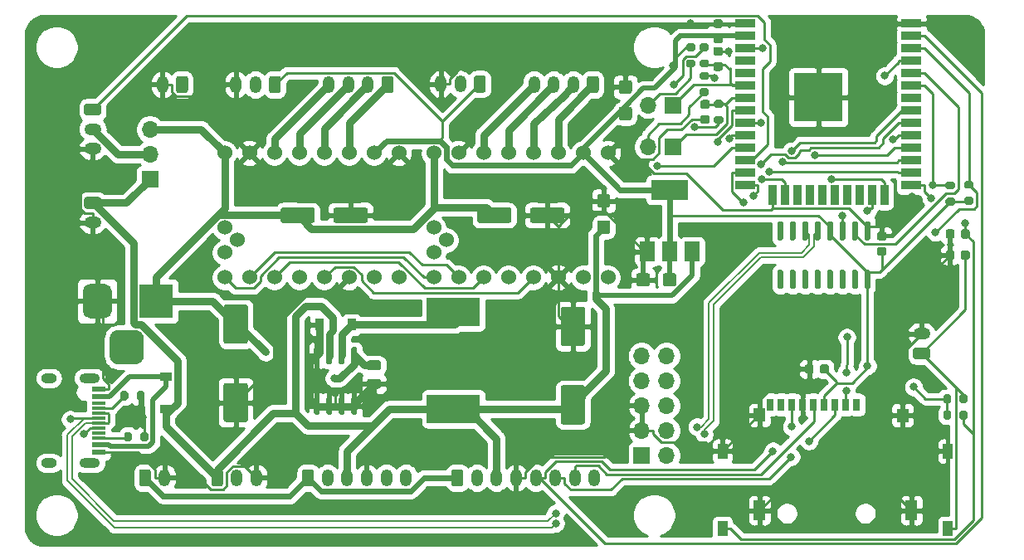
<source format=gtl>
G04 #@! TF.GenerationSoftware,KiCad,Pcbnew,(5.1.10)-1*
G04 #@! TF.CreationDate,2022-06-03T14:06:02+01:00*
G04 #@! TF.ProjectId,ESP32_Plotter_Controller_revB1,45535033-325f-4506-9c6f-747465725f43,rev?*
G04 #@! TF.SameCoordinates,Original*
G04 #@! TF.FileFunction,Copper,L1,Top*
G04 #@! TF.FilePolarity,Positive*
%FSLAX46Y46*%
G04 Gerber Fmt 4.6, Leading zero omitted, Abs format (unit mm)*
G04 Created by KiCad (PCBNEW (5.1.10)-1) date 2022-06-03 14:06:02*
%MOMM*%
%LPD*%
G01*
G04 APERTURE LIST*
G04 #@! TA.AperFunction,SMDPad,CuDef*
%ADD10R,2.000000X0.900000*%
G04 #@! TD*
G04 #@! TA.AperFunction,SMDPad,CuDef*
%ADD11R,0.900000X2.000000*%
G04 #@! TD*
G04 #@! TA.AperFunction,SMDPad,CuDef*
%ADD12R,5.000000X5.000000*%
G04 #@! TD*
G04 #@! TA.AperFunction,SMDPad,CuDef*
%ADD13R,1.200000X0.900000*%
G04 #@! TD*
G04 #@! TA.AperFunction,SMDPad,CuDef*
%ADD14R,0.900000X1.200000*%
G04 #@! TD*
G04 #@! TA.AperFunction,ComponentPad*
%ADD15O,1.200000X1.750000*%
G04 #@! TD*
G04 #@! TA.AperFunction,SMDPad,CuDef*
%ADD16R,1.450000X0.600000*%
G04 #@! TD*
G04 #@! TA.AperFunction,SMDPad,CuDef*
%ADD17R,1.450000X0.300000*%
G04 #@! TD*
G04 #@! TA.AperFunction,ComponentPad*
%ADD18O,2.100000X1.000000*%
G04 #@! TD*
G04 #@! TA.AperFunction,ComponentPad*
%ADD19O,1.600000X1.000000*%
G04 #@! TD*
G04 #@! TA.AperFunction,ComponentPad*
%ADD20R,3.500000X3.500000*%
G04 #@! TD*
G04 #@! TA.AperFunction,ComponentPad*
%ADD21C,1.524000*%
G04 #@! TD*
G04 #@! TA.AperFunction,ComponentPad*
%ADD22O,1.700000X1.700000*%
G04 #@! TD*
G04 #@! TA.AperFunction,ComponentPad*
%ADD23R,1.700000X1.700000*%
G04 #@! TD*
G04 #@! TA.AperFunction,SMDPad,CuDef*
%ADD24R,5.400000X2.900000*%
G04 #@! TD*
G04 #@! TA.AperFunction,SMDPad,CuDef*
%ADD25R,1.500000X2.000000*%
G04 #@! TD*
G04 #@! TA.AperFunction,SMDPad,CuDef*
%ADD26R,3.800000X2.000000*%
G04 #@! TD*
G04 #@! TA.AperFunction,ComponentPad*
%ADD27O,1.750000X1.200000*%
G04 #@! TD*
G04 #@! TA.AperFunction,SMDPad,CuDef*
%ADD28R,1.000000X1.500000*%
G04 #@! TD*
G04 #@! TA.AperFunction,SMDPad,CuDef*
%ADD29R,1.200000X2.000000*%
G04 #@! TD*
G04 #@! TA.AperFunction,SMDPad,CuDef*
%ADD30R,1.200000X1.400000*%
G04 #@! TD*
G04 #@! TA.AperFunction,SMDPad,CuDef*
%ADD31R,0.700000X1.300000*%
G04 #@! TD*
G04 #@! TA.AperFunction,ViaPad*
%ADD32C,0.800000*%
G04 #@! TD*
G04 #@! TA.AperFunction,Conductor*
%ADD33C,0.250000*%
G04 #@! TD*
G04 #@! TA.AperFunction,Conductor*
%ADD34C,0.750000*%
G04 #@! TD*
G04 #@! TA.AperFunction,Conductor*
%ADD35C,0.500000*%
G04 #@! TD*
G04 #@! TA.AperFunction,Conductor*
%ADD36C,0.600000*%
G04 #@! TD*
G04 #@! TA.AperFunction,Conductor*
%ADD37C,0.200000*%
G04 #@! TD*
G04 #@! TA.AperFunction,Conductor*
%ADD38C,0.254000*%
G04 #@! TD*
G04 #@! TA.AperFunction,Conductor*
%ADD39C,0.100000*%
G04 #@! TD*
G04 APERTURE END LIST*
D10*
X116450000Y-70485000D03*
X116450000Y-71755000D03*
X116450000Y-73025000D03*
X116450000Y-74295000D03*
X116450000Y-75565000D03*
X116450000Y-76835000D03*
X116450000Y-78105000D03*
X116450000Y-79375000D03*
X116450000Y-80645000D03*
X116450000Y-81915000D03*
X116450000Y-83185000D03*
X116450000Y-84455000D03*
X116450000Y-85725000D03*
X116450000Y-86995000D03*
D11*
X113665000Y-87995000D03*
X112395000Y-87995000D03*
X111125000Y-87995000D03*
X109855000Y-87995000D03*
X108585000Y-87995000D03*
X107315000Y-87995000D03*
X106045000Y-87995000D03*
X104775000Y-87995000D03*
X103505000Y-87995000D03*
X102235000Y-87995000D03*
D10*
X99450000Y-86995000D03*
X99450000Y-85725000D03*
X99450000Y-84455000D03*
X99450000Y-83185000D03*
X99450000Y-81915000D03*
X99450000Y-80645000D03*
X99450000Y-79375000D03*
X99450000Y-78105000D03*
X99450000Y-76835000D03*
X99450000Y-75565000D03*
X99450000Y-74295000D03*
X99450000Y-73025000D03*
X99450000Y-71755000D03*
X99450000Y-70485000D03*
D12*
X106950000Y-77985000D03*
G04 #@! TA.AperFunction,SMDPad,CuDef*
G36*
G01*
X59413000Y-108634000D02*
X59713000Y-108634000D01*
G75*
G02*
X59863000Y-108784000I0J-150000D01*
G01*
X59863000Y-110234000D01*
G75*
G02*
X59713000Y-110384000I-150000J0D01*
G01*
X59413000Y-110384000D01*
G75*
G02*
X59263000Y-110234000I0J150000D01*
G01*
X59263000Y-108784000D01*
G75*
G02*
X59413000Y-108634000I150000J0D01*
G01*
G37*
G04 #@! TD.AperFunction*
G04 #@! TA.AperFunction,SMDPad,CuDef*
G36*
G01*
X58143000Y-108634000D02*
X58443000Y-108634000D01*
G75*
G02*
X58593000Y-108784000I0J-150000D01*
G01*
X58593000Y-110234000D01*
G75*
G02*
X58443000Y-110384000I-150000J0D01*
G01*
X58143000Y-110384000D01*
G75*
G02*
X57993000Y-110234000I0J150000D01*
G01*
X57993000Y-108784000D01*
G75*
G02*
X58143000Y-108634000I150000J0D01*
G01*
G37*
G04 #@! TD.AperFunction*
G04 #@! TA.AperFunction,SMDPad,CuDef*
G36*
G01*
X56873000Y-108634000D02*
X57173000Y-108634000D01*
G75*
G02*
X57323000Y-108784000I0J-150000D01*
G01*
X57323000Y-110234000D01*
G75*
G02*
X57173000Y-110384000I-150000J0D01*
G01*
X56873000Y-110384000D01*
G75*
G02*
X56723000Y-110234000I0J150000D01*
G01*
X56723000Y-108784000D01*
G75*
G02*
X56873000Y-108634000I150000J0D01*
G01*
G37*
G04 #@! TD.AperFunction*
G04 #@! TA.AperFunction,SMDPad,CuDef*
G36*
G01*
X55603000Y-108634000D02*
X55903000Y-108634000D01*
G75*
G02*
X56053000Y-108784000I0J-150000D01*
G01*
X56053000Y-110234000D01*
G75*
G02*
X55903000Y-110384000I-150000J0D01*
G01*
X55603000Y-110384000D01*
G75*
G02*
X55453000Y-110234000I0J150000D01*
G01*
X55453000Y-108784000D01*
G75*
G02*
X55603000Y-108634000I150000J0D01*
G01*
G37*
G04 #@! TD.AperFunction*
G04 #@! TA.AperFunction,SMDPad,CuDef*
G36*
G01*
X55603000Y-103484000D02*
X55903000Y-103484000D01*
G75*
G02*
X56053000Y-103634000I0J-150000D01*
G01*
X56053000Y-105084000D01*
G75*
G02*
X55903000Y-105234000I-150000J0D01*
G01*
X55603000Y-105234000D01*
G75*
G02*
X55453000Y-105084000I0J150000D01*
G01*
X55453000Y-103634000D01*
G75*
G02*
X55603000Y-103484000I150000J0D01*
G01*
G37*
G04 #@! TD.AperFunction*
G04 #@! TA.AperFunction,SMDPad,CuDef*
G36*
G01*
X56873000Y-103484000D02*
X57173000Y-103484000D01*
G75*
G02*
X57323000Y-103634000I0J-150000D01*
G01*
X57323000Y-105084000D01*
G75*
G02*
X57173000Y-105234000I-150000J0D01*
G01*
X56873000Y-105234000D01*
G75*
G02*
X56723000Y-105084000I0J150000D01*
G01*
X56723000Y-103634000D01*
G75*
G02*
X56873000Y-103484000I150000J0D01*
G01*
G37*
G04 #@! TD.AperFunction*
G04 #@! TA.AperFunction,SMDPad,CuDef*
G36*
G01*
X58143000Y-103484000D02*
X58443000Y-103484000D01*
G75*
G02*
X58593000Y-103634000I0J-150000D01*
G01*
X58593000Y-105084000D01*
G75*
G02*
X58443000Y-105234000I-150000J0D01*
G01*
X58143000Y-105234000D01*
G75*
G02*
X57993000Y-105084000I0J150000D01*
G01*
X57993000Y-103634000D01*
G75*
G02*
X58143000Y-103484000I150000J0D01*
G01*
G37*
G04 #@! TD.AperFunction*
G04 #@! TA.AperFunction,SMDPad,CuDef*
G36*
G01*
X59413000Y-103484000D02*
X59713000Y-103484000D01*
G75*
G02*
X59863000Y-103634000I0J-150000D01*
G01*
X59863000Y-105084000D01*
G75*
G02*
X59713000Y-105234000I-150000J0D01*
G01*
X59413000Y-105234000D01*
G75*
G02*
X59263000Y-105084000I0J150000D01*
G01*
X59263000Y-103634000D01*
G75*
G02*
X59413000Y-103484000I150000J0D01*
G01*
G37*
G04 #@! TD.AperFunction*
D13*
X40386000Y-106554000D03*
X40386000Y-109854000D03*
D14*
X56008000Y-101219000D03*
X59308000Y-101219000D03*
G04 #@! TA.AperFunction,SMDPad,CuDef*
G36*
G01*
X85464201Y-89266000D02*
X84614199Y-89266000D01*
G75*
G02*
X84364200Y-89016001I0J249999D01*
G01*
X84364200Y-88115999D01*
G75*
G02*
X84614199Y-87866000I249999J0D01*
G01*
X85464201Y-87866000D01*
G75*
G02*
X85714200Y-88115999I0J-249999D01*
G01*
X85714200Y-89016001D01*
G75*
G02*
X85464201Y-89266000I-249999J0D01*
G01*
G37*
G04 #@! TD.AperFunction*
G04 #@! TA.AperFunction,SMDPad,CuDef*
G36*
G01*
X85464201Y-91966000D02*
X84614199Y-91966000D01*
G75*
G02*
X84364200Y-91716001I0J249999D01*
G01*
X84364200Y-90815999D01*
G75*
G02*
X84614199Y-90566000I249999J0D01*
G01*
X85464201Y-90566000D01*
G75*
G02*
X85714200Y-90815999I0J-249999D01*
G01*
X85714200Y-91716001D01*
G75*
G02*
X85464201Y-91966000I-249999J0D01*
G01*
G37*
G04 #@! TD.AperFunction*
G04 #@! TA.AperFunction,SMDPad,CuDef*
G36*
G01*
X89757500Y-96196599D02*
X89757500Y-97046601D01*
G75*
G02*
X89507501Y-97296600I-249999J0D01*
G01*
X88607499Y-97296600D01*
G75*
G02*
X88357500Y-97046601I0J249999D01*
G01*
X88357500Y-96196599D01*
G75*
G02*
X88607499Y-95946600I249999J0D01*
G01*
X89507501Y-95946600D01*
G75*
G02*
X89757500Y-96196599I0J-249999D01*
G01*
G37*
G04 #@! TD.AperFunction*
G04 #@! TA.AperFunction,SMDPad,CuDef*
G36*
G01*
X92457500Y-96196599D02*
X92457500Y-97046601D01*
G75*
G02*
X92207501Y-97296600I-249999J0D01*
G01*
X91307499Y-97296600D01*
G75*
G02*
X91057500Y-97046601I0J249999D01*
G01*
X91057500Y-96196599D01*
G75*
G02*
X91307499Y-95946600I249999J0D01*
G01*
X92207501Y-95946600D01*
G75*
G02*
X92457500Y-96196599I0J-249999D01*
G01*
G37*
G04 #@! TD.AperFunction*
G04 #@! TA.AperFunction,SMDPad,CuDef*
G36*
G01*
X111801000Y-95607000D02*
X112101000Y-95607000D01*
G75*
G02*
X112251000Y-95757000I0J-150000D01*
G01*
X112251000Y-97407000D01*
G75*
G02*
X112101000Y-97557000I-150000J0D01*
G01*
X111801000Y-97557000D01*
G75*
G02*
X111651000Y-97407000I0J150000D01*
G01*
X111651000Y-95757000D01*
G75*
G02*
X111801000Y-95607000I150000J0D01*
G01*
G37*
G04 #@! TD.AperFunction*
G04 #@! TA.AperFunction,SMDPad,CuDef*
G36*
G01*
X110531000Y-95607000D02*
X110831000Y-95607000D01*
G75*
G02*
X110981000Y-95757000I0J-150000D01*
G01*
X110981000Y-97407000D01*
G75*
G02*
X110831000Y-97557000I-150000J0D01*
G01*
X110531000Y-97557000D01*
G75*
G02*
X110381000Y-97407000I0J150000D01*
G01*
X110381000Y-95757000D01*
G75*
G02*
X110531000Y-95607000I150000J0D01*
G01*
G37*
G04 #@! TD.AperFunction*
G04 #@! TA.AperFunction,SMDPad,CuDef*
G36*
G01*
X109261000Y-95607000D02*
X109561000Y-95607000D01*
G75*
G02*
X109711000Y-95757000I0J-150000D01*
G01*
X109711000Y-97407000D01*
G75*
G02*
X109561000Y-97557000I-150000J0D01*
G01*
X109261000Y-97557000D01*
G75*
G02*
X109111000Y-97407000I0J150000D01*
G01*
X109111000Y-95757000D01*
G75*
G02*
X109261000Y-95607000I150000J0D01*
G01*
G37*
G04 #@! TD.AperFunction*
G04 #@! TA.AperFunction,SMDPad,CuDef*
G36*
G01*
X107991000Y-95607000D02*
X108291000Y-95607000D01*
G75*
G02*
X108441000Y-95757000I0J-150000D01*
G01*
X108441000Y-97407000D01*
G75*
G02*
X108291000Y-97557000I-150000J0D01*
G01*
X107991000Y-97557000D01*
G75*
G02*
X107841000Y-97407000I0J150000D01*
G01*
X107841000Y-95757000D01*
G75*
G02*
X107991000Y-95607000I150000J0D01*
G01*
G37*
G04 #@! TD.AperFunction*
G04 #@! TA.AperFunction,SMDPad,CuDef*
G36*
G01*
X106721000Y-95607000D02*
X107021000Y-95607000D01*
G75*
G02*
X107171000Y-95757000I0J-150000D01*
G01*
X107171000Y-97407000D01*
G75*
G02*
X107021000Y-97557000I-150000J0D01*
G01*
X106721000Y-97557000D01*
G75*
G02*
X106571000Y-97407000I0J150000D01*
G01*
X106571000Y-95757000D01*
G75*
G02*
X106721000Y-95607000I150000J0D01*
G01*
G37*
G04 #@! TD.AperFunction*
G04 #@! TA.AperFunction,SMDPad,CuDef*
G36*
G01*
X105451000Y-95607000D02*
X105751000Y-95607000D01*
G75*
G02*
X105901000Y-95757000I0J-150000D01*
G01*
X105901000Y-97407000D01*
G75*
G02*
X105751000Y-97557000I-150000J0D01*
G01*
X105451000Y-97557000D01*
G75*
G02*
X105301000Y-97407000I0J150000D01*
G01*
X105301000Y-95757000D01*
G75*
G02*
X105451000Y-95607000I150000J0D01*
G01*
G37*
G04 #@! TD.AperFunction*
G04 #@! TA.AperFunction,SMDPad,CuDef*
G36*
G01*
X104181000Y-95607000D02*
X104481000Y-95607000D01*
G75*
G02*
X104631000Y-95757000I0J-150000D01*
G01*
X104631000Y-97407000D01*
G75*
G02*
X104481000Y-97557000I-150000J0D01*
G01*
X104181000Y-97557000D01*
G75*
G02*
X104031000Y-97407000I0J150000D01*
G01*
X104031000Y-95757000D01*
G75*
G02*
X104181000Y-95607000I150000J0D01*
G01*
G37*
G04 #@! TD.AperFunction*
G04 #@! TA.AperFunction,SMDPad,CuDef*
G36*
G01*
X102911000Y-95607000D02*
X103211000Y-95607000D01*
G75*
G02*
X103361000Y-95757000I0J-150000D01*
G01*
X103361000Y-97407000D01*
G75*
G02*
X103211000Y-97557000I-150000J0D01*
G01*
X102911000Y-97557000D01*
G75*
G02*
X102761000Y-97407000I0J150000D01*
G01*
X102761000Y-95757000D01*
G75*
G02*
X102911000Y-95607000I150000J0D01*
G01*
G37*
G04 #@! TD.AperFunction*
G04 #@! TA.AperFunction,SMDPad,CuDef*
G36*
G01*
X102911000Y-90657000D02*
X103211000Y-90657000D01*
G75*
G02*
X103361000Y-90807000I0J-150000D01*
G01*
X103361000Y-92457000D01*
G75*
G02*
X103211000Y-92607000I-150000J0D01*
G01*
X102911000Y-92607000D01*
G75*
G02*
X102761000Y-92457000I0J150000D01*
G01*
X102761000Y-90807000D01*
G75*
G02*
X102911000Y-90657000I150000J0D01*
G01*
G37*
G04 #@! TD.AperFunction*
G04 #@! TA.AperFunction,SMDPad,CuDef*
G36*
G01*
X104181000Y-90657000D02*
X104481000Y-90657000D01*
G75*
G02*
X104631000Y-90807000I0J-150000D01*
G01*
X104631000Y-92457000D01*
G75*
G02*
X104481000Y-92607000I-150000J0D01*
G01*
X104181000Y-92607000D01*
G75*
G02*
X104031000Y-92457000I0J150000D01*
G01*
X104031000Y-90807000D01*
G75*
G02*
X104181000Y-90657000I150000J0D01*
G01*
G37*
G04 #@! TD.AperFunction*
G04 #@! TA.AperFunction,SMDPad,CuDef*
G36*
G01*
X105451000Y-90657000D02*
X105751000Y-90657000D01*
G75*
G02*
X105901000Y-90807000I0J-150000D01*
G01*
X105901000Y-92457000D01*
G75*
G02*
X105751000Y-92607000I-150000J0D01*
G01*
X105451000Y-92607000D01*
G75*
G02*
X105301000Y-92457000I0J150000D01*
G01*
X105301000Y-90807000D01*
G75*
G02*
X105451000Y-90657000I150000J0D01*
G01*
G37*
G04 #@! TD.AperFunction*
G04 #@! TA.AperFunction,SMDPad,CuDef*
G36*
G01*
X106721000Y-90657000D02*
X107021000Y-90657000D01*
G75*
G02*
X107171000Y-90807000I0J-150000D01*
G01*
X107171000Y-92457000D01*
G75*
G02*
X107021000Y-92607000I-150000J0D01*
G01*
X106721000Y-92607000D01*
G75*
G02*
X106571000Y-92457000I0J150000D01*
G01*
X106571000Y-90807000D01*
G75*
G02*
X106721000Y-90657000I150000J0D01*
G01*
G37*
G04 #@! TD.AperFunction*
G04 #@! TA.AperFunction,SMDPad,CuDef*
G36*
G01*
X107991000Y-90657000D02*
X108291000Y-90657000D01*
G75*
G02*
X108441000Y-90807000I0J-150000D01*
G01*
X108441000Y-92457000D01*
G75*
G02*
X108291000Y-92607000I-150000J0D01*
G01*
X107991000Y-92607000D01*
G75*
G02*
X107841000Y-92457000I0J150000D01*
G01*
X107841000Y-90807000D01*
G75*
G02*
X107991000Y-90657000I150000J0D01*
G01*
G37*
G04 #@! TD.AperFunction*
G04 #@! TA.AperFunction,SMDPad,CuDef*
G36*
G01*
X109261000Y-90657000D02*
X109561000Y-90657000D01*
G75*
G02*
X109711000Y-90807000I0J-150000D01*
G01*
X109711000Y-92457000D01*
G75*
G02*
X109561000Y-92607000I-150000J0D01*
G01*
X109261000Y-92607000D01*
G75*
G02*
X109111000Y-92457000I0J150000D01*
G01*
X109111000Y-90807000D01*
G75*
G02*
X109261000Y-90657000I150000J0D01*
G01*
G37*
G04 #@! TD.AperFunction*
G04 #@! TA.AperFunction,SMDPad,CuDef*
G36*
G01*
X110531000Y-90657000D02*
X110831000Y-90657000D01*
G75*
G02*
X110981000Y-90807000I0J-150000D01*
G01*
X110981000Y-92457000D01*
G75*
G02*
X110831000Y-92607000I-150000J0D01*
G01*
X110531000Y-92607000D01*
G75*
G02*
X110381000Y-92457000I0J150000D01*
G01*
X110381000Y-90807000D01*
G75*
G02*
X110531000Y-90657000I150000J0D01*
G01*
G37*
G04 #@! TD.AperFunction*
G04 #@! TA.AperFunction,SMDPad,CuDef*
G36*
G01*
X111801000Y-90657000D02*
X112101000Y-90657000D01*
G75*
G02*
X112251000Y-90807000I0J-150000D01*
G01*
X112251000Y-92457000D01*
G75*
G02*
X112101000Y-92607000I-150000J0D01*
G01*
X111801000Y-92607000D01*
G75*
G02*
X111651000Y-92457000I0J150000D01*
G01*
X111651000Y-90807000D01*
G75*
G02*
X111801000Y-90657000I150000J0D01*
G01*
G37*
G04 #@! TD.AperFunction*
G04 #@! TA.AperFunction,SMDPad,CuDef*
G36*
G01*
X93641500Y-72498000D02*
X94191500Y-72498000D01*
G75*
G02*
X94391500Y-72698000I0J-200000D01*
G01*
X94391500Y-73098000D01*
G75*
G02*
X94191500Y-73298000I-200000J0D01*
G01*
X93641500Y-73298000D01*
G75*
G02*
X93441500Y-73098000I0J200000D01*
G01*
X93441500Y-72698000D01*
G75*
G02*
X93641500Y-72498000I200000J0D01*
G01*
G37*
G04 #@! TD.AperFunction*
G04 #@! TA.AperFunction,SMDPad,CuDef*
G36*
G01*
X93641500Y-74148000D02*
X94191500Y-74148000D01*
G75*
G02*
X94391500Y-74348000I0J-200000D01*
G01*
X94391500Y-74748000D01*
G75*
G02*
X94191500Y-74948000I-200000J0D01*
G01*
X93641500Y-74948000D01*
G75*
G02*
X93441500Y-74748000I0J200000D01*
G01*
X93441500Y-74348000D01*
G75*
G02*
X93641500Y-74148000I200000J0D01*
G01*
G37*
G04 #@! TD.AperFunction*
D15*
X40227000Y-116840000D03*
G04 #@! TA.AperFunction,ComponentPad*
G36*
G01*
X37627000Y-117465001D02*
X37627000Y-116214999D01*
G75*
G02*
X37876999Y-115965000I249999J0D01*
G01*
X38577001Y-115965000D01*
G75*
G02*
X38827000Y-116214999I0J-249999D01*
G01*
X38827000Y-117465001D01*
G75*
G02*
X38577001Y-117715000I-249999J0D01*
G01*
X37876999Y-117715000D01*
G75*
G02*
X37627000Y-117465001I0J249999D01*
G01*
G37*
G04 #@! TD.AperFunction*
X84104000Y-116840000D03*
X82104000Y-116840000D03*
X80104000Y-116840000D03*
X78104000Y-116840000D03*
X76104000Y-116840000D03*
X74104000Y-116840000D03*
X72104000Y-116840000D03*
G04 #@! TA.AperFunction,ComponentPad*
G36*
G01*
X69504000Y-117465001D02*
X69504000Y-116214999D01*
G75*
G02*
X69753999Y-115965000I249999J0D01*
G01*
X70454001Y-115965000D01*
G75*
G02*
X70704000Y-116214999I0J-249999D01*
G01*
X70704000Y-117465001D01*
G75*
G02*
X70454001Y-117715000I-249999J0D01*
G01*
X69753999Y-117715000D01*
G75*
G02*
X69504000Y-117465001I0J249999D01*
G01*
G37*
G04 #@! TD.AperFunction*
X49593000Y-116840000D03*
X47593000Y-116840000D03*
G04 #@! TA.AperFunction,ComponentPad*
G36*
G01*
X44993000Y-117465001D02*
X44993000Y-116214999D01*
G75*
G02*
X45242999Y-115965000I249999J0D01*
G01*
X45943001Y-115965000D01*
G75*
G02*
X46193000Y-116214999I0J-249999D01*
G01*
X46193000Y-117465001D01*
G75*
G02*
X45943001Y-117715000I-249999J0D01*
G01*
X45242999Y-117715000D01*
G75*
G02*
X44993000Y-117465001I0J249999D01*
G01*
G37*
G04 #@! TD.AperFunction*
X64864000Y-116840000D03*
X62864000Y-116840000D03*
X60864000Y-116840000D03*
X58864000Y-116840000D03*
X56864000Y-116840000D03*
G04 #@! TA.AperFunction,ComponentPad*
G36*
G01*
X54264000Y-117465001D02*
X54264000Y-116214999D01*
G75*
G02*
X54513999Y-115965000I249999J0D01*
G01*
X55214001Y-115965000D01*
G75*
G02*
X55464000Y-116214999I0J-249999D01*
G01*
X55464000Y-117465001D01*
G75*
G02*
X55214001Y-117715000I-249999J0D01*
G01*
X54513999Y-117715000D01*
G75*
G02*
X54264000Y-117465001I0J249999D01*
G01*
G37*
G04 #@! TD.AperFunction*
D16*
X33509000Y-114248000D03*
X33509000Y-113448000D03*
X33509000Y-108548000D03*
X33509000Y-107748000D03*
X33509000Y-107748000D03*
X33509000Y-108548000D03*
X33509000Y-113448000D03*
X33509000Y-114248000D03*
D17*
X33509000Y-109248000D03*
X33509000Y-109748000D03*
X33509000Y-110248000D03*
X33509000Y-111248000D03*
X33509000Y-111748000D03*
X33509000Y-112248000D03*
X33509000Y-112748000D03*
X33509000Y-110748000D03*
D18*
X32594000Y-115318000D03*
X32594000Y-106678000D03*
D19*
X28414000Y-106678000D03*
X28414000Y-115318000D03*
G04 #@! TA.AperFunction,ComponentPad*
G36*
G01*
X34620000Y-104381000D02*
X34620000Y-102631000D01*
G75*
G02*
X35495000Y-101756000I875000J0D01*
G01*
X37245000Y-101756000D01*
G75*
G02*
X38120000Y-102631000I0J-875000D01*
G01*
X38120000Y-104381000D01*
G75*
G02*
X37245000Y-105256000I-875000J0D01*
G01*
X35495000Y-105256000D01*
G75*
G02*
X34620000Y-104381000I0J875000D01*
G01*
G37*
G04 #@! TD.AperFunction*
G04 #@! TA.AperFunction,ComponentPad*
G36*
G01*
X31870000Y-99806000D02*
X31870000Y-97806000D01*
G75*
G02*
X32620000Y-97056000I750000J0D01*
G01*
X34120000Y-97056000D01*
G75*
G02*
X34870000Y-97806000I0J-750000D01*
G01*
X34870000Y-99806000D01*
G75*
G02*
X34120000Y-100556000I-750000J0D01*
G01*
X32620000Y-100556000D01*
G75*
G02*
X31870000Y-99806000I0J750000D01*
G01*
G37*
G04 #@! TD.AperFunction*
D20*
X39370000Y-98806000D03*
D15*
X68408800Y-76657200D03*
X70408800Y-76657200D03*
G04 #@! TA.AperFunction,ComponentPad*
G36*
G01*
X73008800Y-76032199D02*
X73008800Y-77282201D01*
G75*
G02*
X72758801Y-77532200I-249999J0D01*
G01*
X72058799Y-77532200D01*
G75*
G02*
X71808800Y-77282201I0J249999D01*
G01*
X71808800Y-76032199D01*
G75*
G02*
X72058799Y-75782200I249999J0D01*
G01*
X72758801Y-75782200D01*
G75*
G02*
X73008800Y-76032199I0J-249999D01*
G01*
G37*
G04 #@! TD.AperFunction*
X47498500Y-76708000D03*
X49498500Y-76708000D03*
G04 #@! TA.AperFunction,ComponentPad*
G36*
G01*
X52098500Y-76082999D02*
X52098500Y-77333001D01*
G75*
G02*
X51848501Y-77583000I-249999J0D01*
G01*
X51148499Y-77583000D01*
G75*
G02*
X50898500Y-77333001I0J249999D01*
G01*
X50898500Y-76082999D01*
G75*
G02*
X51148499Y-75833000I249999J0D01*
G01*
X51848501Y-75833000D01*
G75*
G02*
X52098500Y-76082999I0J-249999D01*
G01*
G37*
G04 #@! TD.AperFunction*
X56979300Y-76708000D03*
X58979300Y-76708000D03*
X60979300Y-76708000D03*
G04 #@! TA.AperFunction,ComponentPad*
G36*
G01*
X63579300Y-76082999D02*
X63579300Y-77333001D01*
G75*
G02*
X63329301Y-77583000I-249999J0D01*
G01*
X62629299Y-77583000D01*
G75*
G02*
X62379300Y-77333001I0J249999D01*
G01*
X62379300Y-76082999D01*
G75*
G02*
X62629299Y-75833000I249999J0D01*
G01*
X63329301Y-75833000D01*
G75*
G02*
X63579300Y-76082999I0J-249999D01*
G01*
G37*
G04 #@! TD.AperFunction*
X77934300Y-76708000D03*
X79934300Y-76708000D03*
X81934300Y-76708000D03*
G04 #@! TA.AperFunction,ComponentPad*
G36*
G01*
X84534300Y-76082999D02*
X84534300Y-77333001D01*
G75*
G02*
X84284301Y-77583000I-249999J0D01*
G01*
X83584299Y-77583000D01*
G75*
G02*
X83334300Y-77333001I0J249999D01*
G01*
X83334300Y-76082999D01*
G75*
G02*
X83584299Y-75833000I249999J0D01*
G01*
X84284301Y-75833000D01*
G75*
G02*
X84534300Y-76082999I0J-249999D01*
G01*
G37*
G04 #@! TD.AperFunction*
X40024300Y-76708000D03*
G04 #@! TA.AperFunction,ComponentPad*
G36*
G01*
X42624300Y-76082999D02*
X42624300Y-77333001D01*
G75*
G02*
X42374301Y-77583000I-249999J0D01*
G01*
X41674299Y-77583000D01*
G75*
G02*
X41424300Y-77333001I0J249999D01*
G01*
X41424300Y-76082999D01*
G75*
G02*
X41674299Y-75833000I249999J0D01*
G01*
X42374301Y-75833000D01*
G75*
G02*
X42624300Y-76082999I0J-249999D01*
G01*
G37*
G04 #@! TD.AperFunction*
D21*
X68961000Y-92583000D03*
X67691000Y-91313000D03*
X67691000Y-93853000D03*
X85471000Y-96393000D03*
X82931000Y-96393000D03*
X80391000Y-96393000D03*
X77851000Y-96393000D03*
X75311000Y-96393000D03*
X72771000Y-96393000D03*
X70231000Y-96393000D03*
X67691000Y-96393000D03*
X67691000Y-83693000D03*
X70231000Y-83693000D03*
X72771000Y-83693000D03*
X75311000Y-83693000D03*
X77851000Y-83693000D03*
X80391000Y-83693000D03*
X82931000Y-83693000D03*
X85471000Y-83693000D03*
X47625000Y-92583000D03*
X46355000Y-91313000D03*
X46355000Y-93853000D03*
X64135000Y-96393000D03*
X61595000Y-96393000D03*
X59055000Y-96393000D03*
X56515000Y-96393000D03*
X53975000Y-96393000D03*
X51435000Y-96393000D03*
X48895000Y-96393000D03*
X46355000Y-96393000D03*
X46355000Y-83693000D03*
X48895000Y-83693000D03*
X51435000Y-83693000D03*
X53975000Y-83693000D03*
X56515000Y-83693000D03*
X59055000Y-83693000D03*
X61595000Y-83693000D03*
X64135000Y-83693000D03*
G04 #@! TA.AperFunction,SMDPad,CuDef*
G36*
G01*
X46498000Y-107156000D02*
X48498000Y-107156000D01*
G75*
G02*
X48748000Y-107406000I0J-250000D01*
G01*
X48748000Y-110906000D01*
G75*
G02*
X48498000Y-111156000I-250000J0D01*
G01*
X46498000Y-111156000D01*
G75*
G02*
X46248000Y-110906000I0J250000D01*
G01*
X46248000Y-107406000D01*
G75*
G02*
X46498000Y-107156000I250000J0D01*
G01*
G37*
G04 #@! TD.AperFunction*
G04 #@! TA.AperFunction,SMDPad,CuDef*
G36*
G01*
X46498000Y-99156000D02*
X48498000Y-99156000D01*
G75*
G02*
X48748000Y-99406000I0J-250000D01*
G01*
X48748000Y-102906000D01*
G75*
G02*
X48498000Y-103156000I-250000J0D01*
G01*
X46498000Y-103156000D01*
G75*
G02*
X46248000Y-102906000I0J250000D01*
G01*
X46248000Y-99406000D01*
G75*
G02*
X46498000Y-99156000I250000J0D01*
G01*
G37*
G04 #@! TD.AperFunction*
G04 #@! TA.AperFunction,SMDPad,CuDef*
G36*
G01*
X61120000Y-106749000D02*
X62070000Y-106749000D01*
G75*
G02*
X62320000Y-106999000I0J-250000D01*
G01*
X62320000Y-107499000D01*
G75*
G02*
X62070000Y-107749000I-250000J0D01*
G01*
X61120000Y-107749000D01*
G75*
G02*
X60870000Y-107499000I0J250000D01*
G01*
X60870000Y-106999000D01*
G75*
G02*
X61120000Y-106749000I250000J0D01*
G01*
G37*
G04 #@! TD.AperFunction*
G04 #@! TA.AperFunction,SMDPad,CuDef*
G36*
G01*
X61120000Y-104849000D02*
X62070000Y-104849000D01*
G75*
G02*
X62320000Y-105099000I0J-250000D01*
G01*
X62320000Y-105599000D01*
G75*
G02*
X62070000Y-105849000I-250000J0D01*
G01*
X61120000Y-105849000D01*
G75*
G02*
X60870000Y-105599000I0J250000D01*
G01*
X60870000Y-105099000D01*
G75*
G02*
X61120000Y-104849000I250000J0D01*
G01*
G37*
G04 #@! TD.AperFunction*
G04 #@! TA.AperFunction,SMDPad,CuDef*
G36*
G01*
X77531000Y-90593000D02*
X77531000Y-89493000D01*
G75*
G02*
X77781000Y-89243000I250000J0D01*
G01*
X80781000Y-89243000D01*
G75*
G02*
X81031000Y-89493000I0J-250000D01*
G01*
X81031000Y-90593000D01*
G75*
G02*
X80781000Y-90843000I-250000J0D01*
G01*
X77781000Y-90843000D01*
G75*
G02*
X77531000Y-90593000I0J250000D01*
G01*
G37*
G04 #@! TD.AperFunction*
G04 #@! TA.AperFunction,SMDPad,CuDef*
G36*
G01*
X72131000Y-90593000D02*
X72131000Y-89493000D01*
G75*
G02*
X72381000Y-89243000I250000J0D01*
G01*
X75381000Y-89243000D01*
G75*
G02*
X75631000Y-89493000I0J-250000D01*
G01*
X75631000Y-90593000D01*
G75*
G02*
X75381000Y-90843000I-250000J0D01*
G01*
X72381000Y-90843000D01*
G75*
G02*
X72131000Y-90593000I0J250000D01*
G01*
G37*
G04 #@! TD.AperFunction*
G04 #@! TA.AperFunction,SMDPad,CuDef*
G36*
G01*
X57465000Y-90593000D02*
X57465000Y-89493000D01*
G75*
G02*
X57715000Y-89243000I250000J0D01*
G01*
X60715000Y-89243000D01*
G75*
G02*
X60965000Y-89493000I0J-250000D01*
G01*
X60965000Y-90593000D01*
G75*
G02*
X60715000Y-90843000I-250000J0D01*
G01*
X57715000Y-90843000D01*
G75*
G02*
X57465000Y-90593000I0J250000D01*
G01*
G37*
G04 #@! TD.AperFunction*
G04 #@! TA.AperFunction,SMDPad,CuDef*
G36*
G01*
X52065000Y-90593000D02*
X52065000Y-89493000D01*
G75*
G02*
X52315000Y-89243000I250000J0D01*
G01*
X55315000Y-89243000D01*
G75*
G02*
X55565000Y-89493000I0J-250000D01*
G01*
X55565000Y-90593000D01*
G75*
G02*
X55315000Y-90843000I-250000J0D01*
G01*
X52315000Y-90843000D01*
G75*
G02*
X52065000Y-90593000I0J250000D01*
G01*
G37*
G04 #@! TD.AperFunction*
D22*
X89598500Y-78803500D03*
D23*
X92138500Y-78803500D03*
D22*
X89535000Y-83058000D03*
D23*
X92075000Y-83058000D03*
D22*
X38735000Y-81280000D03*
X38735000Y-83820000D03*
D23*
X38735000Y-86360000D03*
D24*
X69710300Y-109813900D03*
X69710300Y-99913900D03*
G04 #@! TA.AperFunction,SMDPad,CuDef*
G36*
G01*
X95588500Y-73298000D02*
X95038500Y-73298000D01*
G75*
G02*
X94838500Y-73098000I0J200000D01*
G01*
X94838500Y-72698000D01*
G75*
G02*
X95038500Y-72498000I200000J0D01*
G01*
X95588500Y-72498000D01*
G75*
G02*
X95788500Y-72698000I0J-200000D01*
G01*
X95788500Y-73098000D01*
G75*
G02*
X95588500Y-73298000I-200000J0D01*
G01*
G37*
G04 #@! TD.AperFunction*
G04 #@! TA.AperFunction,SMDPad,CuDef*
G36*
G01*
X95588500Y-74948000D02*
X95038500Y-74948000D01*
G75*
G02*
X94838500Y-74748000I0J200000D01*
G01*
X94838500Y-74348000D01*
G75*
G02*
X95038500Y-74148000I200000J0D01*
G01*
X95588500Y-74148000D01*
G75*
G02*
X95788500Y-74348000I0J-200000D01*
G01*
X95788500Y-74748000D01*
G75*
G02*
X95588500Y-74948000I-200000J0D01*
G01*
G37*
G04 #@! TD.AperFunction*
G04 #@! TA.AperFunction,SMDPad,CuDef*
G36*
G01*
X96499000Y-79927000D02*
X97049000Y-79927000D01*
G75*
G02*
X97249000Y-80127000I0J-200000D01*
G01*
X97249000Y-80527000D01*
G75*
G02*
X97049000Y-80727000I-200000J0D01*
G01*
X96499000Y-80727000D01*
G75*
G02*
X96299000Y-80527000I0J200000D01*
G01*
X96299000Y-80127000D01*
G75*
G02*
X96499000Y-79927000I200000J0D01*
G01*
G37*
G04 #@! TD.AperFunction*
G04 #@! TA.AperFunction,SMDPad,CuDef*
G36*
G01*
X96499000Y-78277000D02*
X97049000Y-78277000D01*
G75*
G02*
X97249000Y-78477000I0J-200000D01*
G01*
X97249000Y-78877000D01*
G75*
G02*
X97049000Y-79077000I-200000J0D01*
G01*
X96499000Y-79077000D01*
G75*
G02*
X96299000Y-78877000I0J200000D01*
G01*
X96299000Y-78477000D01*
G75*
G02*
X96499000Y-78277000I200000J0D01*
G01*
G37*
G04 #@! TD.AperFunction*
G04 #@! TA.AperFunction,SMDPad,CuDef*
G36*
G01*
X120671000Y-87395000D02*
X120121000Y-87395000D01*
G75*
G02*
X119921000Y-87195000I0J200000D01*
G01*
X119921000Y-86795000D01*
G75*
G02*
X120121000Y-86595000I200000J0D01*
G01*
X120671000Y-86595000D01*
G75*
G02*
X120871000Y-86795000I0J-200000D01*
G01*
X120871000Y-87195000D01*
G75*
G02*
X120671000Y-87395000I-200000J0D01*
G01*
G37*
G04 #@! TD.AperFunction*
G04 #@! TA.AperFunction,SMDPad,CuDef*
G36*
G01*
X120671000Y-89045000D02*
X120121000Y-89045000D01*
G75*
G02*
X119921000Y-88845000I0J200000D01*
G01*
X119921000Y-88445000D01*
G75*
G02*
X120121000Y-88245000I200000J0D01*
G01*
X120671000Y-88245000D01*
G75*
G02*
X120871000Y-88445000I0J-200000D01*
G01*
X120871000Y-88845000D01*
G75*
G02*
X120671000Y-89045000I-200000J0D01*
G01*
G37*
G04 #@! TD.AperFunction*
G04 #@! TA.AperFunction,SMDPad,CuDef*
G36*
G01*
X122576000Y-87332000D02*
X122026000Y-87332000D01*
G75*
G02*
X121826000Y-87132000I0J200000D01*
G01*
X121826000Y-86732000D01*
G75*
G02*
X122026000Y-86532000I200000J0D01*
G01*
X122576000Y-86532000D01*
G75*
G02*
X122776000Y-86732000I0J-200000D01*
G01*
X122776000Y-87132000D01*
G75*
G02*
X122576000Y-87332000I-200000J0D01*
G01*
G37*
G04 #@! TD.AperFunction*
G04 #@! TA.AperFunction,SMDPad,CuDef*
G36*
G01*
X122576000Y-88982000D02*
X122026000Y-88982000D01*
G75*
G02*
X121826000Y-88782000I0J200000D01*
G01*
X121826000Y-88382000D01*
G75*
G02*
X122026000Y-88182000I200000J0D01*
G01*
X122576000Y-88182000D01*
G75*
G02*
X122776000Y-88382000I0J-200000D01*
G01*
X122776000Y-88782000D01*
G75*
G02*
X122576000Y-88982000I-200000J0D01*
G01*
G37*
G04 #@! TD.AperFunction*
G04 #@! TA.AperFunction,SMDPad,CuDef*
G36*
G01*
X95127000Y-79827000D02*
X95627000Y-79827000D01*
G75*
G02*
X95852000Y-80052000I0J-225000D01*
G01*
X95852000Y-80502000D01*
G75*
G02*
X95627000Y-80727000I-225000J0D01*
G01*
X95127000Y-80727000D01*
G75*
G02*
X94902000Y-80502000I0J225000D01*
G01*
X94902000Y-80052000D01*
G75*
G02*
X95127000Y-79827000I225000J0D01*
G01*
G37*
G04 #@! TD.AperFunction*
G04 #@! TA.AperFunction,SMDPad,CuDef*
G36*
G01*
X95127000Y-78277000D02*
X95627000Y-78277000D01*
G75*
G02*
X95852000Y-78502000I0J-225000D01*
G01*
X95852000Y-78952000D01*
G75*
G02*
X95627000Y-79177000I-225000J0D01*
G01*
X95127000Y-79177000D01*
G75*
G02*
X94902000Y-78952000I0J225000D01*
G01*
X94902000Y-78502000D01*
G75*
G02*
X95127000Y-78277000I225000J0D01*
G01*
G37*
G04 #@! TD.AperFunction*
G04 #@! TA.AperFunction,SMDPad,CuDef*
G36*
G01*
X96960500Y-73766500D02*
X96460500Y-73766500D01*
G75*
G02*
X96235500Y-73541500I0J225000D01*
G01*
X96235500Y-73091500D01*
G75*
G02*
X96460500Y-72866500I225000J0D01*
G01*
X96960500Y-72866500D01*
G75*
G02*
X97185500Y-73091500I0J-225000D01*
G01*
X97185500Y-73541500D01*
G75*
G02*
X96960500Y-73766500I-225000J0D01*
G01*
G37*
G04 #@! TD.AperFunction*
G04 #@! TA.AperFunction,SMDPad,CuDef*
G36*
G01*
X96960500Y-75316500D02*
X96460500Y-75316500D01*
G75*
G02*
X96235500Y-75091500I0J225000D01*
G01*
X96235500Y-74641500D01*
G75*
G02*
X96460500Y-74416500I225000J0D01*
G01*
X96960500Y-74416500D01*
G75*
G02*
X97185500Y-74641500I0J-225000D01*
G01*
X97185500Y-75091500D01*
G75*
G02*
X96960500Y-75316500I-225000J0D01*
G01*
G37*
G04 #@! TD.AperFunction*
D22*
X91440000Y-104394000D03*
X88900000Y-104394000D03*
X91440000Y-106934000D03*
X88900000Y-106934000D03*
X91440000Y-109474000D03*
X88900000Y-109474000D03*
X91440000Y-112014000D03*
X88900000Y-112014000D03*
X91440000Y-114554000D03*
D23*
X88900000Y-114554000D03*
G04 #@! TA.AperFunction,SMDPad,CuDef*
G36*
G01*
X121483000Y-92198000D02*
X121483000Y-91698000D01*
G75*
G02*
X121708000Y-91473000I225000J0D01*
G01*
X122158000Y-91473000D01*
G75*
G02*
X122383000Y-91698000I0J-225000D01*
G01*
X122383000Y-92198000D01*
G75*
G02*
X122158000Y-92423000I-225000J0D01*
G01*
X121708000Y-92423000D01*
G75*
G02*
X121483000Y-92198000I0J225000D01*
G01*
G37*
G04 #@! TD.AperFunction*
G04 #@! TA.AperFunction,SMDPad,CuDef*
G36*
G01*
X119933000Y-92198000D02*
X119933000Y-91698000D01*
G75*
G02*
X120158000Y-91473000I225000J0D01*
G01*
X120608000Y-91473000D01*
G75*
G02*
X120833000Y-91698000I0J-225000D01*
G01*
X120833000Y-92198000D01*
G75*
G02*
X120608000Y-92423000I-225000J0D01*
G01*
X120158000Y-92423000D01*
G75*
G02*
X119933000Y-92198000I0J225000D01*
G01*
G37*
G04 #@! TD.AperFunction*
G04 #@! TA.AperFunction,SMDPad,CuDef*
G36*
G01*
X120833000Y-93857000D02*
X120833000Y-94357000D01*
G75*
G02*
X120608000Y-94582000I-225000J0D01*
G01*
X120158000Y-94582000D01*
G75*
G02*
X119933000Y-94357000I0J225000D01*
G01*
X119933000Y-93857000D01*
G75*
G02*
X120158000Y-93632000I225000J0D01*
G01*
X120608000Y-93632000D01*
G75*
G02*
X120833000Y-93857000I0J-225000D01*
G01*
G37*
G04 #@! TD.AperFunction*
G04 #@! TA.AperFunction,SMDPad,CuDef*
G36*
G01*
X122383000Y-93857000D02*
X122383000Y-94357000D01*
G75*
G02*
X122158000Y-94582000I-225000J0D01*
G01*
X121708000Y-94582000D01*
G75*
G02*
X121483000Y-94357000I0J225000D01*
G01*
X121483000Y-93857000D01*
G75*
G02*
X121708000Y-93632000I225000J0D01*
G01*
X122158000Y-93632000D01*
G75*
G02*
X122383000Y-93857000I0J-225000D01*
G01*
G37*
G04 #@! TD.AperFunction*
D25*
X89470200Y-93751800D03*
X94070200Y-93751800D03*
X91770200Y-93751800D03*
D26*
X91770200Y-87451800D03*
D27*
X32893000Y-90773000D03*
G04 #@! TA.AperFunction,ComponentPad*
G36*
G01*
X32267999Y-88173000D02*
X33518001Y-88173000D01*
G75*
G02*
X33768000Y-88422999I0J-249999D01*
G01*
X33768000Y-89123001D01*
G75*
G02*
X33518001Y-89373000I-249999J0D01*
G01*
X32267999Y-89373000D01*
G75*
G02*
X32018000Y-89123001I0J249999D01*
G01*
X32018000Y-88422999D01*
G75*
G02*
X32267999Y-88173000I249999J0D01*
G01*
G37*
G04 #@! TD.AperFunction*
X32893000Y-83248000D03*
X32893000Y-81248000D03*
G04 #@! TA.AperFunction,ComponentPad*
G36*
G01*
X32267999Y-78648000D02*
X33518001Y-78648000D01*
G75*
G02*
X33768000Y-78897999I0J-249999D01*
G01*
X33768000Y-79598001D01*
G75*
G02*
X33518001Y-79848000I-249999J0D01*
G01*
X32267999Y-79848000D01*
G75*
G02*
X32018000Y-79598001I0J249999D01*
G01*
X32018000Y-78897999D01*
G75*
G02*
X32267999Y-78648000I249999J0D01*
G01*
G37*
G04 #@! TD.AperFunction*
X117475000Y-102140000D03*
G04 #@! TA.AperFunction,ComponentPad*
G36*
G01*
X118100001Y-104740000D02*
X116849999Y-104740000D01*
G75*
G02*
X116600000Y-104490001I0J249999D01*
G01*
X116600000Y-103789999D01*
G75*
G02*
X116849999Y-103540000I249999J0D01*
G01*
X118100001Y-103540000D01*
G75*
G02*
X118350000Y-103789999I0J-249999D01*
G01*
X118350000Y-104490001D01*
G75*
G02*
X118100001Y-104740000I-249999J0D01*
G01*
G37*
G04 #@! TD.AperFunction*
D28*
X97155000Y-122022000D03*
X97155000Y-114122000D03*
X120142000Y-122022000D03*
X120142000Y-114122000D03*
G04 #@! TA.AperFunction,SMDPad,CuDef*
G36*
G01*
X37763000Y-112924000D02*
X37763000Y-112374000D01*
G75*
G02*
X37963000Y-112174000I200000J0D01*
G01*
X38363000Y-112174000D01*
G75*
G02*
X38563000Y-112374000I0J-200000D01*
G01*
X38563000Y-112924000D01*
G75*
G02*
X38363000Y-113124000I-200000J0D01*
G01*
X37963000Y-113124000D01*
G75*
G02*
X37763000Y-112924000I0J200000D01*
G01*
G37*
G04 #@! TD.AperFunction*
G04 #@! TA.AperFunction,SMDPad,CuDef*
G36*
G01*
X36113000Y-112924000D02*
X36113000Y-112374000D01*
G75*
G02*
X36313000Y-112174000I200000J0D01*
G01*
X36713000Y-112174000D01*
G75*
G02*
X36913000Y-112374000I0J-200000D01*
G01*
X36913000Y-112924000D01*
G75*
G02*
X36713000Y-113124000I-200000J0D01*
G01*
X36313000Y-113124000D01*
G75*
G02*
X36113000Y-112924000I0J200000D01*
G01*
G37*
G04 #@! TD.AperFunction*
G04 #@! TA.AperFunction,SMDPad,CuDef*
G36*
G01*
X37382000Y-108733000D02*
X37382000Y-108183000D01*
G75*
G02*
X37582000Y-107983000I200000J0D01*
G01*
X37982000Y-107983000D01*
G75*
G02*
X38182000Y-108183000I0J-200000D01*
G01*
X38182000Y-108733000D01*
G75*
G02*
X37982000Y-108933000I-200000J0D01*
G01*
X37582000Y-108933000D01*
G75*
G02*
X37382000Y-108733000I0J200000D01*
G01*
G37*
G04 #@! TD.AperFunction*
G04 #@! TA.AperFunction,SMDPad,CuDef*
G36*
G01*
X35732000Y-108733000D02*
X35732000Y-108183000D01*
G75*
G02*
X35932000Y-107983000I200000J0D01*
G01*
X36332000Y-107983000D01*
G75*
G02*
X36532000Y-108183000I0J-200000D01*
G01*
X36532000Y-108733000D01*
G75*
G02*
X36332000Y-108933000I-200000J0D01*
G01*
X35932000Y-108933000D01*
G75*
G02*
X35732000Y-108733000I0J200000D01*
G01*
G37*
G04 #@! TD.AperFunction*
D29*
X116430000Y-120162000D03*
X100930000Y-120162000D03*
D30*
X115530000Y-110462000D03*
X100930000Y-110437000D03*
D31*
X110830000Y-109362000D03*
X109730000Y-109362000D03*
X108630000Y-109362000D03*
X107530000Y-109362000D03*
X106430000Y-109362000D03*
X105330000Y-109362000D03*
X104230000Y-109362000D03*
X103130000Y-109362000D03*
X102030000Y-109362000D03*
G04 #@! TA.AperFunction,SMDPad,CuDef*
G36*
G01*
X120479500Y-110151500D02*
X120479500Y-110701500D01*
G75*
G02*
X120279500Y-110901500I-200000J0D01*
G01*
X119879500Y-110901500D01*
G75*
G02*
X119679500Y-110701500I0J200000D01*
G01*
X119679500Y-110151500D01*
G75*
G02*
X119879500Y-109951500I200000J0D01*
G01*
X120279500Y-109951500D01*
G75*
G02*
X120479500Y-110151500I0J-200000D01*
G01*
G37*
G04 #@! TD.AperFunction*
G04 #@! TA.AperFunction,SMDPad,CuDef*
G36*
G01*
X122129500Y-110151500D02*
X122129500Y-110701500D01*
G75*
G02*
X121929500Y-110901500I-200000J0D01*
G01*
X121529500Y-110901500D01*
G75*
G02*
X121329500Y-110701500I0J200000D01*
G01*
X121329500Y-110151500D01*
G75*
G02*
X121529500Y-109951500I200000J0D01*
G01*
X121929500Y-109951500D01*
G75*
G02*
X122129500Y-110151500I0J-200000D01*
G01*
G37*
G04 #@! TD.AperFunction*
G04 #@! TA.AperFunction,SMDPad,CuDef*
G36*
G01*
X121328500Y-109050500D02*
X121328500Y-108500500D01*
G75*
G02*
X121528500Y-108300500I200000J0D01*
G01*
X121928500Y-108300500D01*
G75*
G02*
X122128500Y-108500500I0J-200000D01*
G01*
X122128500Y-109050500D01*
G75*
G02*
X121928500Y-109250500I-200000J0D01*
G01*
X121528500Y-109250500D01*
G75*
G02*
X121328500Y-109050500I0J200000D01*
G01*
G37*
G04 #@! TD.AperFunction*
G04 #@! TA.AperFunction,SMDPad,CuDef*
G36*
G01*
X119678500Y-109050500D02*
X119678500Y-108500500D01*
G75*
G02*
X119878500Y-108300500I200000J0D01*
G01*
X120278500Y-108300500D01*
G75*
G02*
X120478500Y-108500500I0J-200000D01*
G01*
X120478500Y-109050500D01*
G75*
G02*
X120278500Y-109250500I-200000J0D01*
G01*
X119878500Y-109250500D01*
G75*
G02*
X119678500Y-109050500I0J200000D01*
G01*
G37*
G04 #@! TD.AperFunction*
G04 #@! TA.AperFunction,SMDPad,CuDef*
G36*
G01*
X95038500Y-77070000D02*
X95588500Y-77070000D01*
G75*
G02*
X95788500Y-77270000I0J-200000D01*
G01*
X95788500Y-77670000D01*
G75*
G02*
X95588500Y-77870000I-200000J0D01*
G01*
X95038500Y-77870000D01*
G75*
G02*
X94838500Y-77670000I0J200000D01*
G01*
X94838500Y-77270000D01*
G75*
G02*
X95038500Y-77070000I200000J0D01*
G01*
G37*
G04 #@! TD.AperFunction*
G04 #@! TA.AperFunction,SMDPad,CuDef*
G36*
G01*
X95038500Y-75420000D02*
X95588500Y-75420000D01*
G75*
G02*
X95788500Y-75620000I0J-200000D01*
G01*
X95788500Y-76020000D01*
G75*
G02*
X95588500Y-76220000I-200000J0D01*
G01*
X95038500Y-76220000D01*
G75*
G02*
X94838500Y-76020000I0J200000D01*
G01*
X94838500Y-75620000D01*
G75*
G02*
X95038500Y-75420000I200000J0D01*
G01*
G37*
G04 #@! TD.AperFunction*
G04 #@! TA.AperFunction,SMDPad,CuDef*
G36*
G01*
X96960500Y-70935000D02*
X96460500Y-70935000D01*
G75*
G02*
X96235500Y-70710000I0J225000D01*
G01*
X96235500Y-70260000D01*
G75*
G02*
X96460500Y-70035000I225000J0D01*
G01*
X96960500Y-70035000D01*
G75*
G02*
X97185500Y-70260000I0J-225000D01*
G01*
X97185500Y-70710000D01*
G75*
G02*
X96960500Y-70935000I-225000J0D01*
G01*
G37*
G04 #@! TD.AperFunction*
G04 #@! TA.AperFunction,SMDPad,CuDef*
G36*
G01*
X96960500Y-72485000D02*
X96460500Y-72485000D01*
G75*
G02*
X96235500Y-72260000I0J225000D01*
G01*
X96235500Y-71810000D01*
G75*
G02*
X96460500Y-71585000I225000J0D01*
G01*
X96960500Y-71585000D01*
G75*
G02*
X97185500Y-71810000I0J-225000D01*
G01*
X97185500Y-72260000D01*
G75*
G02*
X96960500Y-72485000I-225000J0D01*
G01*
G37*
G04 #@! TD.AperFunction*
G04 #@! TA.AperFunction,SMDPad,CuDef*
G36*
G01*
X113661000Y-94176600D02*
X113161000Y-94176600D01*
G75*
G02*
X112936000Y-93951600I0J225000D01*
G01*
X112936000Y-93501600D01*
G75*
G02*
X113161000Y-93276600I225000J0D01*
G01*
X113661000Y-93276600D01*
G75*
G02*
X113886000Y-93501600I0J-225000D01*
G01*
X113886000Y-93951600D01*
G75*
G02*
X113661000Y-94176600I-225000J0D01*
G01*
G37*
G04 #@! TD.AperFunction*
G04 #@! TA.AperFunction,SMDPad,CuDef*
G36*
G01*
X113661000Y-92626600D02*
X113161000Y-92626600D01*
G75*
G02*
X112936000Y-92401600I0J225000D01*
G01*
X112936000Y-91951600D01*
G75*
G02*
X113161000Y-91726600I225000J0D01*
G01*
X113661000Y-91726600D01*
G75*
G02*
X113886000Y-91951600I0J-225000D01*
G01*
X113886000Y-92401600D01*
G75*
G02*
X113661000Y-92626600I-225000J0D01*
G01*
G37*
G04 #@! TD.AperFunction*
G04 #@! TA.AperFunction,SMDPad,CuDef*
G36*
G01*
X108006600Y-105490200D02*
X108006600Y-105990200D01*
G75*
G02*
X107781600Y-106215200I-225000J0D01*
G01*
X107331600Y-106215200D01*
G75*
G02*
X107106600Y-105990200I0J225000D01*
G01*
X107106600Y-105490200D01*
G75*
G02*
X107331600Y-105265200I225000J0D01*
G01*
X107781600Y-105265200D01*
G75*
G02*
X108006600Y-105490200I0J-225000D01*
G01*
G37*
G04 #@! TD.AperFunction*
G04 #@! TA.AperFunction,SMDPad,CuDef*
G36*
G01*
X106456600Y-105490200D02*
X106456600Y-105990200D01*
G75*
G02*
X106231600Y-106215200I-225000J0D01*
G01*
X105781600Y-106215200D01*
G75*
G02*
X105556600Y-105990200I0J225000D01*
G01*
X105556600Y-105490200D01*
G75*
G02*
X105781600Y-105265200I225000J0D01*
G01*
X106231600Y-105265200D01*
G75*
G02*
X106456600Y-105490200I0J-225000D01*
G01*
G37*
G04 #@! TD.AperFunction*
G04 #@! TA.AperFunction,SMDPad,CuDef*
G36*
G01*
X87674001Y-80362000D02*
X86823999Y-80362000D01*
G75*
G02*
X86574000Y-80112001I0J249999D01*
G01*
X86574000Y-79211999D01*
G75*
G02*
X86823999Y-78962000I249999J0D01*
G01*
X87674001Y-78962000D01*
G75*
G02*
X87924000Y-79211999I0J-249999D01*
G01*
X87924000Y-80112001D01*
G75*
G02*
X87674001Y-80362000I-249999J0D01*
G01*
G37*
G04 #@! TD.AperFunction*
G04 #@! TA.AperFunction,SMDPad,CuDef*
G36*
G01*
X87674001Y-77662000D02*
X86823999Y-77662000D01*
G75*
G02*
X86574000Y-77412001I0J249999D01*
G01*
X86574000Y-76511999D01*
G75*
G02*
X86823999Y-76262000I249999J0D01*
G01*
X87674001Y-76262000D01*
G75*
G02*
X87924000Y-76511999I0J-249999D01*
G01*
X87924000Y-77412001D01*
G75*
G02*
X87674001Y-77662000I-249999J0D01*
G01*
G37*
G04 #@! TD.AperFunction*
G04 #@! TA.AperFunction,SMDPad,CuDef*
G36*
G01*
X82889600Y-111384600D02*
X80889600Y-111384600D01*
G75*
G02*
X80639600Y-111134600I0J250000D01*
G01*
X80639600Y-107634600D01*
G75*
G02*
X80889600Y-107384600I250000J0D01*
G01*
X82889600Y-107384600D01*
G75*
G02*
X83139600Y-107634600I0J-250000D01*
G01*
X83139600Y-111134600D01*
G75*
G02*
X82889600Y-111384600I-250000J0D01*
G01*
G37*
G04 #@! TD.AperFunction*
G04 #@! TA.AperFunction,SMDPad,CuDef*
G36*
G01*
X82889600Y-103384600D02*
X80889600Y-103384600D01*
G75*
G02*
X80639600Y-103134600I0J250000D01*
G01*
X80639600Y-99634600D01*
G75*
G02*
X80889600Y-99384600I250000J0D01*
G01*
X82889600Y-99384600D01*
G75*
G02*
X83139600Y-99634600I0J-250000D01*
G01*
X83139600Y-103134600D01*
G75*
G02*
X82889600Y-103384600I-250000J0D01*
G01*
G37*
G04 #@! TD.AperFunction*
D32*
X108013500Y-79184500D03*
X106934000Y-79184500D03*
X105791000Y-79184500D03*
X105854500Y-77978000D03*
X108013500Y-77851000D03*
X108077000Y-76644500D03*
X105791000Y-76581000D03*
X116508700Y-88108200D03*
X106805700Y-74738500D03*
X93876400Y-70485000D03*
X57657600Y-108179200D03*
X37987100Y-110650100D03*
X75565000Y-100711000D03*
X43942000Y-110236000D03*
X64795400Y-99491800D03*
X106950000Y-76628500D03*
X106950000Y-77898500D03*
X97815400Y-73329800D03*
X69088000Y-86106000D03*
X84074000Y-86741000D03*
X108077000Y-116840000D03*
X72072500Y-114109500D03*
X76454000Y-114109500D03*
X102298500Y-114109500D03*
X105981500Y-113093500D03*
X118880200Y-91774100D03*
X118566800Y-86995000D03*
X104215000Y-83476900D03*
X104203500Y-111633000D03*
X104159650Y-114700650D03*
X101054500Y-84848700D03*
X114510100Y-82291000D03*
X109855000Y-102489000D03*
X109791500Y-107913000D03*
X109791500Y-106108500D03*
X106553000Y-83883500D03*
X103255100Y-84568600D03*
X101905800Y-85629900D03*
X116649500Y-107569000D03*
X111951000Y-105410500D03*
X92138500Y-74803000D03*
X96329500Y-76009500D03*
X57531000Y-106680000D03*
X50546000Y-104013000D03*
X101065300Y-80645000D03*
X90485200Y-85025200D03*
X96642100Y-82533700D03*
X97842500Y-82197200D03*
X108269700Y-86349300D03*
X99319100Y-88748900D03*
X101201100Y-86371000D03*
X111945800Y-89609900D03*
X100315100Y-88051900D03*
X121933000Y-90846500D03*
X101219000Y-73025000D03*
X118458800Y-88294100D03*
X113700300Y-75815100D03*
X109363200Y-90050900D03*
X92178500Y-76748000D03*
X94270410Y-81062410D03*
X94561268Y-111642768D03*
X80137000Y-120442500D03*
X95303732Y-112385232D03*
X80137000Y-121492500D03*
X32004000Y-112395000D03*
X30607000Y-110871000D03*
D33*
X111951000Y-91204400D02*
X110066900Y-89320300D01*
X110066900Y-89320300D02*
X102235000Y-89320300D01*
X111951000Y-91632000D02*
X111951000Y-91204400D01*
X116508700Y-88108200D02*
X113412500Y-91204400D01*
X113412500Y-91204400D02*
X111951000Y-91204400D01*
X120383000Y-94107000D02*
X117475000Y-97015000D01*
X117475000Y-97015000D02*
X117475000Y-101214700D01*
X90178500Y-85750500D02*
X93449700Y-85750500D01*
X93449700Y-85750500D02*
X97177500Y-89478300D01*
X97177500Y-89478300D02*
X102077000Y-89478300D01*
X102077000Y-89478300D02*
X102235000Y-89320300D01*
X85471000Y-83693000D02*
X86108300Y-83055700D01*
X86108300Y-83055700D02*
X87483700Y-83055700D01*
X102235000Y-87995000D02*
X102235000Y-89320300D01*
X85039200Y-89708100D02*
X85039200Y-88566000D01*
X89263900Y-93958100D02*
X89263900Y-93790000D01*
X89263900Y-93790000D02*
X85182000Y-89708100D01*
X85182000Y-89708100D02*
X85039200Y-89708100D01*
X85039200Y-89708100D02*
X81835900Y-89708100D01*
X81835900Y-89708100D02*
X80391000Y-91153000D01*
X80391000Y-91153000D02*
X79281000Y-90043000D01*
X80391000Y-96393000D02*
X80391000Y-91153000D01*
X82804000Y-102710000D02*
X80391000Y-100297000D01*
X80391000Y-100297000D02*
X80391000Y-96393000D01*
X106805700Y-74738500D02*
X106950000Y-74882800D01*
X106950000Y-74882800D02*
X106950000Y-75159700D01*
X69334100Y-76657200D02*
X69334100Y-76078900D01*
X69334100Y-76078900D02*
X74928000Y-70485000D01*
X116450000Y-70485000D02*
X111624700Y-70485000D01*
X111624700Y-70485000D02*
X106950000Y-75159700D01*
X106950000Y-77985000D02*
X106950000Y-77898500D01*
X93876400Y-70485000D02*
X99450000Y-70485000D01*
X55372000Y-109203000D02*
X55447000Y-109203000D01*
X55447000Y-109203000D02*
X55753000Y-109509000D01*
D34*
X55372000Y-109203000D02*
X55753000Y-109584000D01*
X55753000Y-109584000D02*
X57023000Y-109584000D01*
X55499500Y-104537500D02*
X54991000Y-105046000D01*
X54991000Y-105046000D02*
X54991000Y-108822000D01*
X54991000Y-108822000D02*
X55372000Y-109203000D01*
D33*
X68408800Y-76657200D02*
X69334100Y-76657200D01*
X120383000Y-91948000D02*
X120383000Y-94107000D01*
X88900000Y-112014000D02*
X87724700Y-112014000D01*
X76104000Y-116840000D02*
X77029300Y-116840000D01*
X77029300Y-116840000D02*
X77029300Y-116261700D01*
X77029300Y-116261700D02*
X78603300Y-114687700D01*
X78603300Y-114687700D02*
X85051000Y-114687700D01*
X85051000Y-114687700D02*
X87724700Y-112014000D01*
X57658000Y-109584000D02*
X57657600Y-109583600D01*
X57657600Y-109583600D02*
X57657600Y-108179200D01*
D34*
X57658000Y-109584000D02*
X58293000Y-109584000D01*
X57023000Y-109584000D02*
X57658000Y-109584000D01*
D35*
X89263900Y-93958100D02*
X89470200Y-93751800D01*
X89057500Y-96621600D02*
X89057500Y-94164500D01*
X89057500Y-94164500D02*
X89263900Y-93958100D01*
D33*
X45481400Y-77916500D02*
X45481400Y-80279400D01*
X45481400Y-80279400D02*
X48895000Y-83693000D01*
X46573200Y-76708000D02*
X45481400Y-77799800D01*
X45481400Y-77799800D02*
X45481400Y-77916500D01*
X45481400Y-77916500D02*
X41366200Y-77916500D01*
X41366200Y-77916500D02*
X40949600Y-77499900D01*
X40949600Y-77499900D02*
X40949600Y-76708000D01*
X32893000Y-83248000D02*
X32893000Y-84173300D01*
X32893000Y-90773000D02*
X32893000Y-89847700D01*
X32893000Y-89847700D02*
X32083400Y-89847700D01*
X32083400Y-89847700D02*
X31645500Y-89409800D01*
X31645500Y-89409800D02*
X31645500Y-85420800D01*
X31645500Y-85420800D02*
X32893000Y-84173300D01*
X37782000Y-108458000D02*
X37987100Y-108663100D01*
X37987100Y-108663100D02*
X37987100Y-110650100D01*
X37987100Y-110650100D02*
X38163000Y-110826000D01*
X38163000Y-110826000D02*
X38163000Y-112649000D01*
X117475000Y-102140000D02*
X117475000Y-101214700D01*
D34*
X56008000Y-101219000D02*
X56008000Y-104029000D01*
X56008000Y-104029000D02*
X55499500Y-104537500D01*
D33*
X59215000Y-88613000D02*
X59215000Y-90043000D01*
X64135000Y-83693000D02*
X59215000Y-88613000D01*
X48895000Y-83693000D02*
X53815000Y-88613000D01*
X53815000Y-88613000D02*
X59215000Y-88613000D01*
X40024300Y-76708000D02*
X40949600Y-76708000D01*
X47498500Y-76708000D02*
X46573200Y-76708000D01*
X33509000Y-107748000D02*
X34559300Y-107748000D01*
X34559300Y-107748000D02*
X34559300Y-107270200D01*
X34559300Y-107270200D02*
X33969400Y-106680300D01*
X33969400Y-106680300D02*
X33969400Y-99405400D01*
X33969400Y-99405400D02*
X33370000Y-98806000D01*
X40227000Y-116840000D02*
X39301700Y-116840000D01*
X33509000Y-114248000D02*
X37519300Y-114248000D01*
X37519300Y-114248000D02*
X39301700Y-116030400D01*
X39301700Y-116030400D02*
X39301700Y-116840000D01*
X47498000Y-109156000D02*
X51419600Y-105234400D01*
X51419600Y-105234400D02*
X51419600Y-101501300D01*
X51419600Y-101501300D02*
X54630200Y-98290700D01*
X54630200Y-98290700D02*
X57157300Y-98290700D01*
X57157300Y-98290700D02*
X59055000Y-96393000D01*
X55499500Y-104537500D02*
X55574500Y-104537500D01*
X55574500Y-104537500D02*
X55753000Y-104359000D01*
X57023000Y-109509000D02*
X57023000Y-109584000D01*
D34*
X58293000Y-109584000D02*
X59563000Y-109584000D01*
X59563000Y-109584000D02*
X59563000Y-109509000D01*
D33*
X58293000Y-109509000D02*
X58293000Y-109584000D01*
X96742400Y-114122000D02*
X97155000Y-114122000D01*
X96742400Y-114122000D02*
X96329700Y-114122000D01*
X88900000Y-112014000D02*
X90075300Y-112014000D01*
X96329700Y-114122000D02*
X95397000Y-113189300D01*
X95397000Y-113189300D02*
X90883200Y-113189300D01*
X90883200Y-113189300D02*
X90075300Y-112381400D01*
X90075300Y-112381400D02*
X90075300Y-112014000D01*
D34*
X59563000Y-109509000D02*
X59563000Y-109281000D01*
X59563000Y-109281000D02*
X61595000Y-107249000D01*
D33*
X43766298Y-116840000D02*
X40227000Y-116840000D01*
X46588801Y-116261038D02*
X46588801Y-117632389D01*
X48392990Y-115639990D02*
X47209849Y-115639990D01*
X46181180Y-118040010D02*
X44966308Y-118040010D01*
X47209849Y-115639990D02*
X46588801Y-116261038D01*
X44966308Y-118040010D02*
X43766298Y-116840000D01*
X49593000Y-116840000D02*
X48392990Y-115639990D01*
X46588801Y-117632389D02*
X46181180Y-118040010D01*
X105330000Y-108462000D02*
X104818000Y-107950000D01*
X105330000Y-109362000D02*
X105330000Y-108462000D01*
X101856998Y-107950000D02*
X100904498Y-108902500D01*
X104818000Y-107950000D02*
X101856998Y-107950000D01*
X100904498Y-110411498D02*
X100930000Y-110437000D01*
X100904498Y-108902500D02*
X100904498Y-110411498D01*
X100840000Y-110437000D02*
X97155000Y-114122000D01*
X100930000Y-110437000D02*
X100840000Y-110437000D01*
X120142000Y-114122000D02*
X116471500Y-114122000D01*
X115530000Y-113180500D02*
X115530000Y-110462000D01*
X116471500Y-114122000D02*
X115530000Y-113180500D01*
X116430000Y-114163500D02*
X116471500Y-114122000D01*
X116430000Y-120162000D02*
X116430000Y-114163500D01*
X116430000Y-120162000D02*
X114695500Y-118427500D01*
X102664500Y-118427500D02*
X100930000Y-120162000D01*
X114695500Y-118427500D02*
X102664500Y-118427500D01*
X115530000Y-104085000D02*
X117475000Y-102140000D01*
X115530000Y-110462000D02*
X115530000Y-104085000D01*
X106950000Y-76628500D02*
X106950000Y-75159700D01*
X106950000Y-77898500D02*
X106950000Y-76628500D01*
X88732750Y-84304750D02*
X90178500Y-85750500D01*
X87483700Y-83055700D02*
X88732750Y-84304750D01*
X90066250Y-84304750D02*
X88732750Y-84304750D01*
X90710001Y-83660999D02*
X90066250Y-84304750D01*
X90710001Y-82137997D02*
X90710001Y-83660999D01*
X91535749Y-81312249D02*
X90710001Y-82137997D01*
X92995251Y-81312249D02*
X91535749Y-81312249D01*
X94030500Y-80277000D02*
X92995251Y-81312249D01*
X95377000Y-80277000D02*
X94030500Y-80277000D01*
X96736500Y-73342500D02*
X96710500Y-73316500D01*
X96723800Y-73329800D02*
X96710500Y-73316500D01*
X97815400Y-73329800D02*
X96723800Y-73329800D01*
X113411000Y-91205900D02*
X113412500Y-91204400D01*
X113411000Y-92176600D02*
X113411000Y-91205900D01*
X106006600Y-106761400D02*
X104818000Y-107950000D01*
X106006600Y-105740200D02*
X106006600Y-106761400D01*
X74928000Y-70485000D02*
X88392000Y-70485000D01*
X87249000Y-76962000D02*
X87249000Y-72009000D01*
X87249000Y-72009000D02*
X88773000Y-70485000D01*
X88773000Y-70485000D02*
X93876400Y-70485000D01*
X88392000Y-70485000D02*
X88773000Y-70485000D01*
D36*
X85039200Y-91266000D02*
X84209000Y-92096200D01*
D34*
X61468000Y-111506000D02*
X54864000Y-111506000D01*
X54864000Y-111506000D02*
X53594000Y-110236000D01*
X71120000Y-109852000D02*
X63122000Y-109852000D01*
X63122000Y-109852000D02*
X61468000Y-111506000D01*
X40386000Y-109854000D02*
X40386000Y-110363000D01*
X32893000Y-88773000D02*
X37045000Y-92925000D01*
X37045000Y-92925000D02*
X37045000Y-101016000D01*
X37045000Y-101016000D02*
X37210000Y-101181000D01*
X37210000Y-101181000D02*
X37845600Y-101181000D01*
X37845600Y-101181000D02*
X41561000Y-104896000D01*
X41561000Y-104896000D02*
X41561000Y-109188000D01*
X41561000Y-109188000D02*
X40386000Y-110363000D01*
X40386000Y-110363000D02*
X40386000Y-111633000D01*
X40386000Y-111633000D02*
X45593000Y-116840000D01*
X32893000Y-88773000D02*
X36322000Y-88773000D01*
X36322000Y-88773000D02*
X38735000Y-86360000D01*
X74104000Y-116840000D02*
X74104000Y-112836000D01*
X74104000Y-112836000D02*
X71120000Y-109852000D01*
X58864000Y-116840000D02*
X58864000Y-114110000D01*
X58864000Y-114110000D02*
X61468000Y-111506000D01*
X71120000Y-109852000D02*
X81062000Y-109852000D01*
X81062000Y-109852000D02*
X82804000Y-108110000D01*
X53594000Y-110236000D02*
X53594000Y-100330000D01*
X53594000Y-100330000D02*
X54610000Y-99314000D01*
X54610000Y-99314000D02*
X56188000Y-99314000D01*
X56188000Y-99314000D02*
X57404000Y-100530000D01*
X57404000Y-100530000D02*
X57404000Y-101779000D01*
X57404000Y-101779000D02*
X57023000Y-102160000D01*
X57023000Y-102160000D02*
X57023000Y-104359000D01*
X53594000Y-110236000D02*
X51322000Y-110236000D01*
X45593000Y-115965000D02*
X45593000Y-116840000D01*
X51322000Y-110236000D02*
X45593000Y-115965000D01*
D35*
X94070200Y-96173866D02*
X92009566Y-98234500D01*
X94070200Y-93751800D02*
X94070200Y-96173866D01*
X84534500Y-98234500D02*
X84209000Y-98560000D01*
X92009566Y-98234500D02*
X84534500Y-98234500D01*
D34*
X82804000Y-108660000D02*
X82804000Y-108369100D01*
X82804000Y-108369100D02*
X85229700Y-105943400D01*
X85229700Y-99580700D02*
X84209000Y-98560000D01*
X85229700Y-105943400D02*
X85229700Y-99580700D01*
X84209000Y-98560000D02*
X84209000Y-98001200D01*
D36*
X84209000Y-92096200D02*
X84209000Y-98001200D01*
D33*
X95377000Y-78727000D02*
X96724000Y-78727000D01*
X96724000Y-78727000D02*
X96774000Y-78677000D01*
X96774000Y-78677000D02*
X97346000Y-78677000D01*
X97346000Y-78677000D02*
X97449400Y-78780300D01*
X97449400Y-78780300D02*
X98124700Y-78105000D01*
X99450000Y-78105000D02*
X98124700Y-78105000D01*
X97624800Y-78955800D02*
X97449400Y-78780300D01*
X96510901Y-81808699D02*
X97624800Y-80694800D01*
X97624800Y-80694800D02*
X97624800Y-78955800D01*
X93465201Y-81808699D02*
X96510901Y-81808699D01*
X92215900Y-83058000D02*
X93465201Y-81808699D01*
X92075000Y-83058000D02*
X92215900Y-83058000D01*
X96673500Y-74675500D02*
X96710500Y-74638500D01*
X95250000Y-74675500D02*
X96673500Y-74675500D01*
X96710500Y-74638500D02*
X97371500Y-74638500D01*
X97371500Y-74638500D02*
X97917000Y-75184000D01*
X98200000Y-76835000D02*
X99450000Y-76835000D01*
X97917000Y-76552000D02*
X98200000Y-76835000D01*
X97917000Y-75057000D02*
X97917000Y-76552000D01*
X94197010Y-76744990D02*
X92138500Y-78803500D01*
X99359990Y-76744990D02*
X94197010Y-76744990D01*
X99450000Y-76835000D02*
X99359990Y-76744990D01*
X58293000Y-104284000D02*
X58293000Y-104359000D01*
D34*
X59308000Y-101219000D02*
X58293000Y-102234000D01*
X58293000Y-102234000D02*
X58293000Y-104284000D01*
X59308000Y-101219000D02*
X69853000Y-101219000D01*
X69853000Y-101219000D02*
X71120000Y-99952000D01*
D33*
X48895000Y-96393000D02*
X51449000Y-93839000D01*
X51449000Y-93839000D02*
X65224500Y-93839000D01*
X65224500Y-93839000D02*
X66508500Y-95123000D01*
X66508500Y-95123000D02*
X68961000Y-95123000D01*
X68961000Y-95123000D02*
X70231000Y-96393000D01*
X78471500Y-116840000D02*
X85188000Y-123556500D01*
X85188000Y-123556500D02*
X120980100Y-123556500D01*
X120980100Y-123556500D02*
X123613600Y-120923000D01*
X123613600Y-120923000D02*
X123613600Y-77593300D01*
X123613600Y-77593300D02*
X117775300Y-71755000D01*
X116450000Y-71755000D02*
X117775300Y-71755000D01*
X78104000Y-116840000D02*
X78471500Y-116840000D01*
X78471500Y-116840000D02*
X79029300Y-116840000D01*
X79029300Y-116840000D02*
X79029300Y-116261700D01*
X80152900Y-115138100D02*
X84785100Y-115138100D01*
X79029300Y-116261700D02*
X80152900Y-115138100D01*
X108630000Y-110445000D02*
X105981500Y-113093500D01*
X108630000Y-109362000D02*
X108630000Y-110445000D01*
X100393500Y-116014500D02*
X101631750Y-114776250D01*
X85661500Y-116014500D02*
X100393500Y-116014500D01*
X101631750Y-114776250D02*
X102298500Y-114109500D01*
X84785100Y-115138100D02*
X85661500Y-116014500D01*
X122301000Y-86932000D02*
X123102100Y-87733100D01*
X123102100Y-87733100D02*
X123102100Y-89071000D01*
X123102100Y-89071000D02*
X122801900Y-89371200D01*
X122801900Y-89371200D02*
X121283100Y-89371200D01*
X121283100Y-89371200D02*
X118880200Y-91774100D01*
X117775300Y-73025000D02*
X122301000Y-77550700D01*
X122301000Y-77550700D02*
X122301000Y-86932000D01*
X116450000Y-73025000D02*
X117775300Y-73025000D01*
X118566800Y-86995000D02*
X118566800Y-77626500D01*
X118566800Y-77626500D02*
X117775300Y-76835000D01*
X116450000Y-76835000D02*
X117775300Y-76835000D01*
X120396000Y-86995000D02*
X118566800Y-86995000D01*
X56515000Y-96393000D02*
X57609900Y-95298100D01*
X57609900Y-95298100D02*
X59509500Y-95298100D01*
X59509500Y-95298100D02*
X60325000Y-96113600D01*
X60325000Y-96113600D02*
X60325000Y-96711700D01*
X60325000Y-96711700D02*
X61580700Y-97967400D01*
X61580700Y-97967400D02*
X76276600Y-97967400D01*
X76276600Y-97967400D02*
X77851000Y-96393000D01*
X104159650Y-114661350D02*
X104267000Y-114554000D01*
X104159650Y-114700650D02*
X104159650Y-114661350D01*
X104230000Y-111606500D02*
X104203500Y-111633000D01*
X104230000Y-109362000D02*
X104230000Y-111606500D01*
X112839500Y-81978500D02*
X115443000Y-79375000D01*
X112839500Y-82423000D02*
X112839500Y-81978500D01*
X112649000Y-82613500D02*
X112839500Y-82423000D01*
X105078400Y-82613500D02*
X112649000Y-82613500D01*
X115443000Y-79375000D02*
X116450000Y-79375000D01*
X104215000Y-83476900D02*
X105078400Y-82613500D01*
X101937150Y-116923150D02*
X104159650Y-114700650D01*
X81029300Y-117418300D02*
X81664800Y-118053800D01*
X86911850Y-116923150D02*
X101937150Y-116923150D01*
X80104000Y-116840000D02*
X81029300Y-116840000D01*
X81029300Y-116840000D02*
X81029300Y-117418300D01*
X81664800Y-118053800D02*
X85781200Y-118053800D01*
X85781200Y-118053800D02*
X86911850Y-116923150D01*
X101054500Y-84848700D02*
X102072800Y-83830400D01*
X102072800Y-83830400D02*
X103542800Y-83830400D01*
X103542800Y-83830400D02*
X103914600Y-84202200D01*
X103914600Y-84202200D02*
X104515500Y-84202200D01*
X104515500Y-84202200D02*
X104940300Y-83777400D01*
X104940300Y-83777400D02*
X104940300Y-83564900D01*
X116450000Y-80645000D02*
X115124700Y-80645000D01*
X51435000Y-96393000D02*
X53034700Y-94793300D01*
X53034700Y-94793300D02*
X64122400Y-94793300D01*
X64122400Y-94793300D02*
X66811400Y-97482300D01*
X66811400Y-97482300D02*
X71681700Y-97482300D01*
X71681700Y-97482300D02*
X72771000Y-96393000D01*
X106204999Y-83158499D02*
X113066999Y-83158499D01*
X105969398Y-83394100D02*
X106204999Y-83158499D01*
X105111100Y-83394100D02*
X105969398Y-83394100D01*
X104940300Y-83564900D02*
X105111100Y-83394100D01*
X113569350Y-82656148D02*
X113569350Y-82200350D01*
X113066999Y-83158499D02*
X113569350Y-82656148D01*
X113569350Y-82200350D02*
X115124700Y-80645000D01*
X106465000Y-111086000D02*
X106465000Y-109220000D01*
X84494000Y-115609000D02*
X85358139Y-116473139D01*
X82210000Y-115609000D02*
X84494000Y-115609000D01*
X82104000Y-115715000D02*
X82210000Y-115609000D01*
X85358139Y-116473139D02*
X101077861Y-116473139D01*
X82104000Y-116840000D02*
X82104000Y-115715000D01*
X101077861Y-116473139D02*
X106465000Y-111086000D01*
X114510100Y-82291000D02*
X114748700Y-82291000D01*
X116450000Y-81915000D02*
X115124700Y-81915000D01*
X114748700Y-82291000D02*
X115124700Y-81915000D01*
X109855000Y-102489000D02*
X109855000Y-105283000D01*
X109730000Y-107974500D02*
X109791500Y-107913000D01*
X109730000Y-109362000D02*
X109730000Y-107974500D01*
X109791500Y-105346500D02*
X109855000Y-105283000D01*
X109791500Y-106108500D02*
X109791500Y-105346500D01*
X106553000Y-83883500D02*
X113982500Y-83883500D01*
X114681000Y-83185000D02*
X116450000Y-83185000D01*
X113982500Y-83883500D02*
X114681000Y-83185000D01*
X116450000Y-84455000D02*
X115124700Y-84455000D01*
X103255100Y-84568600D02*
X103339000Y-84652500D01*
X103339000Y-84652500D02*
X114927200Y-84652500D01*
X114927200Y-84652500D02*
X115124700Y-84455000D01*
X101905800Y-85629900D02*
X101957000Y-85578700D01*
X101957000Y-85578700D02*
X114978400Y-85578700D01*
X114978400Y-85578700D02*
X115124700Y-85725000D01*
X116450000Y-85725000D02*
X115124700Y-85725000D01*
X91770200Y-90051700D02*
X106966200Y-90051700D01*
X106966200Y-90051700D02*
X108141000Y-91226500D01*
X108141000Y-91226500D02*
X108141000Y-91632000D01*
D36*
X91770200Y-90051700D02*
X91770200Y-87451800D01*
X91770200Y-93751800D02*
X91770200Y-90051700D01*
D33*
X111951000Y-95823200D02*
X111951000Y-96582000D01*
X108141000Y-91632000D02*
X108141000Y-92013200D01*
X108141000Y-92013200D02*
X111951000Y-95823200D01*
X120396000Y-88645000D02*
X113217800Y-95823200D01*
X113217800Y-95823200D02*
X111951000Y-95823200D01*
X122301000Y-88582000D02*
X122238000Y-88645000D01*
X122238000Y-88645000D02*
X120396000Y-88645000D01*
X68592900Y-80473100D02*
X63622200Y-75502500D01*
X63622200Y-75502500D02*
X52704000Y-75502500D01*
X52704000Y-75502500D02*
X51498500Y-76708000D01*
X68229500Y-82431000D02*
X68592900Y-82067600D01*
X68592900Y-82067600D02*
X68592900Y-80473200D01*
X68592900Y-80473200D02*
X68592900Y-80473100D01*
X72408800Y-76657200D02*
X68592900Y-80473100D01*
D36*
X68229500Y-82431000D02*
X62857000Y-82431000D01*
X62857000Y-82431000D02*
X61595000Y-83693000D01*
X82931000Y-83693000D02*
X81669000Y-84955000D01*
X81669000Y-84955000D02*
X69609200Y-84955000D01*
X69609200Y-84955000D02*
X68953000Y-84298800D01*
X68953000Y-84298800D02*
X68953000Y-83087200D01*
X68953000Y-83087200D02*
X68296800Y-82431000D01*
X68296800Y-82431000D02*
X68229500Y-82431000D01*
X91770200Y-87451800D02*
X86689800Y-87451800D01*
X86689800Y-87451800D02*
X82931000Y-83693000D01*
D35*
X91757500Y-96621600D02*
X91757500Y-93764500D01*
X91757500Y-93764500D02*
X91770200Y-93751800D01*
D33*
X111951000Y-105155500D02*
X111951000Y-96582000D01*
X110363000Y-107188000D02*
X111951000Y-105600000D01*
X108804000Y-107188000D02*
X110363000Y-107188000D01*
X107530000Y-108462000D02*
X108804000Y-107188000D01*
X107530000Y-109362000D02*
X107530000Y-108462000D01*
X120078500Y-110553500D02*
X120078500Y-108775500D01*
X117856000Y-108775500D02*
X116649500Y-107569000D01*
X120078500Y-108775500D02*
X117856000Y-108775500D01*
X111951000Y-105410500D02*
X111951000Y-105155500D01*
X111951000Y-105600000D02*
X111951000Y-105410500D01*
D35*
X90233500Y-77089000D02*
X89057000Y-77089000D01*
X92392500Y-74930000D02*
X90233500Y-77089000D01*
X82931000Y-83215000D02*
X82931000Y-83693000D01*
X92837000Y-71755000D02*
X92392500Y-72199500D01*
D33*
X92392500Y-73947000D02*
X92392500Y-74104500D01*
X93916500Y-72898000D02*
X93441500Y-72898000D01*
D35*
X92392500Y-74104500D02*
X92392500Y-74930000D01*
D33*
X93441500Y-72898000D02*
X92392500Y-73947000D01*
D35*
X92392500Y-72199500D02*
X92392500Y-74104500D01*
D33*
X92265500Y-74930000D02*
X92138500Y-74803000D01*
X92392500Y-74930000D02*
X92265500Y-74930000D01*
X95314500Y-75819000D02*
X95313500Y-75820000D01*
X96329500Y-75819000D02*
X95314500Y-75819000D01*
X113411000Y-95630000D02*
X113217800Y-95823200D01*
X113411000Y-93726600D02*
X113411000Y-95630000D01*
X108804000Y-106987600D02*
X107556600Y-105740200D01*
X108804000Y-107188000D02*
X108804000Y-106987600D01*
X96849600Y-72035000D02*
X97129600Y-71755000D01*
X96710500Y-72035000D02*
X96849600Y-72035000D01*
D35*
X97129600Y-71755000D02*
X92828000Y-71755000D01*
X99441000Y-71755000D02*
X97129600Y-71755000D01*
D33*
X87249000Y-78897000D02*
X87264000Y-78882000D01*
X87249000Y-79662000D02*
X87249000Y-78897000D01*
D35*
X87264000Y-78882000D02*
X82931000Y-83215000D01*
X89057000Y-77089000D02*
X87264000Y-78882000D01*
D33*
X90773501Y-77628499D02*
X89598500Y-78803500D01*
X92340228Y-77628499D02*
X90773501Y-77628499D01*
X93916500Y-76052227D02*
X92340228Y-77628499D01*
X93916500Y-74548000D02*
X93916500Y-76052227D01*
X89535000Y-81851500D02*
X89535000Y-83058000D01*
X90678000Y-80708500D02*
X89535000Y-81851500D01*
X92837000Y-80708500D02*
X90678000Y-80708500D01*
X93757750Y-79787750D02*
X92837000Y-80708500D01*
X93757750Y-79025750D02*
X93757750Y-79787750D01*
X95313500Y-77470000D02*
X93757750Y-79025750D01*
D34*
X38735000Y-83820000D02*
X35465000Y-83820000D01*
X35465000Y-83820000D02*
X32893000Y-81248000D01*
D33*
X42451600Y-69689400D02*
X32893000Y-79248000D01*
X100774500Y-69689400D02*
X42451600Y-69689400D01*
X100130800Y-84455000D02*
X101790301Y-82795499D01*
X99450000Y-84455000D02*
X100130800Y-84455000D01*
X101458050Y-70372950D02*
X101458050Y-72121050D01*
X101458050Y-70372950D02*
X100774500Y-69689400D01*
X101458050Y-72121050D02*
X101981000Y-72644000D01*
X101981000Y-72644000D02*
X101981000Y-74358500D01*
X101981000Y-74358500D02*
X101219000Y-75120500D01*
X101219000Y-79438898D02*
X101790301Y-80010199D01*
X101219000Y-75120500D02*
X101219000Y-79438898D01*
X101790301Y-82795499D02*
X101790301Y-80010199D01*
D34*
X51435000Y-83693000D02*
X51435000Y-82252300D01*
X51435000Y-82252300D02*
X56979300Y-76708000D01*
X53975000Y-83693000D02*
X53975000Y-81712300D01*
X53975000Y-81712300D02*
X58979300Y-76708000D01*
X56515000Y-83693000D02*
X56515000Y-81172300D01*
X56515000Y-81172300D02*
X60979300Y-76708000D01*
X59055000Y-83693000D02*
X59055000Y-80632300D01*
X59055000Y-80632300D02*
X62979300Y-76708000D01*
X80391000Y-83693000D02*
X80391000Y-80251300D01*
X80391000Y-80251300D02*
X83934300Y-76708000D01*
X81026000Y-77787500D02*
X81934300Y-76708000D01*
X77851000Y-80728000D02*
X81026000Y-77787500D01*
X77851000Y-83693000D02*
X77851000Y-80728000D01*
X79934300Y-76708000D02*
X75311000Y-81331300D01*
X75311000Y-81331300D02*
X75311000Y-83693000D01*
X72771000Y-83693000D02*
X72771000Y-81871300D01*
X72771000Y-81871300D02*
X77934300Y-76708000D01*
D33*
X60096800Y-104817800D02*
X60021800Y-104817800D01*
X60021800Y-104817800D02*
X59563000Y-104359000D01*
D34*
X60096800Y-104817800D02*
X59563000Y-104284000D01*
X61595000Y-105349000D02*
X60628000Y-105349000D01*
X60628000Y-105349000D02*
X60096800Y-104817800D01*
X57531000Y-106680000D02*
X58096700Y-106680000D01*
X58096700Y-106680000D02*
X59563000Y-105214000D01*
X59563000Y-105214000D02*
X59563000Y-104359000D01*
X47498000Y-101156000D02*
X47689000Y-101156000D01*
X47689000Y-101156000D02*
X50546000Y-104013000D01*
X39370000Y-98806000D02*
X45148000Y-98806000D01*
X45148000Y-98806000D02*
X47498000Y-101156000D01*
X39370000Y-98806000D02*
X39370000Y-96319200D01*
X39370000Y-96319200D02*
X45713200Y-89976000D01*
X38735000Y-81280000D02*
X43942000Y-81280000D01*
X43942000Y-81280000D02*
X46355000Y-83693000D01*
X67691000Y-83693000D02*
X67691000Y-89151800D01*
X67691000Y-89151800D02*
X67782200Y-89243000D01*
X46355000Y-83693000D02*
X46355000Y-89334200D01*
X46355000Y-89334200D02*
X45713200Y-89976000D01*
X53815000Y-90043000D02*
X55190000Y-91418000D01*
X55190000Y-91418000D02*
X65607200Y-91418000D01*
X65607200Y-91418000D02*
X67782200Y-89243000D01*
X67782200Y-89243000D02*
X73081000Y-89243000D01*
X73081000Y-89243000D02*
X73881000Y-90043000D01*
X45713200Y-89976000D02*
X53748000Y-89976000D01*
X53748000Y-89976000D02*
X53815000Y-90043000D01*
D36*
X56239010Y-118215010D02*
X54864000Y-116840000D01*
X65319639Y-118215010D02*
X56239010Y-118215010D01*
X66694649Y-116840000D02*
X65319639Y-118215010D01*
X70104000Y-116840000D02*
X66694649Y-116840000D01*
X38227000Y-116840000D02*
X40068500Y-118681500D01*
X53022500Y-118681500D02*
X54864000Y-116840000D01*
X40068500Y-118681500D02*
X53022500Y-118681500D01*
D33*
X100775300Y-80645000D02*
X101065300Y-80645000D01*
X99450000Y-80645000D02*
X100775300Y-80645000D01*
X98124700Y-83185000D02*
X96284500Y-85025200D01*
X96284500Y-85025200D02*
X90485200Y-85025200D01*
X99450000Y-83185000D02*
X98124700Y-83185000D01*
X96642100Y-82533700D02*
X96642100Y-82314500D01*
X96642100Y-82314500D02*
X98124700Y-80831900D01*
X98124700Y-80831900D02*
X98124700Y-79375000D01*
X99450000Y-79375000D02*
X98124700Y-79375000D01*
X98124700Y-81915000D02*
X97842500Y-82197200D01*
X99450000Y-81915000D02*
X98124700Y-81915000D01*
X113665000Y-87995000D02*
X113665000Y-86669700D01*
X108269700Y-86349300D02*
X113344600Y-86349300D01*
X113344600Y-86349300D02*
X113665000Y-86669700D01*
X67691000Y-96393000D02*
X66677500Y-96393000D01*
X66677500Y-96393000D02*
X64627200Y-94342700D01*
X64627200Y-94342700D02*
X51931000Y-94342700D01*
X51931000Y-94342700D02*
X50005700Y-96268000D01*
X50005700Y-96268000D02*
X50005700Y-96820200D01*
X50005700Y-96820200D02*
X49332000Y-97493900D01*
X49332000Y-97493900D02*
X47455900Y-97493900D01*
X47455900Y-97493900D02*
X46355000Y-96393000D01*
X99319100Y-88748900D02*
X99206500Y-88748900D01*
X99206500Y-88748900D02*
X98124700Y-87667100D01*
X98124700Y-87667100D02*
X98124700Y-85725000D01*
X99450000Y-85725000D02*
X98124700Y-85725000D01*
X103505000Y-86669700D02*
X103206300Y-86371000D01*
X103206300Y-86371000D02*
X101201100Y-86371000D01*
X103505000Y-87995000D02*
X103505000Y-86669700D01*
X111945800Y-89609900D02*
X112235400Y-89320300D01*
X112235400Y-89320300D02*
X112395000Y-89320300D01*
X112395000Y-87995000D02*
X112395000Y-89320300D01*
X100315100Y-88051900D02*
X100775300Y-87591700D01*
X100775300Y-87591700D02*
X100775300Y-86995000D01*
X99450000Y-86995000D02*
X100775300Y-86995000D01*
X97155000Y-122022000D02*
X97980300Y-122022000D01*
X97980300Y-122022000D02*
X99064500Y-123106200D01*
X99064500Y-123106200D02*
X120793500Y-123106200D01*
X120793500Y-123106200D02*
X122732300Y-121167400D01*
X122732300Y-92747300D02*
X121933000Y-91948000D01*
X121933000Y-90846500D02*
X121933000Y-91948000D01*
X121728500Y-111340900D02*
X122732300Y-112344700D01*
X121728500Y-110553500D02*
X121728500Y-111340900D01*
X122732300Y-112344700D02*
X122732300Y-92747300D01*
X122732300Y-121167400D02*
X122732300Y-112344700D01*
X99450000Y-73025000D02*
X101219000Y-73025000D01*
X117775300Y-86995000D02*
X117775300Y-87610600D01*
X117775300Y-87610600D02*
X118458800Y-88294100D01*
X116450000Y-86995000D02*
X117775300Y-86995000D01*
X120142000Y-122022000D02*
X120967300Y-122022000D01*
X120967300Y-122022000D02*
X120967300Y-107632300D01*
X120967300Y-107632300D02*
X117475000Y-104140000D01*
X117475000Y-104140000D02*
X121933000Y-99682000D01*
X121933000Y-99682000D02*
X121933000Y-94107000D01*
X121728500Y-108393500D02*
X120967300Y-107632300D01*
X121728500Y-108775500D02*
X121728500Y-108393500D01*
X116450000Y-75565000D02*
X117775300Y-75565000D01*
X117775300Y-75565000D02*
X121249700Y-79039400D01*
X121249700Y-79039400D02*
X121249700Y-87380900D01*
X121249700Y-87380900D02*
X120810600Y-87820000D01*
X120810600Y-87820000D02*
X119958900Y-87820000D01*
X119958900Y-87820000D02*
X114809600Y-92969300D01*
X114809600Y-92969300D02*
X111629200Y-92969300D01*
X111629200Y-92969300D02*
X110681000Y-92021100D01*
X110681000Y-92021100D02*
X110681000Y-91632000D01*
X109411000Y-91632000D02*
X109363200Y-91584200D01*
X109363200Y-91584200D02*
X109363200Y-90050900D01*
X116450000Y-74295000D02*
X115124700Y-74295000D01*
X113700300Y-75815100D02*
X115124700Y-74390700D01*
X115124700Y-74390700D02*
X115124700Y-74295000D01*
X93116490Y-75810010D02*
X92178500Y-76748000D01*
X93116490Y-74130532D02*
X93116490Y-75810010D01*
X93424032Y-73822990D02*
X93116490Y-74130532D01*
X95313500Y-72898000D02*
X94388510Y-73822990D01*
X94388510Y-73822990D02*
X93424032Y-73822990D01*
X96438590Y-81062410D02*
X94270410Y-81062410D01*
X96774000Y-80327000D02*
X96774000Y-80727000D01*
X96774000Y-80727000D02*
X96438590Y-81062410D01*
D35*
X34684000Y-113588000D02*
X34544000Y-113448000D01*
X34544000Y-113448000D02*
X33509000Y-113448000D01*
X40386000Y-106554000D02*
X36641700Y-106554000D01*
X36641700Y-106554000D02*
X34647700Y-108548000D01*
X34647700Y-108548000D02*
X33509000Y-108548000D01*
X39013000Y-113193000D02*
X38618300Y-113588000D01*
X40386000Y-106554000D02*
X40386000Y-107504000D01*
X40386000Y-107504000D02*
X39013000Y-108877000D01*
X38618300Y-113588000D02*
X34684000Y-113588000D01*
X39013000Y-108877000D02*
X39013000Y-113193000D01*
D33*
X36513000Y-112649000D02*
X36414000Y-112748000D01*
X36414000Y-112748000D02*
X33509000Y-112748000D01*
X36132000Y-108458000D02*
X34842000Y-109748000D01*
X34842000Y-109748000D02*
X33509000Y-109748000D01*
D37*
X95787000Y-110841301D02*
X94985533Y-111642768D01*
X95787000Y-98966800D02*
X95787000Y-110841301D01*
X105189800Y-93882000D02*
X100871800Y-93882000D01*
X94985533Y-111642768D02*
X94561268Y-111642768D01*
X105601000Y-91632000D02*
X106011000Y-92042000D01*
X100871800Y-93882000D02*
X95787000Y-98966800D01*
X106011000Y-93060800D02*
X105189800Y-93882000D01*
X106011000Y-92042000D02*
X106011000Y-93060800D01*
D33*
X34469002Y-111248000D02*
X33509000Y-111248000D01*
X34559001Y-111158001D02*
X34469002Y-111248000D01*
X34559001Y-110323001D02*
X34559001Y-111158001D01*
X34484000Y-110248000D02*
X34559001Y-110323001D01*
X33509000Y-110248000D02*
X34484000Y-110248000D01*
D37*
X80137000Y-120442500D02*
X79329000Y-121250500D01*
X79329000Y-121250500D02*
X35081700Y-121250500D01*
X35081700Y-121250500D02*
X30768500Y-116937300D01*
X30768500Y-116937300D02*
X30768500Y-112629852D01*
X30768500Y-112629852D02*
X32150352Y-111248000D01*
X32150352Y-111248000D02*
X33509000Y-111248000D01*
X96236999Y-111027700D02*
X95303732Y-111960967D01*
X105376200Y-94332000D02*
X101058200Y-94332000D01*
X96237000Y-99153200D02*
X96236999Y-111027700D01*
X106461000Y-92042000D02*
X106461000Y-93247200D01*
X106461000Y-93247200D02*
X105376200Y-94332000D01*
X101058200Y-94332000D02*
X96237000Y-99153200D01*
X106871000Y-91632000D02*
X106461000Y-92042000D01*
X95303732Y-111960967D02*
X95303732Y-112385232D01*
D33*
X33509000Y-111748000D02*
X32651000Y-111748000D01*
D37*
X30318500Y-112478796D02*
X32049296Y-110748000D01*
X30318500Y-117123700D02*
X30318500Y-112478796D01*
X35087299Y-121892499D02*
X30318500Y-117123700D01*
X79737001Y-121892499D02*
X35087299Y-121892499D01*
X80137000Y-121492500D02*
X79737001Y-121892499D01*
D33*
X32651000Y-111748000D02*
X32004000Y-112395000D01*
D37*
X32049296Y-110748000D02*
X33509000Y-110748000D01*
D33*
X30730000Y-110748000D02*
X30607000Y-110871000D01*
X33509000Y-110748000D02*
X30730000Y-110748000D01*
D38*
X33056271Y-78009928D02*
X32267999Y-78009928D01*
X32094745Y-78026992D01*
X31928149Y-78077528D01*
X31774613Y-78159595D01*
X31640038Y-78270038D01*
X31529595Y-78404613D01*
X31447528Y-78558149D01*
X31396992Y-78724745D01*
X31379928Y-78897999D01*
X31379928Y-79598001D01*
X31396992Y-79771255D01*
X31447528Y-79937851D01*
X31529595Y-80091387D01*
X31640038Y-80225962D01*
X31774613Y-80336405D01*
X31779111Y-80338809D01*
X31740498Y-80370498D01*
X31586167Y-80558551D01*
X31471489Y-80773099D01*
X31400870Y-81005898D01*
X31377025Y-81248000D01*
X31400870Y-81490102D01*
X31471489Y-81722901D01*
X31586167Y-81937449D01*
X31740498Y-82125502D01*
X31890348Y-82248481D01*
X31826275Y-82291693D01*
X31654922Y-82464526D01*
X31520579Y-82667467D01*
X31428409Y-82892718D01*
X31424538Y-82930391D01*
X31549269Y-83121000D01*
X32766000Y-83121000D01*
X32766000Y-83101000D01*
X33020000Y-83101000D01*
X33020000Y-83121000D01*
X33040000Y-83121000D01*
X33040000Y-83375000D01*
X33020000Y-83375000D01*
X33020000Y-84483000D01*
X33295000Y-84483000D01*
X33533496Y-84434493D01*
X33757946Y-84340390D01*
X33959725Y-84204307D01*
X34131078Y-84031474D01*
X34177696Y-83961051D01*
X34715739Y-84499094D01*
X34747367Y-84537633D01*
X34901160Y-84663847D01*
X35076620Y-84757632D01*
X35267006Y-84815385D01*
X35415392Y-84830000D01*
X35415394Y-84830000D01*
X35464999Y-84834886D01*
X35514604Y-84830000D01*
X37644893Y-84830000D01*
X37713380Y-84898487D01*
X37640820Y-84920498D01*
X37530506Y-84979463D01*
X37433815Y-85058815D01*
X37354463Y-85155506D01*
X37295498Y-85265820D01*
X37259188Y-85385518D01*
X37246928Y-85510000D01*
X37246928Y-86419717D01*
X35903645Y-87763000D01*
X34106924Y-87763000D01*
X34011387Y-87684595D01*
X33857851Y-87602528D01*
X33691255Y-87551992D01*
X33518001Y-87534928D01*
X32267999Y-87534928D01*
X32094745Y-87551992D01*
X31928149Y-87602528D01*
X31774613Y-87684595D01*
X31640038Y-87795038D01*
X31529595Y-87929613D01*
X31447528Y-88083149D01*
X31396992Y-88249745D01*
X31379928Y-88422999D01*
X31379928Y-89123001D01*
X31396992Y-89296255D01*
X31447528Y-89462851D01*
X31529595Y-89616387D01*
X31640038Y-89750962D01*
X31774613Y-89861405D01*
X31779406Y-89863967D01*
X31654922Y-89989526D01*
X31520579Y-90192467D01*
X31428409Y-90417718D01*
X31424538Y-90455391D01*
X31549269Y-90646000D01*
X32766000Y-90646000D01*
X32766000Y-90626000D01*
X33020000Y-90626000D01*
X33020000Y-90646000D01*
X33040000Y-90646000D01*
X33040000Y-90900000D01*
X33020000Y-90900000D01*
X33020000Y-92008000D01*
X33295000Y-92008000D01*
X33533496Y-91959493D01*
X33757946Y-91865390D01*
X33959725Y-91729307D01*
X34131078Y-91556474D01*
X34177696Y-91486052D01*
X36035000Y-93343356D01*
X36035001Y-100966382D01*
X36030114Y-101016000D01*
X36040153Y-101117928D01*
X35495000Y-101117928D01*
X35199814Y-101147001D01*
X34915972Y-101233104D01*
X34654382Y-101372927D01*
X34425097Y-101561097D01*
X34236927Y-101790382D01*
X34097104Y-102051972D01*
X34011001Y-102335814D01*
X33981928Y-102631000D01*
X33981928Y-104381000D01*
X34011001Y-104676186D01*
X34097104Y-104960028D01*
X34236927Y-105221618D01*
X34425097Y-105450903D01*
X34654382Y-105639073D01*
X34915972Y-105778896D01*
X35199814Y-105864999D01*
X35495000Y-105894072D01*
X36050791Y-105894072D01*
X36046653Y-105897468D01*
X36046651Y-105897470D01*
X36012883Y-105925183D01*
X35985170Y-105958951D01*
X34794521Y-107149601D01*
X34764537Y-107093506D01*
X34685185Y-106996815D01*
X34588494Y-106917463D01*
X34478180Y-106858498D01*
X34358482Y-106822188D01*
X34271137Y-106813586D01*
X34284491Y-106678000D01*
X34262577Y-106455501D01*
X34197676Y-106241553D01*
X34092284Y-106044377D01*
X33950449Y-105871551D01*
X33777623Y-105729716D01*
X33580447Y-105624324D01*
X33366499Y-105559423D01*
X33199752Y-105543000D01*
X31988248Y-105543000D01*
X31821501Y-105559423D01*
X31607553Y-105624324D01*
X31410377Y-105729716D01*
X31237551Y-105871551D01*
X31095716Y-106044377D01*
X30990324Y-106241553D01*
X30925423Y-106455501D01*
X30903509Y-106678000D01*
X30925423Y-106900499D01*
X30990324Y-107114447D01*
X31095716Y-107311623D01*
X31237551Y-107484449D01*
X31294715Y-107531362D01*
X31213259Y-107653269D01*
X31140892Y-107827978D01*
X31104000Y-108013448D01*
X31104000Y-108202552D01*
X31140892Y-108388022D01*
X31213259Y-108562731D01*
X31318319Y-108719964D01*
X31452036Y-108853681D01*
X31609269Y-108958741D01*
X31783978Y-109031108D01*
X31969448Y-109068000D01*
X32148883Y-109068000D01*
X32145928Y-109098000D01*
X32145928Y-109398000D01*
X32155777Y-109498000D01*
X32145928Y-109598000D01*
X32145928Y-109898000D01*
X32154792Y-109988000D01*
X31148448Y-109988000D01*
X31097256Y-109953795D01*
X30908898Y-109875774D01*
X30708939Y-109836000D01*
X30505061Y-109836000D01*
X30305102Y-109875774D01*
X30116744Y-109953795D01*
X29947226Y-110067063D01*
X29803063Y-110211226D01*
X29689795Y-110380744D01*
X29611774Y-110569102D01*
X29572000Y-110769061D01*
X29572000Y-110972939D01*
X29611774Y-111172898D01*
X29689795Y-111361256D01*
X29803063Y-111530774D01*
X29947226Y-111674937D01*
X30028564Y-111729285D01*
X29824308Y-111933542D01*
X29796263Y-111956558D01*
X29704414Y-112068476D01*
X29655355Y-112160260D01*
X29636164Y-112196163D01*
X29594135Y-112334711D01*
X29579944Y-112478796D01*
X29583501Y-112514911D01*
X29583501Y-114588379D01*
X29520449Y-114511551D01*
X29347623Y-114369716D01*
X29150447Y-114264324D01*
X28936499Y-114199423D01*
X28769752Y-114183000D01*
X28058248Y-114183000D01*
X27891501Y-114199423D01*
X27677553Y-114264324D01*
X27480377Y-114369716D01*
X27307551Y-114511551D01*
X27165716Y-114684377D01*
X27060324Y-114881553D01*
X26995423Y-115095501D01*
X26973509Y-115318000D01*
X26995423Y-115540499D01*
X27060324Y-115754447D01*
X27165716Y-115951623D01*
X27307551Y-116124449D01*
X27480377Y-116266284D01*
X27677553Y-116371676D01*
X27891501Y-116436577D01*
X28058248Y-116453000D01*
X28769752Y-116453000D01*
X28936499Y-116436577D01*
X29150447Y-116371676D01*
X29347623Y-116266284D01*
X29520449Y-116124449D01*
X29583500Y-116047621D01*
X29583500Y-117087595D01*
X29579944Y-117123700D01*
X29594135Y-117267785D01*
X29601948Y-117293539D01*
X29636163Y-117406332D01*
X29704413Y-117534019D01*
X29796262Y-117645937D01*
X29824308Y-117668954D01*
X34542045Y-122386692D01*
X34565061Y-122414737D01*
X34676979Y-122506586D01*
X34804666Y-122574836D01*
X34943214Y-122616864D01*
X35051194Y-122627499D01*
X35051203Y-122627499D01*
X35087298Y-122631054D01*
X35123393Y-122627499D01*
X79700896Y-122627499D01*
X79737001Y-122631055D01*
X79773106Y-122627499D01*
X79881086Y-122616864D01*
X80019634Y-122574836D01*
X80108194Y-122527500D01*
X80238939Y-122527500D01*
X80438898Y-122487726D01*
X80627256Y-122409705D01*
X80796774Y-122296437D01*
X80940937Y-122152274D01*
X81054205Y-121982756D01*
X81132226Y-121794398D01*
X81172000Y-121594439D01*
X81172000Y-121390561D01*
X81132226Y-121190602D01*
X81054205Y-121002244D01*
X81030990Y-120967500D01*
X81054205Y-120932756D01*
X81132226Y-120744398D01*
X81160243Y-120603545D01*
X84293197Y-123736500D01*
X27972279Y-123736500D01*
X27575455Y-123697591D01*
X27224794Y-123591720D01*
X26901377Y-123419757D01*
X26617518Y-123188248D01*
X26384035Y-122906014D01*
X26209816Y-122583804D01*
X26101498Y-122233885D01*
X26060000Y-121839057D01*
X26060000Y-120429872D01*
X26975000Y-120429872D01*
X26975000Y-120870128D01*
X27060890Y-121301925D01*
X27229369Y-121708669D01*
X27473962Y-122074729D01*
X27785271Y-122386038D01*
X28151331Y-122630631D01*
X28558075Y-122799110D01*
X28989872Y-122885000D01*
X29430128Y-122885000D01*
X29861925Y-122799110D01*
X30268669Y-122630631D01*
X30634729Y-122386038D01*
X30946038Y-122074729D01*
X31190631Y-121708669D01*
X31359110Y-121301925D01*
X31445000Y-120870128D01*
X31445000Y-120429872D01*
X31359110Y-119998075D01*
X31190631Y-119591331D01*
X30946038Y-119225271D01*
X30634729Y-118913962D01*
X30268669Y-118669369D01*
X29861925Y-118500890D01*
X29430128Y-118415000D01*
X28989872Y-118415000D01*
X28558075Y-118500890D01*
X28151331Y-118669369D01*
X27785271Y-118913962D01*
X27473962Y-119225271D01*
X27229369Y-119591331D01*
X27060890Y-119998075D01*
X26975000Y-120429872D01*
X26060000Y-120429872D01*
X26060000Y-106678000D01*
X26973509Y-106678000D01*
X26995423Y-106900499D01*
X27060324Y-107114447D01*
X27165716Y-107311623D01*
X27307551Y-107484449D01*
X27480377Y-107626284D01*
X27677553Y-107731676D01*
X27891501Y-107796577D01*
X28058248Y-107813000D01*
X28769752Y-107813000D01*
X28936499Y-107796577D01*
X29150447Y-107731676D01*
X29347623Y-107626284D01*
X29520449Y-107484449D01*
X29662284Y-107311623D01*
X29767676Y-107114447D01*
X29832577Y-106900499D01*
X29854491Y-106678000D01*
X29832577Y-106455501D01*
X29767676Y-106241553D01*
X29662284Y-106044377D01*
X29520449Y-105871551D01*
X29347623Y-105729716D01*
X29150447Y-105624324D01*
X28936499Y-105559423D01*
X28769752Y-105543000D01*
X28058248Y-105543000D01*
X27891501Y-105559423D01*
X27677553Y-105624324D01*
X27480377Y-105729716D01*
X27307551Y-105871551D01*
X27165716Y-106044377D01*
X27060324Y-106241553D01*
X26995423Y-106455501D01*
X26973509Y-106678000D01*
X26060000Y-106678000D01*
X26060000Y-100556000D01*
X31231928Y-100556000D01*
X31244188Y-100680482D01*
X31280498Y-100800180D01*
X31339463Y-100910494D01*
X31418815Y-101007185D01*
X31515506Y-101086537D01*
X31625820Y-101145502D01*
X31745518Y-101181812D01*
X31870000Y-101194072D01*
X33084250Y-101191000D01*
X33243000Y-101032250D01*
X33243000Y-98933000D01*
X33497000Y-98933000D01*
X33497000Y-101032250D01*
X33655750Y-101191000D01*
X34870000Y-101194072D01*
X34994482Y-101181812D01*
X35114180Y-101145502D01*
X35224494Y-101086537D01*
X35321185Y-101007185D01*
X35400537Y-100910494D01*
X35459502Y-100800180D01*
X35495812Y-100680482D01*
X35508072Y-100556000D01*
X35505000Y-99091750D01*
X35346250Y-98933000D01*
X33497000Y-98933000D01*
X33243000Y-98933000D01*
X31393750Y-98933000D01*
X31235000Y-99091750D01*
X31231928Y-100556000D01*
X26060000Y-100556000D01*
X26060000Y-97056000D01*
X31231928Y-97056000D01*
X31235000Y-98520250D01*
X31393750Y-98679000D01*
X33243000Y-98679000D01*
X33243000Y-96579750D01*
X33497000Y-96579750D01*
X33497000Y-98679000D01*
X35346250Y-98679000D01*
X35505000Y-98520250D01*
X35508072Y-97056000D01*
X35495812Y-96931518D01*
X35459502Y-96811820D01*
X35400537Y-96701506D01*
X35321185Y-96604815D01*
X35224494Y-96525463D01*
X35114180Y-96466498D01*
X34994482Y-96430188D01*
X34870000Y-96417928D01*
X33655750Y-96421000D01*
X33497000Y-96579750D01*
X33243000Y-96579750D01*
X33084250Y-96421000D01*
X31870000Y-96417928D01*
X31745518Y-96430188D01*
X31625820Y-96466498D01*
X31515506Y-96525463D01*
X31418815Y-96604815D01*
X31339463Y-96701506D01*
X31280498Y-96811820D01*
X31244188Y-96931518D01*
X31231928Y-97056000D01*
X26060000Y-97056000D01*
X26060000Y-91090609D01*
X31424538Y-91090609D01*
X31428409Y-91128282D01*
X31520579Y-91353533D01*
X31654922Y-91556474D01*
X31826275Y-91729307D01*
X32028054Y-91865390D01*
X32252504Y-91959493D01*
X32491000Y-92008000D01*
X32766000Y-92008000D01*
X32766000Y-90900000D01*
X31549269Y-90900000D01*
X31424538Y-91090609D01*
X26060000Y-91090609D01*
X26060000Y-83565609D01*
X31424538Y-83565609D01*
X31428409Y-83603282D01*
X31520579Y-83828533D01*
X31654922Y-84031474D01*
X31826275Y-84204307D01*
X32028054Y-84340390D01*
X32252504Y-84434493D01*
X32491000Y-84483000D01*
X32766000Y-84483000D01*
X32766000Y-83375000D01*
X31549269Y-83375000D01*
X31424538Y-83565609D01*
X26060000Y-83565609D01*
X26060000Y-72677872D01*
X26975000Y-72677872D01*
X26975000Y-73118128D01*
X27060890Y-73549925D01*
X27229369Y-73956669D01*
X27473962Y-74322729D01*
X27785271Y-74634038D01*
X28151331Y-74878631D01*
X28558075Y-75047110D01*
X28989872Y-75133000D01*
X29430128Y-75133000D01*
X29861925Y-75047110D01*
X30268669Y-74878631D01*
X30634729Y-74634038D01*
X30946038Y-74322729D01*
X31190631Y-73956669D01*
X31359110Y-73549925D01*
X31445000Y-73118128D01*
X31445000Y-72677872D01*
X31359110Y-72246075D01*
X31190631Y-71839331D01*
X30946038Y-71473271D01*
X30634729Y-71161962D01*
X30268669Y-70917369D01*
X29861925Y-70748890D01*
X29430128Y-70663000D01*
X28989872Y-70663000D01*
X28558075Y-70748890D01*
X28151331Y-70917369D01*
X27785271Y-71161962D01*
X27473962Y-71473271D01*
X27229369Y-71839331D01*
X27060890Y-72246075D01*
X26975000Y-72677872D01*
X26060000Y-72677872D01*
X26060000Y-71596779D01*
X26098909Y-71199955D01*
X26204780Y-70849292D01*
X26376744Y-70525875D01*
X26608254Y-70242016D01*
X26890486Y-70008535D01*
X27212695Y-69834317D01*
X27562614Y-69725998D01*
X27957443Y-69684500D01*
X41381698Y-69684500D01*
X33056271Y-78009928D01*
G04 #@! TA.AperFunction,Conductor*
D39*
G36*
X33056271Y-78009928D02*
G01*
X32267999Y-78009928D01*
X32094745Y-78026992D01*
X31928149Y-78077528D01*
X31774613Y-78159595D01*
X31640038Y-78270038D01*
X31529595Y-78404613D01*
X31447528Y-78558149D01*
X31396992Y-78724745D01*
X31379928Y-78897999D01*
X31379928Y-79598001D01*
X31396992Y-79771255D01*
X31447528Y-79937851D01*
X31529595Y-80091387D01*
X31640038Y-80225962D01*
X31774613Y-80336405D01*
X31779111Y-80338809D01*
X31740498Y-80370498D01*
X31586167Y-80558551D01*
X31471489Y-80773099D01*
X31400870Y-81005898D01*
X31377025Y-81248000D01*
X31400870Y-81490102D01*
X31471489Y-81722901D01*
X31586167Y-81937449D01*
X31740498Y-82125502D01*
X31890348Y-82248481D01*
X31826275Y-82291693D01*
X31654922Y-82464526D01*
X31520579Y-82667467D01*
X31428409Y-82892718D01*
X31424538Y-82930391D01*
X31549269Y-83121000D01*
X32766000Y-83121000D01*
X32766000Y-83101000D01*
X33020000Y-83101000D01*
X33020000Y-83121000D01*
X33040000Y-83121000D01*
X33040000Y-83375000D01*
X33020000Y-83375000D01*
X33020000Y-84483000D01*
X33295000Y-84483000D01*
X33533496Y-84434493D01*
X33757946Y-84340390D01*
X33959725Y-84204307D01*
X34131078Y-84031474D01*
X34177696Y-83961051D01*
X34715739Y-84499094D01*
X34747367Y-84537633D01*
X34901160Y-84663847D01*
X35076620Y-84757632D01*
X35267006Y-84815385D01*
X35415392Y-84830000D01*
X35415394Y-84830000D01*
X35464999Y-84834886D01*
X35514604Y-84830000D01*
X37644893Y-84830000D01*
X37713380Y-84898487D01*
X37640820Y-84920498D01*
X37530506Y-84979463D01*
X37433815Y-85058815D01*
X37354463Y-85155506D01*
X37295498Y-85265820D01*
X37259188Y-85385518D01*
X37246928Y-85510000D01*
X37246928Y-86419717D01*
X35903645Y-87763000D01*
X34106924Y-87763000D01*
X34011387Y-87684595D01*
X33857851Y-87602528D01*
X33691255Y-87551992D01*
X33518001Y-87534928D01*
X32267999Y-87534928D01*
X32094745Y-87551992D01*
X31928149Y-87602528D01*
X31774613Y-87684595D01*
X31640038Y-87795038D01*
X31529595Y-87929613D01*
X31447528Y-88083149D01*
X31396992Y-88249745D01*
X31379928Y-88422999D01*
X31379928Y-89123001D01*
X31396992Y-89296255D01*
X31447528Y-89462851D01*
X31529595Y-89616387D01*
X31640038Y-89750962D01*
X31774613Y-89861405D01*
X31779406Y-89863967D01*
X31654922Y-89989526D01*
X31520579Y-90192467D01*
X31428409Y-90417718D01*
X31424538Y-90455391D01*
X31549269Y-90646000D01*
X32766000Y-90646000D01*
X32766000Y-90626000D01*
X33020000Y-90626000D01*
X33020000Y-90646000D01*
X33040000Y-90646000D01*
X33040000Y-90900000D01*
X33020000Y-90900000D01*
X33020000Y-92008000D01*
X33295000Y-92008000D01*
X33533496Y-91959493D01*
X33757946Y-91865390D01*
X33959725Y-91729307D01*
X34131078Y-91556474D01*
X34177696Y-91486052D01*
X36035000Y-93343356D01*
X36035001Y-100966382D01*
X36030114Y-101016000D01*
X36040153Y-101117928D01*
X35495000Y-101117928D01*
X35199814Y-101147001D01*
X34915972Y-101233104D01*
X34654382Y-101372927D01*
X34425097Y-101561097D01*
X34236927Y-101790382D01*
X34097104Y-102051972D01*
X34011001Y-102335814D01*
X33981928Y-102631000D01*
X33981928Y-104381000D01*
X34011001Y-104676186D01*
X34097104Y-104960028D01*
X34236927Y-105221618D01*
X34425097Y-105450903D01*
X34654382Y-105639073D01*
X34915972Y-105778896D01*
X35199814Y-105864999D01*
X35495000Y-105894072D01*
X36050791Y-105894072D01*
X36046653Y-105897468D01*
X36046651Y-105897470D01*
X36012883Y-105925183D01*
X35985170Y-105958951D01*
X34794521Y-107149601D01*
X34764537Y-107093506D01*
X34685185Y-106996815D01*
X34588494Y-106917463D01*
X34478180Y-106858498D01*
X34358482Y-106822188D01*
X34271137Y-106813586D01*
X34284491Y-106678000D01*
X34262577Y-106455501D01*
X34197676Y-106241553D01*
X34092284Y-106044377D01*
X33950449Y-105871551D01*
X33777623Y-105729716D01*
X33580447Y-105624324D01*
X33366499Y-105559423D01*
X33199752Y-105543000D01*
X31988248Y-105543000D01*
X31821501Y-105559423D01*
X31607553Y-105624324D01*
X31410377Y-105729716D01*
X31237551Y-105871551D01*
X31095716Y-106044377D01*
X30990324Y-106241553D01*
X30925423Y-106455501D01*
X30903509Y-106678000D01*
X30925423Y-106900499D01*
X30990324Y-107114447D01*
X31095716Y-107311623D01*
X31237551Y-107484449D01*
X31294715Y-107531362D01*
X31213259Y-107653269D01*
X31140892Y-107827978D01*
X31104000Y-108013448D01*
X31104000Y-108202552D01*
X31140892Y-108388022D01*
X31213259Y-108562731D01*
X31318319Y-108719964D01*
X31452036Y-108853681D01*
X31609269Y-108958741D01*
X31783978Y-109031108D01*
X31969448Y-109068000D01*
X32148883Y-109068000D01*
X32145928Y-109098000D01*
X32145928Y-109398000D01*
X32155777Y-109498000D01*
X32145928Y-109598000D01*
X32145928Y-109898000D01*
X32154792Y-109988000D01*
X31148448Y-109988000D01*
X31097256Y-109953795D01*
X30908898Y-109875774D01*
X30708939Y-109836000D01*
X30505061Y-109836000D01*
X30305102Y-109875774D01*
X30116744Y-109953795D01*
X29947226Y-110067063D01*
X29803063Y-110211226D01*
X29689795Y-110380744D01*
X29611774Y-110569102D01*
X29572000Y-110769061D01*
X29572000Y-110972939D01*
X29611774Y-111172898D01*
X29689795Y-111361256D01*
X29803063Y-111530774D01*
X29947226Y-111674937D01*
X30028564Y-111729285D01*
X29824308Y-111933542D01*
X29796263Y-111956558D01*
X29704414Y-112068476D01*
X29655355Y-112160260D01*
X29636164Y-112196163D01*
X29594135Y-112334711D01*
X29579944Y-112478796D01*
X29583501Y-112514911D01*
X29583501Y-114588379D01*
X29520449Y-114511551D01*
X29347623Y-114369716D01*
X29150447Y-114264324D01*
X28936499Y-114199423D01*
X28769752Y-114183000D01*
X28058248Y-114183000D01*
X27891501Y-114199423D01*
X27677553Y-114264324D01*
X27480377Y-114369716D01*
X27307551Y-114511551D01*
X27165716Y-114684377D01*
X27060324Y-114881553D01*
X26995423Y-115095501D01*
X26973509Y-115318000D01*
X26995423Y-115540499D01*
X27060324Y-115754447D01*
X27165716Y-115951623D01*
X27307551Y-116124449D01*
X27480377Y-116266284D01*
X27677553Y-116371676D01*
X27891501Y-116436577D01*
X28058248Y-116453000D01*
X28769752Y-116453000D01*
X28936499Y-116436577D01*
X29150447Y-116371676D01*
X29347623Y-116266284D01*
X29520449Y-116124449D01*
X29583500Y-116047621D01*
X29583500Y-117087595D01*
X29579944Y-117123700D01*
X29594135Y-117267785D01*
X29601948Y-117293539D01*
X29636163Y-117406332D01*
X29704413Y-117534019D01*
X29796262Y-117645937D01*
X29824308Y-117668954D01*
X34542045Y-122386692D01*
X34565061Y-122414737D01*
X34676979Y-122506586D01*
X34804666Y-122574836D01*
X34943214Y-122616864D01*
X35051194Y-122627499D01*
X35051203Y-122627499D01*
X35087298Y-122631054D01*
X35123393Y-122627499D01*
X79700896Y-122627499D01*
X79737001Y-122631055D01*
X79773106Y-122627499D01*
X79881086Y-122616864D01*
X80019634Y-122574836D01*
X80108194Y-122527500D01*
X80238939Y-122527500D01*
X80438898Y-122487726D01*
X80627256Y-122409705D01*
X80796774Y-122296437D01*
X80940937Y-122152274D01*
X81054205Y-121982756D01*
X81132226Y-121794398D01*
X81172000Y-121594439D01*
X81172000Y-121390561D01*
X81132226Y-121190602D01*
X81054205Y-121002244D01*
X81030990Y-120967500D01*
X81054205Y-120932756D01*
X81132226Y-120744398D01*
X81160243Y-120603545D01*
X84293197Y-123736500D01*
X27972279Y-123736500D01*
X27575455Y-123697591D01*
X27224794Y-123591720D01*
X26901377Y-123419757D01*
X26617518Y-123188248D01*
X26384035Y-122906014D01*
X26209816Y-122583804D01*
X26101498Y-122233885D01*
X26060000Y-121839057D01*
X26060000Y-120429872D01*
X26975000Y-120429872D01*
X26975000Y-120870128D01*
X27060890Y-121301925D01*
X27229369Y-121708669D01*
X27473962Y-122074729D01*
X27785271Y-122386038D01*
X28151331Y-122630631D01*
X28558075Y-122799110D01*
X28989872Y-122885000D01*
X29430128Y-122885000D01*
X29861925Y-122799110D01*
X30268669Y-122630631D01*
X30634729Y-122386038D01*
X30946038Y-122074729D01*
X31190631Y-121708669D01*
X31359110Y-121301925D01*
X31445000Y-120870128D01*
X31445000Y-120429872D01*
X31359110Y-119998075D01*
X31190631Y-119591331D01*
X30946038Y-119225271D01*
X30634729Y-118913962D01*
X30268669Y-118669369D01*
X29861925Y-118500890D01*
X29430128Y-118415000D01*
X28989872Y-118415000D01*
X28558075Y-118500890D01*
X28151331Y-118669369D01*
X27785271Y-118913962D01*
X27473962Y-119225271D01*
X27229369Y-119591331D01*
X27060890Y-119998075D01*
X26975000Y-120429872D01*
X26060000Y-120429872D01*
X26060000Y-106678000D01*
X26973509Y-106678000D01*
X26995423Y-106900499D01*
X27060324Y-107114447D01*
X27165716Y-107311623D01*
X27307551Y-107484449D01*
X27480377Y-107626284D01*
X27677553Y-107731676D01*
X27891501Y-107796577D01*
X28058248Y-107813000D01*
X28769752Y-107813000D01*
X28936499Y-107796577D01*
X29150447Y-107731676D01*
X29347623Y-107626284D01*
X29520449Y-107484449D01*
X29662284Y-107311623D01*
X29767676Y-107114447D01*
X29832577Y-106900499D01*
X29854491Y-106678000D01*
X29832577Y-106455501D01*
X29767676Y-106241553D01*
X29662284Y-106044377D01*
X29520449Y-105871551D01*
X29347623Y-105729716D01*
X29150447Y-105624324D01*
X28936499Y-105559423D01*
X28769752Y-105543000D01*
X28058248Y-105543000D01*
X27891501Y-105559423D01*
X27677553Y-105624324D01*
X27480377Y-105729716D01*
X27307551Y-105871551D01*
X27165716Y-106044377D01*
X27060324Y-106241553D01*
X26995423Y-106455501D01*
X26973509Y-106678000D01*
X26060000Y-106678000D01*
X26060000Y-100556000D01*
X31231928Y-100556000D01*
X31244188Y-100680482D01*
X31280498Y-100800180D01*
X31339463Y-100910494D01*
X31418815Y-101007185D01*
X31515506Y-101086537D01*
X31625820Y-101145502D01*
X31745518Y-101181812D01*
X31870000Y-101194072D01*
X33084250Y-101191000D01*
X33243000Y-101032250D01*
X33243000Y-98933000D01*
X33497000Y-98933000D01*
X33497000Y-101032250D01*
X33655750Y-101191000D01*
X34870000Y-101194072D01*
X34994482Y-101181812D01*
X35114180Y-101145502D01*
X35224494Y-101086537D01*
X35321185Y-101007185D01*
X35400537Y-100910494D01*
X35459502Y-100800180D01*
X35495812Y-100680482D01*
X35508072Y-100556000D01*
X35505000Y-99091750D01*
X35346250Y-98933000D01*
X33497000Y-98933000D01*
X33243000Y-98933000D01*
X31393750Y-98933000D01*
X31235000Y-99091750D01*
X31231928Y-100556000D01*
X26060000Y-100556000D01*
X26060000Y-97056000D01*
X31231928Y-97056000D01*
X31235000Y-98520250D01*
X31393750Y-98679000D01*
X33243000Y-98679000D01*
X33243000Y-96579750D01*
X33497000Y-96579750D01*
X33497000Y-98679000D01*
X35346250Y-98679000D01*
X35505000Y-98520250D01*
X35508072Y-97056000D01*
X35495812Y-96931518D01*
X35459502Y-96811820D01*
X35400537Y-96701506D01*
X35321185Y-96604815D01*
X35224494Y-96525463D01*
X35114180Y-96466498D01*
X34994482Y-96430188D01*
X34870000Y-96417928D01*
X33655750Y-96421000D01*
X33497000Y-96579750D01*
X33243000Y-96579750D01*
X33084250Y-96421000D01*
X31870000Y-96417928D01*
X31745518Y-96430188D01*
X31625820Y-96466498D01*
X31515506Y-96525463D01*
X31418815Y-96604815D01*
X31339463Y-96701506D01*
X31280498Y-96811820D01*
X31244188Y-96931518D01*
X31231928Y-97056000D01*
X26060000Y-97056000D01*
X26060000Y-91090609D01*
X31424538Y-91090609D01*
X31428409Y-91128282D01*
X31520579Y-91353533D01*
X31654922Y-91556474D01*
X31826275Y-91729307D01*
X32028054Y-91865390D01*
X32252504Y-91959493D01*
X32491000Y-92008000D01*
X32766000Y-92008000D01*
X32766000Y-90900000D01*
X31549269Y-90900000D01*
X31424538Y-91090609D01*
X26060000Y-91090609D01*
X26060000Y-83565609D01*
X31424538Y-83565609D01*
X31428409Y-83603282D01*
X31520579Y-83828533D01*
X31654922Y-84031474D01*
X31826275Y-84204307D01*
X32028054Y-84340390D01*
X32252504Y-84434493D01*
X32491000Y-84483000D01*
X32766000Y-84483000D01*
X32766000Y-83375000D01*
X31549269Y-83375000D01*
X31424538Y-83565609D01*
X26060000Y-83565609D01*
X26060000Y-72677872D01*
X26975000Y-72677872D01*
X26975000Y-73118128D01*
X27060890Y-73549925D01*
X27229369Y-73956669D01*
X27473962Y-74322729D01*
X27785271Y-74634038D01*
X28151331Y-74878631D01*
X28558075Y-75047110D01*
X28989872Y-75133000D01*
X29430128Y-75133000D01*
X29861925Y-75047110D01*
X30268669Y-74878631D01*
X30634729Y-74634038D01*
X30946038Y-74322729D01*
X31190631Y-73956669D01*
X31359110Y-73549925D01*
X31445000Y-73118128D01*
X31445000Y-72677872D01*
X31359110Y-72246075D01*
X31190631Y-71839331D01*
X30946038Y-71473271D01*
X30634729Y-71161962D01*
X30268669Y-70917369D01*
X29861925Y-70748890D01*
X29430128Y-70663000D01*
X28989872Y-70663000D01*
X28558075Y-70748890D01*
X28151331Y-70917369D01*
X27785271Y-71161962D01*
X27473962Y-71473271D01*
X27229369Y-71839331D01*
X27060890Y-72246075D01*
X26975000Y-72677872D01*
X26060000Y-72677872D01*
X26060000Y-71596779D01*
X26098909Y-71199955D01*
X26204780Y-70849292D01*
X26376744Y-70525875D01*
X26608254Y-70242016D01*
X26890486Y-70008535D01*
X27212695Y-69834317D01*
X27562614Y-69725998D01*
X27957443Y-69684500D01*
X41381698Y-69684500D01*
X33056271Y-78009928D01*
G37*
G04 #@! TD.AperFunction*
D38*
X120510000Y-91821000D02*
X120530000Y-91821000D01*
X120530000Y-92075000D01*
X120510000Y-92075000D01*
X120510000Y-92899250D01*
X120638250Y-93027500D01*
X120510000Y-93155750D01*
X120510000Y-93980000D01*
X120530000Y-93980000D01*
X120530000Y-94234000D01*
X120510000Y-94234000D01*
X120510000Y-95058250D01*
X120668750Y-95217000D01*
X120833000Y-95220072D01*
X120957482Y-95207812D01*
X121077180Y-95171502D01*
X121173001Y-95120284D01*
X121173000Y-99367198D01*
X118886131Y-101654068D01*
X118847421Y-101559467D01*
X118713078Y-101356526D01*
X118541725Y-101183693D01*
X118339946Y-101047610D01*
X118115496Y-100953507D01*
X117877000Y-100905000D01*
X117602000Y-100905000D01*
X117602000Y-102013000D01*
X117622000Y-102013000D01*
X117622000Y-102267000D01*
X117602000Y-102267000D01*
X117602000Y-102287000D01*
X117348000Y-102287000D01*
X117348000Y-102267000D01*
X116131269Y-102267000D01*
X116006538Y-102457609D01*
X116010409Y-102495282D01*
X116102579Y-102720533D01*
X116236922Y-102923474D01*
X116361406Y-103049033D01*
X116356613Y-103051595D01*
X116222038Y-103162038D01*
X116111595Y-103296613D01*
X116029528Y-103450149D01*
X115978992Y-103616745D01*
X115961928Y-103789999D01*
X115961928Y-104490001D01*
X115978992Y-104663255D01*
X116029528Y-104829851D01*
X116111595Y-104983387D01*
X116222038Y-105117962D01*
X116356613Y-105228405D01*
X116510149Y-105310472D01*
X116676745Y-105361008D01*
X116849999Y-105378072D01*
X117638271Y-105378072D01*
X119922626Y-107662428D01*
X119878500Y-107662428D01*
X119715000Y-107678531D01*
X119557784Y-107726222D01*
X119412892Y-107803669D01*
X119285894Y-107907894D01*
X119197584Y-108015500D01*
X118170802Y-108015500D01*
X117684500Y-107529199D01*
X117684500Y-107467061D01*
X117644726Y-107267102D01*
X117566705Y-107078744D01*
X117453437Y-106909226D01*
X117309274Y-106765063D01*
X117139756Y-106651795D01*
X116951398Y-106573774D01*
X116751439Y-106534000D01*
X116547561Y-106534000D01*
X116347602Y-106573774D01*
X116159244Y-106651795D01*
X115989726Y-106765063D01*
X115845563Y-106909226D01*
X115732295Y-107078744D01*
X115654274Y-107267102D01*
X115614500Y-107467061D01*
X115614500Y-107670939D01*
X115654274Y-107870898D01*
X115732295Y-108059256D01*
X115845563Y-108228774D01*
X115989726Y-108372937D01*
X116159244Y-108486205D01*
X116347602Y-108564226D01*
X116547561Y-108604000D01*
X116609699Y-108604000D01*
X117292201Y-109286503D01*
X117315999Y-109315501D01*
X117431724Y-109410474D01*
X117563753Y-109481046D01*
X117707014Y-109524503D01*
X117818667Y-109535500D01*
X117818675Y-109535500D01*
X117856000Y-109539176D01*
X117893325Y-109535500D01*
X119197584Y-109535500D01*
X119251838Y-109601609D01*
X119182669Y-109685892D01*
X119105222Y-109830784D01*
X119057531Y-109988000D01*
X119041428Y-110151500D01*
X119041428Y-110701500D01*
X119057531Y-110865000D01*
X119105222Y-111022216D01*
X119182669Y-111167108D01*
X119286894Y-111294106D01*
X119413892Y-111398331D01*
X119558784Y-111475778D01*
X119716000Y-111523469D01*
X119879500Y-111539572D01*
X120207301Y-111539572D01*
X120207300Y-120633928D01*
X119642000Y-120633928D01*
X119517518Y-120646188D01*
X119397820Y-120682498D01*
X119287506Y-120741463D01*
X119190815Y-120820815D01*
X119111463Y-120917506D01*
X119052498Y-121027820D01*
X119016188Y-121147518D01*
X119003928Y-121272000D01*
X119003928Y-122346200D01*
X99379302Y-122346200D01*
X98544104Y-121511002D01*
X98520301Y-121481999D01*
X98404576Y-121387026D01*
X98293072Y-121327425D01*
X98293072Y-121272000D01*
X98282239Y-121162000D01*
X99691928Y-121162000D01*
X99704188Y-121286482D01*
X99740498Y-121406180D01*
X99799463Y-121516494D01*
X99878815Y-121613185D01*
X99975506Y-121692537D01*
X100085820Y-121751502D01*
X100205518Y-121787812D01*
X100330000Y-121800072D01*
X100644250Y-121797000D01*
X100803000Y-121638250D01*
X100803000Y-120289000D01*
X101057000Y-120289000D01*
X101057000Y-121638250D01*
X101215750Y-121797000D01*
X101530000Y-121800072D01*
X101654482Y-121787812D01*
X101774180Y-121751502D01*
X101884494Y-121692537D01*
X101981185Y-121613185D01*
X102060537Y-121516494D01*
X102119502Y-121406180D01*
X102155812Y-121286482D01*
X102168072Y-121162000D01*
X102165000Y-120447750D01*
X102067462Y-120350212D01*
X102595000Y-120350212D01*
X102595000Y-120573788D01*
X102638617Y-120793067D01*
X102724176Y-120999624D01*
X102848388Y-121185520D01*
X103006480Y-121343612D01*
X103192376Y-121467824D01*
X103398933Y-121553383D01*
X103618212Y-121597000D01*
X103841788Y-121597000D01*
X104061067Y-121553383D01*
X104267624Y-121467824D01*
X104453520Y-121343612D01*
X104611612Y-121185520D01*
X104735824Y-120999624D01*
X104821383Y-120793067D01*
X104865000Y-120573788D01*
X104865000Y-120350212D01*
X110595000Y-120350212D01*
X110595000Y-120573788D01*
X110638617Y-120793067D01*
X110724176Y-120999624D01*
X110848388Y-121185520D01*
X111006480Y-121343612D01*
X111192376Y-121467824D01*
X111398933Y-121553383D01*
X111618212Y-121597000D01*
X111841788Y-121597000D01*
X112061067Y-121553383D01*
X112267624Y-121467824D01*
X112453520Y-121343612D01*
X112611612Y-121185520D01*
X112627327Y-121162000D01*
X115191928Y-121162000D01*
X115204188Y-121286482D01*
X115240498Y-121406180D01*
X115299463Y-121516494D01*
X115378815Y-121613185D01*
X115475506Y-121692537D01*
X115585820Y-121751502D01*
X115705518Y-121787812D01*
X115830000Y-121800072D01*
X116144250Y-121797000D01*
X116303000Y-121638250D01*
X116303000Y-120289000D01*
X116557000Y-120289000D01*
X116557000Y-121638250D01*
X116715750Y-121797000D01*
X117030000Y-121800072D01*
X117154482Y-121787812D01*
X117274180Y-121751502D01*
X117384494Y-121692537D01*
X117481185Y-121613185D01*
X117560537Y-121516494D01*
X117619502Y-121406180D01*
X117655812Y-121286482D01*
X117668072Y-121162000D01*
X117665000Y-120447750D01*
X117506250Y-120289000D01*
X116557000Y-120289000D01*
X116303000Y-120289000D01*
X115353750Y-120289000D01*
X115195000Y-120447750D01*
X115191928Y-121162000D01*
X112627327Y-121162000D01*
X112735824Y-120999624D01*
X112821383Y-120793067D01*
X112865000Y-120573788D01*
X112865000Y-120350212D01*
X112821383Y-120130933D01*
X112735824Y-119924376D01*
X112611612Y-119738480D01*
X112453520Y-119580388D01*
X112267624Y-119456176D01*
X112061067Y-119370617D01*
X111841788Y-119327000D01*
X111618212Y-119327000D01*
X111398933Y-119370617D01*
X111192376Y-119456176D01*
X111006480Y-119580388D01*
X110848388Y-119738480D01*
X110724176Y-119924376D01*
X110638617Y-120130933D01*
X110595000Y-120350212D01*
X104865000Y-120350212D01*
X104821383Y-120130933D01*
X104735824Y-119924376D01*
X104611612Y-119738480D01*
X104453520Y-119580388D01*
X104267624Y-119456176D01*
X104061067Y-119370617D01*
X103841788Y-119327000D01*
X103618212Y-119327000D01*
X103398933Y-119370617D01*
X103192376Y-119456176D01*
X103006480Y-119580388D01*
X102848388Y-119738480D01*
X102724176Y-119924376D01*
X102638617Y-120130933D01*
X102595000Y-120350212D01*
X102067462Y-120350212D01*
X102006250Y-120289000D01*
X101057000Y-120289000D01*
X100803000Y-120289000D01*
X99853750Y-120289000D01*
X99695000Y-120447750D01*
X99691928Y-121162000D01*
X98282239Y-121162000D01*
X98280812Y-121147518D01*
X98244502Y-121027820D01*
X98185537Y-120917506D01*
X98106185Y-120820815D01*
X98009494Y-120741463D01*
X97899180Y-120682498D01*
X97779482Y-120646188D01*
X97655000Y-120633928D01*
X96655000Y-120633928D01*
X96530518Y-120646188D01*
X96410820Y-120682498D01*
X96300506Y-120741463D01*
X96203815Y-120820815D01*
X96124463Y-120917506D01*
X96065498Y-121027820D01*
X96029188Y-121147518D01*
X96016928Y-121272000D01*
X96016928Y-122772000D01*
X96019341Y-122796500D01*
X90828226Y-122796500D01*
X91228669Y-122630631D01*
X91594729Y-122386038D01*
X91906038Y-122074729D01*
X92150631Y-121708669D01*
X92319110Y-121301925D01*
X92405000Y-120870128D01*
X92405000Y-120429872D01*
X92319110Y-119998075D01*
X92150631Y-119591331D01*
X91906038Y-119225271D01*
X91842767Y-119162000D01*
X99691928Y-119162000D01*
X99695000Y-119876250D01*
X99853750Y-120035000D01*
X100803000Y-120035000D01*
X100803000Y-118685750D01*
X101057000Y-118685750D01*
X101057000Y-120035000D01*
X102006250Y-120035000D01*
X102165000Y-119876250D01*
X102168072Y-119162000D01*
X115191928Y-119162000D01*
X115195000Y-119876250D01*
X115353750Y-120035000D01*
X116303000Y-120035000D01*
X116303000Y-118685750D01*
X116557000Y-118685750D01*
X116557000Y-120035000D01*
X117506250Y-120035000D01*
X117665000Y-119876250D01*
X117668072Y-119162000D01*
X117655812Y-119037518D01*
X117619502Y-118917820D01*
X117560537Y-118807506D01*
X117481185Y-118710815D01*
X117384494Y-118631463D01*
X117274180Y-118572498D01*
X117154482Y-118536188D01*
X117030000Y-118523928D01*
X116715750Y-118527000D01*
X116557000Y-118685750D01*
X116303000Y-118685750D01*
X116144250Y-118527000D01*
X115830000Y-118523928D01*
X115705518Y-118536188D01*
X115585820Y-118572498D01*
X115475506Y-118631463D01*
X115378815Y-118710815D01*
X115299463Y-118807506D01*
X115240498Y-118917820D01*
X115204188Y-119037518D01*
X115191928Y-119162000D01*
X102168072Y-119162000D01*
X102155812Y-119037518D01*
X102119502Y-118917820D01*
X102060537Y-118807506D01*
X101981185Y-118710815D01*
X101884494Y-118631463D01*
X101774180Y-118572498D01*
X101654482Y-118536188D01*
X101530000Y-118523928D01*
X101215750Y-118527000D01*
X101057000Y-118685750D01*
X100803000Y-118685750D01*
X100644250Y-118527000D01*
X100330000Y-118523928D01*
X100205518Y-118536188D01*
X100085820Y-118572498D01*
X99975506Y-118631463D01*
X99878815Y-118710815D01*
X99799463Y-118807506D01*
X99740498Y-118917820D01*
X99704188Y-119037518D01*
X99691928Y-119162000D01*
X91842767Y-119162000D01*
X91594729Y-118913962D01*
X91228669Y-118669369D01*
X90821925Y-118500890D01*
X90390128Y-118415000D01*
X89949872Y-118415000D01*
X89518075Y-118500890D01*
X89111331Y-118669369D01*
X88745271Y-118913962D01*
X88433962Y-119225271D01*
X88189369Y-119591331D01*
X88020890Y-119998075D01*
X87935000Y-120429872D01*
X87935000Y-120870128D01*
X88020890Y-121301925D01*
X88189369Y-121708669D01*
X88433962Y-122074729D01*
X88745271Y-122386038D01*
X89111331Y-122630631D01*
X89511774Y-122796500D01*
X85502803Y-122796500D01*
X81506183Y-118799882D01*
X81515814Y-118802803D01*
X81627467Y-118813800D01*
X81627475Y-118813800D01*
X81664800Y-118817476D01*
X81702125Y-118813800D01*
X85743878Y-118813800D01*
X85781200Y-118817476D01*
X85818522Y-118813800D01*
X85818533Y-118813800D01*
X85930186Y-118802803D01*
X86073447Y-118759346D01*
X86205476Y-118688774D01*
X86321201Y-118593801D01*
X86345004Y-118564798D01*
X87226652Y-117683150D01*
X101899828Y-117683150D01*
X101937150Y-117686826D01*
X101974472Y-117683150D01*
X101974483Y-117683150D01*
X102086136Y-117672153D01*
X102229397Y-117628696D01*
X102361426Y-117558124D01*
X102477151Y-117463151D01*
X102500954Y-117434147D01*
X104199452Y-115735650D01*
X104261589Y-115735650D01*
X104461548Y-115695876D01*
X104649906Y-115617855D01*
X104819424Y-115504587D01*
X104963587Y-115360424D01*
X105076855Y-115190906D01*
X105154876Y-115002548D01*
X105180843Y-114872000D01*
X119003928Y-114872000D01*
X119016188Y-114996482D01*
X119052498Y-115116180D01*
X119111463Y-115226494D01*
X119190815Y-115323185D01*
X119287506Y-115402537D01*
X119397820Y-115461502D01*
X119517518Y-115497812D01*
X119642000Y-115510072D01*
X119856250Y-115507000D01*
X120015000Y-115348250D01*
X120015000Y-114249000D01*
X119165750Y-114249000D01*
X119007000Y-114407750D01*
X119003928Y-114872000D01*
X105180843Y-114872000D01*
X105194650Y-114802589D01*
X105194650Y-114598711D01*
X105154876Y-114398752D01*
X105076855Y-114210394D01*
X104963587Y-114040876D01*
X104819424Y-113896713D01*
X104765272Y-113860530D01*
X105057778Y-113568023D01*
X105064295Y-113583756D01*
X105177563Y-113753274D01*
X105321726Y-113897437D01*
X105491244Y-114010705D01*
X105679602Y-114088726D01*
X105879561Y-114128500D01*
X106083439Y-114128500D01*
X106283398Y-114088726D01*
X106471756Y-114010705D01*
X106641274Y-113897437D01*
X106785437Y-113753274D01*
X106898705Y-113583756D01*
X106976726Y-113395398D01*
X106981380Y-113372000D01*
X119003928Y-113372000D01*
X119007000Y-113836250D01*
X119165750Y-113995000D01*
X120015000Y-113995000D01*
X120015000Y-112895750D01*
X119856250Y-112737000D01*
X119642000Y-112733928D01*
X119517518Y-112746188D01*
X119397820Y-112782498D01*
X119287506Y-112841463D01*
X119190815Y-112920815D01*
X119111463Y-113017506D01*
X119052498Y-113127820D01*
X119016188Y-113247518D01*
X119003928Y-113372000D01*
X106981380Y-113372000D01*
X107016500Y-113195439D01*
X107016500Y-113133301D01*
X108987801Y-111162000D01*
X114291928Y-111162000D01*
X114304188Y-111286482D01*
X114340498Y-111406180D01*
X114399463Y-111516494D01*
X114478815Y-111613185D01*
X114575506Y-111692537D01*
X114685820Y-111751502D01*
X114805518Y-111787812D01*
X114930000Y-111800072D01*
X115244250Y-111797000D01*
X115403000Y-111638250D01*
X115403000Y-110589000D01*
X115657000Y-110589000D01*
X115657000Y-111638250D01*
X115815750Y-111797000D01*
X116130000Y-111800072D01*
X116254482Y-111787812D01*
X116374180Y-111751502D01*
X116484494Y-111692537D01*
X116581185Y-111613185D01*
X116660537Y-111516494D01*
X116719502Y-111406180D01*
X116755812Y-111286482D01*
X116768072Y-111162000D01*
X116765000Y-110747750D01*
X116606250Y-110589000D01*
X115657000Y-110589000D01*
X115403000Y-110589000D01*
X114453750Y-110589000D01*
X114295000Y-110747750D01*
X114291928Y-111162000D01*
X108987801Y-111162000D01*
X109141003Y-111008799D01*
X109170001Y-110985001D01*
X109264974Y-110869276D01*
X109335546Y-110737247D01*
X109362512Y-110648350D01*
X109380000Y-110650072D01*
X110080000Y-110650072D01*
X110204482Y-110637812D01*
X110280000Y-110614904D01*
X110355518Y-110637812D01*
X110480000Y-110650072D01*
X111180000Y-110650072D01*
X111304482Y-110637812D01*
X111424180Y-110601502D01*
X111534494Y-110542537D01*
X111631185Y-110463185D01*
X111710537Y-110366494D01*
X111769502Y-110256180D01*
X111805812Y-110136482D01*
X111818072Y-110012000D01*
X111818072Y-109762000D01*
X114291928Y-109762000D01*
X114295000Y-110176250D01*
X114453750Y-110335000D01*
X115403000Y-110335000D01*
X115403000Y-109285750D01*
X115657000Y-109285750D01*
X115657000Y-110335000D01*
X116606250Y-110335000D01*
X116765000Y-110176250D01*
X116768072Y-109762000D01*
X116755812Y-109637518D01*
X116719502Y-109517820D01*
X116660537Y-109407506D01*
X116581185Y-109310815D01*
X116484494Y-109231463D01*
X116374180Y-109172498D01*
X116254482Y-109136188D01*
X116130000Y-109123928D01*
X115815750Y-109127000D01*
X115657000Y-109285750D01*
X115403000Y-109285750D01*
X115244250Y-109127000D01*
X114930000Y-109123928D01*
X114805518Y-109136188D01*
X114685820Y-109172498D01*
X114575506Y-109231463D01*
X114478815Y-109310815D01*
X114399463Y-109407506D01*
X114340498Y-109517820D01*
X114304188Y-109637518D01*
X114291928Y-109762000D01*
X111818072Y-109762000D01*
X111818072Y-108712000D01*
X111805812Y-108587518D01*
X111769502Y-108467820D01*
X111710537Y-108357506D01*
X111631185Y-108260815D01*
X111534494Y-108181463D01*
X111424180Y-108122498D01*
X111304482Y-108086188D01*
X111180000Y-108073928D01*
X110814766Y-108073928D01*
X110826500Y-108014939D01*
X110826500Y-107811061D01*
X110823033Y-107793629D01*
X110903001Y-107728001D01*
X110926804Y-107698997D01*
X112211926Y-106413876D01*
X112252898Y-106405726D01*
X112441256Y-106327705D01*
X112610774Y-106214437D01*
X112754937Y-106070274D01*
X112868205Y-105900756D01*
X112946226Y-105712398D01*
X112986000Y-105512439D01*
X112986000Y-105308561D01*
X112946226Y-105108602D01*
X112868205Y-104920244D01*
X112754937Y-104750726D01*
X112711000Y-104706789D01*
X112711000Y-101822391D01*
X116006538Y-101822391D01*
X116131269Y-102013000D01*
X117348000Y-102013000D01*
X117348000Y-100905000D01*
X117073000Y-100905000D01*
X116834504Y-100953507D01*
X116610054Y-101047610D01*
X116408275Y-101183693D01*
X116236922Y-101356526D01*
X116102579Y-101559467D01*
X116010409Y-101784718D01*
X116006538Y-101822391D01*
X112711000Y-101822391D01*
X112711000Y-97899976D01*
X112756258Y-97844829D01*
X112829084Y-97708582D01*
X112873929Y-97560745D01*
X112889072Y-97407000D01*
X112889072Y-96583200D01*
X113180478Y-96583200D01*
X113217800Y-96586876D01*
X113255122Y-96583200D01*
X113255133Y-96583200D01*
X113366786Y-96572203D01*
X113510047Y-96528746D01*
X113642076Y-96458174D01*
X113757801Y-96363201D01*
X113781604Y-96334197D01*
X113921997Y-96193804D01*
X113951001Y-96170001D01*
X113974804Y-96140997D01*
X115533801Y-94582000D01*
X119294928Y-94582000D01*
X119307188Y-94706482D01*
X119343498Y-94826180D01*
X119402463Y-94936494D01*
X119481815Y-95033185D01*
X119578506Y-95112537D01*
X119688820Y-95171502D01*
X119808518Y-95207812D01*
X119933000Y-95220072D01*
X120097250Y-95217000D01*
X120256000Y-95058250D01*
X120256000Y-94234000D01*
X119456750Y-94234000D01*
X119298000Y-94392750D01*
X119294928Y-94582000D01*
X115533801Y-94582000D01*
X117930323Y-92185479D01*
X117962995Y-92264356D01*
X118076263Y-92433874D01*
X118220426Y-92578037D01*
X118389944Y-92691305D01*
X118578302Y-92769326D01*
X118778261Y-92809100D01*
X118982139Y-92809100D01*
X119182098Y-92769326D01*
X119358942Y-92696074D01*
X119402463Y-92777494D01*
X119481815Y-92874185D01*
X119578506Y-92953537D01*
X119688820Y-93012502D01*
X119738262Y-93027500D01*
X119688820Y-93042498D01*
X119578506Y-93101463D01*
X119481815Y-93180815D01*
X119402463Y-93277506D01*
X119343498Y-93387820D01*
X119307188Y-93507518D01*
X119294928Y-93632000D01*
X119298000Y-93821250D01*
X119456750Y-93980000D01*
X120256000Y-93980000D01*
X120256000Y-93155750D01*
X120127750Y-93027500D01*
X120256000Y-92899250D01*
X120256000Y-92075000D01*
X120236000Y-92075000D01*
X120236000Y-91821000D01*
X120256000Y-91821000D01*
X120256000Y-91801000D01*
X120510000Y-91801000D01*
X120510000Y-91821000D01*
G04 #@! TA.AperFunction,Conductor*
D39*
G36*
X120510000Y-91821000D02*
G01*
X120530000Y-91821000D01*
X120530000Y-92075000D01*
X120510000Y-92075000D01*
X120510000Y-92899250D01*
X120638250Y-93027500D01*
X120510000Y-93155750D01*
X120510000Y-93980000D01*
X120530000Y-93980000D01*
X120530000Y-94234000D01*
X120510000Y-94234000D01*
X120510000Y-95058250D01*
X120668750Y-95217000D01*
X120833000Y-95220072D01*
X120957482Y-95207812D01*
X121077180Y-95171502D01*
X121173001Y-95120284D01*
X121173000Y-99367198D01*
X118886131Y-101654068D01*
X118847421Y-101559467D01*
X118713078Y-101356526D01*
X118541725Y-101183693D01*
X118339946Y-101047610D01*
X118115496Y-100953507D01*
X117877000Y-100905000D01*
X117602000Y-100905000D01*
X117602000Y-102013000D01*
X117622000Y-102013000D01*
X117622000Y-102267000D01*
X117602000Y-102267000D01*
X117602000Y-102287000D01*
X117348000Y-102287000D01*
X117348000Y-102267000D01*
X116131269Y-102267000D01*
X116006538Y-102457609D01*
X116010409Y-102495282D01*
X116102579Y-102720533D01*
X116236922Y-102923474D01*
X116361406Y-103049033D01*
X116356613Y-103051595D01*
X116222038Y-103162038D01*
X116111595Y-103296613D01*
X116029528Y-103450149D01*
X115978992Y-103616745D01*
X115961928Y-103789999D01*
X115961928Y-104490001D01*
X115978992Y-104663255D01*
X116029528Y-104829851D01*
X116111595Y-104983387D01*
X116222038Y-105117962D01*
X116356613Y-105228405D01*
X116510149Y-105310472D01*
X116676745Y-105361008D01*
X116849999Y-105378072D01*
X117638271Y-105378072D01*
X119922626Y-107662428D01*
X119878500Y-107662428D01*
X119715000Y-107678531D01*
X119557784Y-107726222D01*
X119412892Y-107803669D01*
X119285894Y-107907894D01*
X119197584Y-108015500D01*
X118170802Y-108015500D01*
X117684500Y-107529199D01*
X117684500Y-107467061D01*
X117644726Y-107267102D01*
X117566705Y-107078744D01*
X117453437Y-106909226D01*
X117309274Y-106765063D01*
X117139756Y-106651795D01*
X116951398Y-106573774D01*
X116751439Y-106534000D01*
X116547561Y-106534000D01*
X116347602Y-106573774D01*
X116159244Y-106651795D01*
X115989726Y-106765063D01*
X115845563Y-106909226D01*
X115732295Y-107078744D01*
X115654274Y-107267102D01*
X115614500Y-107467061D01*
X115614500Y-107670939D01*
X115654274Y-107870898D01*
X115732295Y-108059256D01*
X115845563Y-108228774D01*
X115989726Y-108372937D01*
X116159244Y-108486205D01*
X116347602Y-108564226D01*
X116547561Y-108604000D01*
X116609699Y-108604000D01*
X117292201Y-109286503D01*
X117315999Y-109315501D01*
X117431724Y-109410474D01*
X117563753Y-109481046D01*
X117707014Y-109524503D01*
X117818667Y-109535500D01*
X117818675Y-109535500D01*
X117856000Y-109539176D01*
X117893325Y-109535500D01*
X119197584Y-109535500D01*
X119251838Y-109601609D01*
X119182669Y-109685892D01*
X119105222Y-109830784D01*
X119057531Y-109988000D01*
X119041428Y-110151500D01*
X119041428Y-110701500D01*
X119057531Y-110865000D01*
X119105222Y-111022216D01*
X119182669Y-111167108D01*
X119286894Y-111294106D01*
X119413892Y-111398331D01*
X119558784Y-111475778D01*
X119716000Y-111523469D01*
X119879500Y-111539572D01*
X120207301Y-111539572D01*
X120207300Y-120633928D01*
X119642000Y-120633928D01*
X119517518Y-120646188D01*
X119397820Y-120682498D01*
X119287506Y-120741463D01*
X119190815Y-120820815D01*
X119111463Y-120917506D01*
X119052498Y-121027820D01*
X119016188Y-121147518D01*
X119003928Y-121272000D01*
X119003928Y-122346200D01*
X99379302Y-122346200D01*
X98544104Y-121511002D01*
X98520301Y-121481999D01*
X98404576Y-121387026D01*
X98293072Y-121327425D01*
X98293072Y-121272000D01*
X98282239Y-121162000D01*
X99691928Y-121162000D01*
X99704188Y-121286482D01*
X99740498Y-121406180D01*
X99799463Y-121516494D01*
X99878815Y-121613185D01*
X99975506Y-121692537D01*
X100085820Y-121751502D01*
X100205518Y-121787812D01*
X100330000Y-121800072D01*
X100644250Y-121797000D01*
X100803000Y-121638250D01*
X100803000Y-120289000D01*
X101057000Y-120289000D01*
X101057000Y-121638250D01*
X101215750Y-121797000D01*
X101530000Y-121800072D01*
X101654482Y-121787812D01*
X101774180Y-121751502D01*
X101884494Y-121692537D01*
X101981185Y-121613185D01*
X102060537Y-121516494D01*
X102119502Y-121406180D01*
X102155812Y-121286482D01*
X102168072Y-121162000D01*
X102165000Y-120447750D01*
X102067462Y-120350212D01*
X102595000Y-120350212D01*
X102595000Y-120573788D01*
X102638617Y-120793067D01*
X102724176Y-120999624D01*
X102848388Y-121185520D01*
X103006480Y-121343612D01*
X103192376Y-121467824D01*
X103398933Y-121553383D01*
X103618212Y-121597000D01*
X103841788Y-121597000D01*
X104061067Y-121553383D01*
X104267624Y-121467824D01*
X104453520Y-121343612D01*
X104611612Y-121185520D01*
X104735824Y-120999624D01*
X104821383Y-120793067D01*
X104865000Y-120573788D01*
X104865000Y-120350212D01*
X110595000Y-120350212D01*
X110595000Y-120573788D01*
X110638617Y-120793067D01*
X110724176Y-120999624D01*
X110848388Y-121185520D01*
X111006480Y-121343612D01*
X111192376Y-121467824D01*
X111398933Y-121553383D01*
X111618212Y-121597000D01*
X111841788Y-121597000D01*
X112061067Y-121553383D01*
X112267624Y-121467824D01*
X112453520Y-121343612D01*
X112611612Y-121185520D01*
X112627327Y-121162000D01*
X115191928Y-121162000D01*
X115204188Y-121286482D01*
X115240498Y-121406180D01*
X115299463Y-121516494D01*
X115378815Y-121613185D01*
X115475506Y-121692537D01*
X115585820Y-121751502D01*
X115705518Y-121787812D01*
X115830000Y-121800072D01*
X116144250Y-121797000D01*
X116303000Y-121638250D01*
X116303000Y-120289000D01*
X116557000Y-120289000D01*
X116557000Y-121638250D01*
X116715750Y-121797000D01*
X117030000Y-121800072D01*
X117154482Y-121787812D01*
X117274180Y-121751502D01*
X117384494Y-121692537D01*
X117481185Y-121613185D01*
X117560537Y-121516494D01*
X117619502Y-121406180D01*
X117655812Y-121286482D01*
X117668072Y-121162000D01*
X117665000Y-120447750D01*
X117506250Y-120289000D01*
X116557000Y-120289000D01*
X116303000Y-120289000D01*
X115353750Y-120289000D01*
X115195000Y-120447750D01*
X115191928Y-121162000D01*
X112627327Y-121162000D01*
X112735824Y-120999624D01*
X112821383Y-120793067D01*
X112865000Y-120573788D01*
X112865000Y-120350212D01*
X112821383Y-120130933D01*
X112735824Y-119924376D01*
X112611612Y-119738480D01*
X112453520Y-119580388D01*
X112267624Y-119456176D01*
X112061067Y-119370617D01*
X111841788Y-119327000D01*
X111618212Y-119327000D01*
X111398933Y-119370617D01*
X111192376Y-119456176D01*
X111006480Y-119580388D01*
X110848388Y-119738480D01*
X110724176Y-119924376D01*
X110638617Y-120130933D01*
X110595000Y-120350212D01*
X104865000Y-120350212D01*
X104821383Y-120130933D01*
X104735824Y-119924376D01*
X104611612Y-119738480D01*
X104453520Y-119580388D01*
X104267624Y-119456176D01*
X104061067Y-119370617D01*
X103841788Y-119327000D01*
X103618212Y-119327000D01*
X103398933Y-119370617D01*
X103192376Y-119456176D01*
X103006480Y-119580388D01*
X102848388Y-119738480D01*
X102724176Y-119924376D01*
X102638617Y-120130933D01*
X102595000Y-120350212D01*
X102067462Y-120350212D01*
X102006250Y-120289000D01*
X101057000Y-120289000D01*
X100803000Y-120289000D01*
X99853750Y-120289000D01*
X99695000Y-120447750D01*
X99691928Y-121162000D01*
X98282239Y-121162000D01*
X98280812Y-121147518D01*
X98244502Y-121027820D01*
X98185537Y-120917506D01*
X98106185Y-120820815D01*
X98009494Y-120741463D01*
X97899180Y-120682498D01*
X97779482Y-120646188D01*
X97655000Y-120633928D01*
X96655000Y-120633928D01*
X96530518Y-120646188D01*
X96410820Y-120682498D01*
X96300506Y-120741463D01*
X96203815Y-120820815D01*
X96124463Y-120917506D01*
X96065498Y-121027820D01*
X96029188Y-121147518D01*
X96016928Y-121272000D01*
X96016928Y-122772000D01*
X96019341Y-122796500D01*
X90828226Y-122796500D01*
X91228669Y-122630631D01*
X91594729Y-122386038D01*
X91906038Y-122074729D01*
X92150631Y-121708669D01*
X92319110Y-121301925D01*
X92405000Y-120870128D01*
X92405000Y-120429872D01*
X92319110Y-119998075D01*
X92150631Y-119591331D01*
X91906038Y-119225271D01*
X91842767Y-119162000D01*
X99691928Y-119162000D01*
X99695000Y-119876250D01*
X99853750Y-120035000D01*
X100803000Y-120035000D01*
X100803000Y-118685750D01*
X101057000Y-118685750D01*
X101057000Y-120035000D01*
X102006250Y-120035000D01*
X102165000Y-119876250D01*
X102168072Y-119162000D01*
X115191928Y-119162000D01*
X115195000Y-119876250D01*
X115353750Y-120035000D01*
X116303000Y-120035000D01*
X116303000Y-118685750D01*
X116557000Y-118685750D01*
X116557000Y-120035000D01*
X117506250Y-120035000D01*
X117665000Y-119876250D01*
X117668072Y-119162000D01*
X117655812Y-119037518D01*
X117619502Y-118917820D01*
X117560537Y-118807506D01*
X117481185Y-118710815D01*
X117384494Y-118631463D01*
X117274180Y-118572498D01*
X117154482Y-118536188D01*
X117030000Y-118523928D01*
X116715750Y-118527000D01*
X116557000Y-118685750D01*
X116303000Y-118685750D01*
X116144250Y-118527000D01*
X115830000Y-118523928D01*
X115705518Y-118536188D01*
X115585820Y-118572498D01*
X115475506Y-118631463D01*
X115378815Y-118710815D01*
X115299463Y-118807506D01*
X115240498Y-118917820D01*
X115204188Y-119037518D01*
X115191928Y-119162000D01*
X102168072Y-119162000D01*
X102155812Y-119037518D01*
X102119502Y-118917820D01*
X102060537Y-118807506D01*
X101981185Y-118710815D01*
X101884494Y-118631463D01*
X101774180Y-118572498D01*
X101654482Y-118536188D01*
X101530000Y-118523928D01*
X101215750Y-118527000D01*
X101057000Y-118685750D01*
X100803000Y-118685750D01*
X100644250Y-118527000D01*
X100330000Y-118523928D01*
X100205518Y-118536188D01*
X100085820Y-118572498D01*
X99975506Y-118631463D01*
X99878815Y-118710815D01*
X99799463Y-118807506D01*
X99740498Y-118917820D01*
X99704188Y-119037518D01*
X99691928Y-119162000D01*
X91842767Y-119162000D01*
X91594729Y-118913962D01*
X91228669Y-118669369D01*
X90821925Y-118500890D01*
X90390128Y-118415000D01*
X89949872Y-118415000D01*
X89518075Y-118500890D01*
X89111331Y-118669369D01*
X88745271Y-118913962D01*
X88433962Y-119225271D01*
X88189369Y-119591331D01*
X88020890Y-119998075D01*
X87935000Y-120429872D01*
X87935000Y-120870128D01*
X88020890Y-121301925D01*
X88189369Y-121708669D01*
X88433962Y-122074729D01*
X88745271Y-122386038D01*
X89111331Y-122630631D01*
X89511774Y-122796500D01*
X85502803Y-122796500D01*
X81506183Y-118799882D01*
X81515814Y-118802803D01*
X81627467Y-118813800D01*
X81627475Y-118813800D01*
X81664800Y-118817476D01*
X81702125Y-118813800D01*
X85743878Y-118813800D01*
X85781200Y-118817476D01*
X85818522Y-118813800D01*
X85818533Y-118813800D01*
X85930186Y-118802803D01*
X86073447Y-118759346D01*
X86205476Y-118688774D01*
X86321201Y-118593801D01*
X86345004Y-118564798D01*
X87226652Y-117683150D01*
X101899828Y-117683150D01*
X101937150Y-117686826D01*
X101974472Y-117683150D01*
X101974483Y-117683150D01*
X102086136Y-117672153D01*
X102229397Y-117628696D01*
X102361426Y-117558124D01*
X102477151Y-117463151D01*
X102500954Y-117434147D01*
X104199452Y-115735650D01*
X104261589Y-115735650D01*
X104461548Y-115695876D01*
X104649906Y-115617855D01*
X104819424Y-115504587D01*
X104963587Y-115360424D01*
X105076855Y-115190906D01*
X105154876Y-115002548D01*
X105180843Y-114872000D01*
X119003928Y-114872000D01*
X119016188Y-114996482D01*
X119052498Y-115116180D01*
X119111463Y-115226494D01*
X119190815Y-115323185D01*
X119287506Y-115402537D01*
X119397820Y-115461502D01*
X119517518Y-115497812D01*
X119642000Y-115510072D01*
X119856250Y-115507000D01*
X120015000Y-115348250D01*
X120015000Y-114249000D01*
X119165750Y-114249000D01*
X119007000Y-114407750D01*
X119003928Y-114872000D01*
X105180843Y-114872000D01*
X105194650Y-114802589D01*
X105194650Y-114598711D01*
X105154876Y-114398752D01*
X105076855Y-114210394D01*
X104963587Y-114040876D01*
X104819424Y-113896713D01*
X104765272Y-113860530D01*
X105057778Y-113568023D01*
X105064295Y-113583756D01*
X105177563Y-113753274D01*
X105321726Y-113897437D01*
X105491244Y-114010705D01*
X105679602Y-114088726D01*
X105879561Y-114128500D01*
X106083439Y-114128500D01*
X106283398Y-114088726D01*
X106471756Y-114010705D01*
X106641274Y-113897437D01*
X106785437Y-113753274D01*
X106898705Y-113583756D01*
X106976726Y-113395398D01*
X106981380Y-113372000D01*
X119003928Y-113372000D01*
X119007000Y-113836250D01*
X119165750Y-113995000D01*
X120015000Y-113995000D01*
X120015000Y-112895750D01*
X119856250Y-112737000D01*
X119642000Y-112733928D01*
X119517518Y-112746188D01*
X119397820Y-112782498D01*
X119287506Y-112841463D01*
X119190815Y-112920815D01*
X119111463Y-113017506D01*
X119052498Y-113127820D01*
X119016188Y-113247518D01*
X119003928Y-113372000D01*
X106981380Y-113372000D01*
X107016500Y-113195439D01*
X107016500Y-113133301D01*
X108987801Y-111162000D01*
X114291928Y-111162000D01*
X114304188Y-111286482D01*
X114340498Y-111406180D01*
X114399463Y-111516494D01*
X114478815Y-111613185D01*
X114575506Y-111692537D01*
X114685820Y-111751502D01*
X114805518Y-111787812D01*
X114930000Y-111800072D01*
X115244250Y-111797000D01*
X115403000Y-111638250D01*
X115403000Y-110589000D01*
X115657000Y-110589000D01*
X115657000Y-111638250D01*
X115815750Y-111797000D01*
X116130000Y-111800072D01*
X116254482Y-111787812D01*
X116374180Y-111751502D01*
X116484494Y-111692537D01*
X116581185Y-111613185D01*
X116660537Y-111516494D01*
X116719502Y-111406180D01*
X116755812Y-111286482D01*
X116768072Y-111162000D01*
X116765000Y-110747750D01*
X116606250Y-110589000D01*
X115657000Y-110589000D01*
X115403000Y-110589000D01*
X114453750Y-110589000D01*
X114295000Y-110747750D01*
X114291928Y-111162000D01*
X108987801Y-111162000D01*
X109141003Y-111008799D01*
X109170001Y-110985001D01*
X109264974Y-110869276D01*
X109335546Y-110737247D01*
X109362512Y-110648350D01*
X109380000Y-110650072D01*
X110080000Y-110650072D01*
X110204482Y-110637812D01*
X110280000Y-110614904D01*
X110355518Y-110637812D01*
X110480000Y-110650072D01*
X111180000Y-110650072D01*
X111304482Y-110637812D01*
X111424180Y-110601502D01*
X111534494Y-110542537D01*
X111631185Y-110463185D01*
X111710537Y-110366494D01*
X111769502Y-110256180D01*
X111805812Y-110136482D01*
X111818072Y-110012000D01*
X111818072Y-109762000D01*
X114291928Y-109762000D01*
X114295000Y-110176250D01*
X114453750Y-110335000D01*
X115403000Y-110335000D01*
X115403000Y-109285750D01*
X115657000Y-109285750D01*
X115657000Y-110335000D01*
X116606250Y-110335000D01*
X116765000Y-110176250D01*
X116768072Y-109762000D01*
X116755812Y-109637518D01*
X116719502Y-109517820D01*
X116660537Y-109407506D01*
X116581185Y-109310815D01*
X116484494Y-109231463D01*
X116374180Y-109172498D01*
X116254482Y-109136188D01*
X116130000Y-109123928D01*
X115815750Y-109127000D01*
X115657000Y-109285750D01*
X115403000Y-109285750D01*
X115244250Y-109127000D01*
X114930000Y-109123928D01*
X114805518Y-109136188D01*
X114685820Y-109172498D01*
X114575506Y-109231463D01*
X114478815Y-109310815D01*
X114399463Y-109407506D01*
X114340498Y-109517820D01*
X114304188Y-109637518D01*
X114291928Y-109762000D01*
X111818072Y-109762000D01*
X111818072Y-108712000D01*
X111805812Y-108587518D01*
X111769502Y-108467820D01*
X111710537Y-108357506D01*
X111631185Y-108260815D01*
X111534494Y-108181463D01*
X111424180Y-108122498D01*
X111304482Y-108086188D01*
X111180000Y-108073928D01*
X110814766Y-108073928D01*
X110826500Y-108014939D01*
X110826500Y-107811061D01*
X110823033Y-107793629D01*
X110903001Y-107728001D01*
X110926804Y-107698997D01*
X112211926Y-106413876D01*
X112252898Y-106405726D01*
X112441256Y-106327705D01*
X112610774Y-106214437D01*
X112754937Y-106070274D01*
X112868205Y-105900756D01*
X112946226Y-105712398D01*
X112986000Y-105512439D01*
X112986000Y-105308561D01*
X112946226Y-105108602D01*
X112868205Y-104920244D01*
X112754937Y-104750726D01*
X112711000Y-104706789D01*
X112711000Y-101822391D01*
X116006538Y-101822391D01*
X116131269Y-102013000D01*
X117348000Y-102013000D01*
X117348000Y-100905000D01*
X117073000Y-100905000D01*
X116834504Y-100953507D01*
X116610054Y-101047610D01*
X116408275Y-101183693D01*
X116236922Y-101356526D01*
X116102579Y-101559467D01*
X116010409Y-101784718D01*
X116006538Y-101822391D01*
X112711000Y-101822391D01*
X112711000Y-97899976D01*
X112756258Y-97844829D01*
X112829084Y-97708582D01*
X112873929Y-97560745D01*
X112889072Y-97407000D01*
X112889072Y-96583200D01*
X113180478Y-96583200D01*
X113217800Y-96586876D01*
X113255122Y-96583200D01*
X113255133Y-96583200D01*
X113366786Y-96572203D01*
X113510047Y-96528746D01*
X113642076Y-96458174D01*
X113757801Y-96363201D01*
X113781604Y-96334197D01*
X113921997Y-96193804D01*
X113951001Y-96170001D01*
X113974804Y-96140997D01*
X115533801Y-94582000D01*
X119294928Y-94582000D01*
X119307188Y-94706482D01*
X119343498Y-94826180D01*
X119402463Y-94936494D01*
X119481815Y-95033185D01*
X119578506Y-95112537D01*
X119688820Y-95171502D01*
X119808518Y-95207812D01*
X119933000Y-95220072D01*
X120097250Y-95217000D01*
X120256000Y-95058250D01*
X120256000Y-94234000D01*
X119456750Y-94234000D01*
X119298000Y-94392750D01*
X119294928Y-94582000D01*
X115533801Y-94582000D01*
X117930323Y-92185479D01*
X117962995Y-92264356D01*
X118076263Y-92433874D01*
X118220426Y-92578037D01*
X118389944Y-92691305D01*
X118578302Y-92769326D01*
X118778261Y-92809100D01*
X118982139Y-92809100D01*
X119182098Y-92769326D01*
X119358942Y-92696074D01*
X119402463Y-92777494D01*
X119481815Y-92874185D01*
X119578506Y-92953537D01*
X119688820Y-93012502D01*
X119738262Y-93027500D01*
X119688820Y-93042498D01*
X119578506Y-93101463D01*
X119481815Y-93180815D01*
X119402463Y-93277506D01*
X119343498Y-93387820D01*
X119307188Y-93507518D01*
X119294928Y-93632000D01*
X119298000Y-93821250D01*
X119456750Y-93980000D01*
X120256000Y-93980000D01*
X120256000Y-93155750D01*
X120127750Y-93027500D01*
X120256000Y-92899250D01*
X120256000Y-92075000D01*
X120236000Y-92075000D01*
X120236000Y-91821000D01*
X120256000Y-91821000D01*
X120256000Y-91801000D01*
X120510000Y-91801000D01*
X120510000Y-91821000D01*
G37*
G04 #@! TD.AperFunction*
D38*
X102122928Y-92457000D02*
X102138071Y-92610745D01*
X102182916Y-92758582D01*
X102255742Y-92894829D01*
X102353749Y-93014251D01*
X102473171Y-93112258D01*
X102538168Y-93147000D01*
X100907896Y-93147000D01*
X100871799Y-93143445D01*
X100835702Y-93147000D01*
X100835695Y-93147000D01*
X100746854Y-93155750D01*
X100727714Y-93157635D01*
X100688753Y-93169454D01*
X100589167Y-93199663D01*
X100461480Y-93267913D01*
X100349562Y-93359762D01*
X100326546Y-93387807D01*
X95292808Y-98421546D01*
X95264762Y-98444563D01*
X95172913Y-98556481D01*
X95104663Y-98684168D01*
X95082268Y-98757994D01*
X95062635Y-98822715D01*
X95048444Y-98966800D01*
X95052000Y-99002905D01*
X95052001Y-110536853D01*
X94918424Y-110670431D01*
X94863166Y-110647542D01*
X94663207Y-110607768D01*
X94459329Y-110607768D01*
X94259370Y-110647542D01*
X94071012Y-110725563D01*
X93901494Y-110838831D01*
X93757331Y-110982994D01*
X93644063Y-111152512D01*
X93566042Y-111340870D01*
X93526268Y-111540829D01*
X93526268Y-111744707D01*
X93566042Y-111944666D01*
X93644063Y-112133024D01*
X93757331Y-112302542D01*
X93901494Y-112446705D01*
X94071012Y-112559973D01*
X94259370Y-112637994D01*
X94300354Y-112646146D01*
X94308506Y-112687130D01*
X94386527Y-112875488D01*
X94499795Y-113045006D01*
X94643958Y-113189169D01*
X94813476Y-113302437D01*
X95001834Y-113380458D01*
X95201793Y-113420232D01*
X95405671Y-113420232D01*
X95605630Y-113380458D01*
X95793988Y-113302437D01*
X95963506Y-113189169D01*
X96107669Y-113045006D01*
X96118141Y-113029334D01*
X96065498Y-113127820D01*
X96029188Y-113247518D01*
X96016928Y-113372000D01*
X96020000Y-113836250D01*
X96178750Y-113995000D01*
X97028000Y-113995000D01*
X97028000Y-112895750D01*
X97282000Y-112895750D01*
X97282000Y-113995000D01*
X98131250Y-113995000D01*
X98290000Y-113836250D01*
X98293072Y-113372000D01*
X98280812Y-113247518D01*
X98244502Y-113127820D01*
X98185537Y-113017506D01*
X98106185Y-112920815D01*
X98009494Y-112841463D01*
X97899180Y-112782498D01*
X97779482Y-112746188D01*
X97655000Y-112733928D01*
X97440750Y-112737000D01*
X97282000Y-112895750D01*
X97028000Y-112895750D01*
X96869250Y-112737000D01*
X96655000Y-112733928D01*
X96530518Y-112746188D01*
X96410820Y-112782498D01*
X96300506Y-112841463D01*
X96203815Y-112920815D01*
X96132970Y-113007140D01*
X96220937Y-112875488D01*
X96298958Y-112687130D01*
X96338732Y-112487171D01*
X96338732Y-112283293D01*
X96298958Y-112083334D01*
X96276069Y-112028076D01*
X96731196Y-111572950D01*
X96759236Y-111549938D01*
X96782247Y-111521899D01*
X96782252Y-111521894D01*
X96851085Y-111438020D01*
X96919335Y-111310334D01*
X96961364Y-111171785D01*
X96964789Y-111137000D01*
X99691928Y-111137000D01*
X99704188Y-111261482D01*
X99740498Y-111381180D01*
X99799463Y-111491494D01*
X99878815Y-111588185D01*
X99975506Y-111667537D01*
X100085820Y-111726502D01*
X100205518Y-111762812D01*
X100330000Y-111775072D01*
X100644250Y-111772000D01*
X100803000Y-111613250D01*
X100803000Y-110564000D01*
X99853750Y-110564000D01*
X99695000Y-110722750D01*
X99691928Y-111137000D01*
X96964789Y-111137000D01*
X96975555Y-111027700D01*
X96971998Y-110991585D01*
X96971998Y-109737000D01*
X99691928Y-109737000D01*
X99695000Y-110151250D01*
X99853750Y-110310000D01*
X100803000Y-110310000D01*
X100803000Y-109260750D01*
X100644250Y-109102000D01*
X100330000Y-109098928D01*
X100205518Y-109111188D01*
X100085820Y-109147498D01*
X99975506Y-109206463D01*
X99878815Y-109285815D01*
X99799463Y-109382506D01*
X99740498Y-109492820D01*
X99704188Y-109612518D01*
X99691928Y-109737000D01*
X96971998Y-109737000D01*
X96971998Y-106215200D01*
X104918528Y-106215200D01*
X104930788Y-106339682D01*
X104967098Y-106459380D01*
X105026063Y-106569694D01*
X105105415Y-106666385D01*
X105202106Y-106745737D01*
X105312420Y-106804702D01*
X105432118Y-106841012D01*
X105556600Y-106853272D01*
X105720850Y-106850200D01*
X105879600Y-106691450D01*
X105879600Y-105867200D01*
X105080350Y-105867200D01*
X104921600Y-106025950D01*
X104918528Y-106215200D01*
X96971998Y-106215200D01*
X96971998Y-105265200D01*
X104918528Y-105265200D01*
X104921600Y-105454450D01*
X105080350Y-105613200D01*
X105879600Y-105613200D01*
X105879600Y-104788950D01*
X105720850Y-104630200D01*
X105556600Y-104627128D01*
X105432118Y-104639388D01*
X105312420Y-104675698D01*
X105202106Y-104734663D01*
X105105415Y-104814015D01*
X105026063Y-104910706D01*
X104967098Y-105021020D01*
X104930788Y-105140718D01*
X104918528Y-105265200D01*
X96971998Y-105265200D01*
X96972000Y-99457646D01*
X101362647Y-95067000D01*
X102538168Y-95067000D01*
X102473171Y-95101742D01*
X102353749Y-95199749D01*
X102255742Y-95319171D01*
X102182916Y-95455418D01*
X102138071Y-95603255D01*
X102122928Y-95757000D01*
X102122928Y-97407000D01*
X102138071Y-97560745D01*
X102182916Y-97708582D01*
X102255742Y-97844829D01*
X102353749Y-97964251D01*
X102473171Y-98062258D01*
X102609418Y-98135084D01*
X102757255Y-98179929D01*
X102911000Y-98195072D01*
X103211000Y-98195072D01*
X103364745Y-98179929D01*
X103512582Y-98135084D01*
X103648829Y-98062258D01*
X103696000Y-98023546D01*
X103743171Y-98062258D01*
X103879418Y-98135084D01*
X104027255Y-98179929D01*
X104181000Y-98195072D01*
X104481000Y-98195072D01*
X104634745Y-98179929D01*
X104782582Y-98135084D01*
X104918829Y-98062258D01*
X104966000Y-98023546D01*
X105013171Y-98062258D01*
X105149418Y-98135084D01*
X105297255Y-98179929D01*
X105451000Y-98195072D01*
X105751000Y-98195072D01*
X105904745Y-98179929D01*
X106052582Y-98135084D01*
X106188829Y-98062258D01*
X106236000Y-98023546D01*
X106283171Y-98062258D01*
X106419418Y-98135084D01*
X106567255Y-98179929D01*
X106721000Y-98195072D01*
X107021000Y-98195072D01*
X107174745Y-98179929D01*
X107322582Y-98135084D01*
X107458829Y-98062258D01*
X107506000Y-98023546D01*
X107553171Y-98062258D01*
X107689418Y-98135084D01*
X107837255Y-98179929D01*
X107991000Y-98195072D01*
X108291000Y-98195072D01*
X108444745Y-98179929D01*
X108592582Y-98135084D01*
X108728829Y-98062258D01*
X108776000Y-98023546D01*
X108823171Y-98062258D01*
X108959418Y-98135084D01*
X109107255Y-98179929D01*
X109261000Y-98195072D01*
X109561000Y-98195072D01*
X109714745Y-98179929D01*
X109862582Y-98135084D01*
X109998829Y-98062258D01*
X110046000Y-98023546D01*
X110093171Y-98062258D01*
X110229418Y-98135084D01*
X110377255Y-98179929D01*
X110531000Y-98195072D01*
X110831000Y-98195072D01*
X110984745Y-98179929D01*
X111132582Y-98135084D01*
X111191001Y-98103858D01*
X111191000Y-104706789D01*
X111147063Y-104750726D01*
X111033795Y-104920244D01*
X110955774Y-105108602D01*
X110916000Y-105308561D01*
X110916000Y-105512439D01*
X110923924Y-105552275D01*
X110752419Y-105723779D01*
X110708705Y-105618244D01*
X110597836Y-105452316D01*
X110604003Y-105431986D01*
X110615000Y-105320333D01*
X110618677Y-105283000D01*
X110615000Y-105245667D01*
X110615000Y-103192711D01*
X110658937Y-103148774D01*
X110772205Y-102979256D01*
X110850226Y-102790898D01*
X110890000Y-102590939D01*
X110890000Y-102387061D01*
X110850226Y-102187102D01*
X110772205Y-101998744D01*
X110658937Y-101829226D01*
X110514774Y-101685063D01*
X110345256Y-101571795D01*
X110156898Y-101493774D01*
X109956939Y-101454000D01*
X109753061Y-101454000D01*
X109553102Y-101493774D01*
X109364744Y-101571795D01*
X109195226Y-101685063D01*
X109051063Y-101829226D01*
X108937795Y-101998744D01*
X108859774Y-102187102D01*
X108820000Y-102387061D01*
X108820000Y-102590939D01*
X108859774Y-102790898D01*
X108937795Y-102979256D01*
X109051063Y-103148774D01*
X109095000Y-103192711D01*
X109095001Y-105037329D01*
X109085954Y-105054254D01*
X109080116Y-105073500D01*
X109042497Y-105197514D01*
X109031500Y-105309167D01*
X109031500Y-105309178D01*
X109027824Y-105346500D01*
X109031500Y-105383822D01*
X109031500Y-105404789D01*
X108987563Y-105448726D01*
X108874295Y-105618244D01*
X108796274Y-105806602D01*
X108779937Y-105888735D01*
X108644672Y-105753471D01*
X108644672Y-105490200D01*
X108628088Y-105321823D01*
X108578975Y-105159917D01*
X108499218Y-105010703D01*
X108391884Y-104879916D01*
X108261097Y-104772582D01*
X108111883Y-104692825D01*
X107949977Y-104643712D01*
X107781600Y-104627128D01*
X107331600Y-104627128D01*
X107163223Y-104643712D01*
X107001317Y-104692825D01*
X106855249Y-104770900D01*
X106811094Y-104734663D01*
X106700780Y-104675698D01*
X106581082Y-104639388D01*
X106456600Y-104627128D01*
X106292350Y-104630200D01*
X106133600Y-104788950D01*
X106133600Y-105613200D01*
X106153600Y-105613200D01*
X106153600Y-105867200D01*
X106133600Y-105867200D01*
X106133600Y-106691450D01*
X106292350Y-106850200D01*
X106456600Y-106853272D01*
X106581082Y-106841012D01*
X106700780Y-106804702D01*
X106811094Y-106745737D01*
X106855249Y-106709500D01*
X107001317Y-106787575D01*
X107163223Y-106836688D01*
X107331600Y-106853272D01*
X107594871Y-106853272D01*
X107829398Y-107087800D01*
X107018998Y-107898201D01*
X106990000Y-107921999D01*
X106966202Y-107950997D01*
X106966201Y-107950998D01*
X106895026Y-108037724D01*
X106870890Y-108082880D01*
X106780000Y-108073928D01*
X106080000Y-108073928D01*
X105955518Y-108086188D01*
X105880000Y-108109096D01*
X105804482Y-108086188D01*
X105680000Y-108073928D01*
X105615750Y-108077000D01*
X105457000Y-108235750D01*
X105457000Y-108578248D01*
X105454188Y-108587518D01*
X105441928Y-108712000D01*
X105441928Y-110012000D01*
X105454188Y-110136482D01*
X105457000Y-110145752D01*
X105457000Y-110488250D01*
X105615750Y-110647000D01*
X105680000Y-110650072D01*
X105705000Y-110647610D01*
X105705000Y-110771198D01*
X105183018Y-111293180D01*
X105120705Y-111142744D01*
X105007437Y-110973226D01*
X104990000Y-110955789D01*
X104990000Y-110649594D01*
X105044250Y-110647000D01*
X105203000Y-110488250D01*
X105203000Y-110145752D01*
X105205812Y-110136482D01*
X105218072Y-110012000D01*
X105218072Y-108712000D01*
X105205812Y-108587518D01*
X105203000Y-108578248D01*
X105203000Y-108235750D01*
X105044250Y-108077000D01*
X104980000Y-108073928D01*
X104855518Y-108086188D01*
X104780000Y-108109096D01*
X104704482Y-108086188D01*
X104580000Y-108073928D01*
X103880000Y-108073928D01*
X103755518Y-108086188D01*
X103680000Y-108109096D01*
X103604482Y-108086188D01*
X103480000Y-108073928D01*
X102780000Y-108073928D01*
X102655518Y-108086188D01*
X102580000Y-108109096D01*
X102504482Y-108086188D01*
X102380000Y-108073928D01*
X101680000Y-108073928D01*
X101555518Y-108086188D01*
X101435820Y-108122498D01*
X101325506Y-108181463D01*
X101228815Y-108260815D01*
X101149463Y-108357506D01*
X101090498Y-108467820D01*
X101054188Y-108587518D01*
X101041928Y-108712000D01*
X101041928Y-110012000D01*
X101054188Y-110136482D01*
X101057000Y-110145752D01*
X101057000Y-110310000D01*
X101077000Y-110310000D01*
X101077000Y-110564000D01*
X101057000Y-110564000D01*
X101057000Y-111613250D01*
X101215750Y-111772000D01*
X101530000Y-111775072D01*
X101654482Y-111762812D01*
X101774180Y-111726502D01*
X101884494Y-111667537D01*
X101981185Y-111588185D01*
X102060537Y-111491494D01*
X102119502Y-111381180D01*
X102155812Y-111261482D01*
X102168072Y-111137000D01*
X102165000Y-110722750D01*
X102092322Y-110650072D01*
X102380000Y-110650072D01*
X102504482Y-110637812D01*
X102580000Y-110614904D01*
X102655518Y-110637812D01*
X102780000Y-110650072D01*
X103470001Y-110650072D01*
X103470001Y-110902788D01*
X103399563Y-110973226D01*
X103286295Y-111142744D01*
X103208274Y-111331102D01*
X103168500Y-111531061D01*
X103168500Y-111734939D01*
X103208274Y-111934898D01*
X103286295Y-112123256D01*
X103399563Y-112292774D01*
X103543726Y-112436937D01*
X103713244Y-112550205D01*
X103863680Y-112612518D01*
X103064455Y-113411744D01*
X102958274Y-113305563D01*
X102788756Y-113192295D01*
X102600398Y-113114274D01*
X102400439Y-113074500D01*
X102196561Y-113074500D01*
X101996602Y-113114274D01*
X101808244Y-113192295D01*
X101638726Y-113305563D01*
X101494563Y-113449726D01*
X101381295Y-113619244D01*
X101303274Y-113807602D01*
X101263500Y-114007561D01*
X101263500Y-114069699D01*
X101120752Y-114212447D01*
X101120747Y-114212451D01*
X100078699Y-115254500D01*
X98162553Y-115254500D01*
X98185537Y-115226494D01*
X98244502Y-115116180D01*
X98280812Y-114996482D01*
X98293072Y-114872000D01*
X98290000Y-114407750D01*
X98131250Y-114249000D01*
X97282000Y-114249000D01*
X97282000Y-114269000D01*
X97028000Y-114269000D01*
X97028000Y-114249000D01*
X96178750Y-114249000D01*
X96020000Y-114407750D01*
X96016928Y-114872000D01*
X96029188Y-114996482D01*
X96065498Y-115116180D01*
X96124463Y-115226494D01*
X96147447Y-115254500D01*
X92757196Y-115254500D01*
X92867932Y-114987158D01*
X92925000Y-114700260D01*
X92925000Y-114407740D01*
X92867932Y-114120842D01*
X92755990Y-113850589D01*
X92593475Y-113607368D01*
X92386632Y-113400525D01*
X92212240Y-113284000D01*
X92386632Y-113167475D01*
X92593475Y-112960632D01*
X92755990Y-112717411D01*
X92867932Y-112447158D01*
X92925000Y-112160260D01*
X92925000Y-111867740D01*
X92867932Y-111580842D01*
X92755990Y-111310589D01*
X92593475Y-111067368D01*
X92386632Y-110860525D01*
X92212240Y-110744000D01*
X92386632Y-110627475D01*
X92593475Y-110420632D01*
X92755990Y-110177411D01*
X92867932Y-109907158D01*
X92925000Y-109620260D01*
X92925000Y-109327740D01*
X92867932Y-109040842D01*
X92755990Y-108770589D01*
X92593475Y-108527368D01*
X92386632Y-108320525D01*
X92212240Y-108204000D01*
X92386632Y-108087475D01*
X92593475Y-107880632D01*
X92755990Y-107637411D01*
X92867932Y-107367158D01*
X92925000Y-107080260D01*
X92925000Y-106787740D01*
X92867932Y-106500842D01*
X92755990Y-106230589D01*
X92593475Y-105987368D01*
X92386632Y-105780525D01*
X92212240Y-105664000D01*
X92386632Y-105547475D01*
X92593475Y-105340632D01*
X92755990Y-105097411D01*
X92867932Y-104827158D01*
X92925000Y-104540260D01*
X92925000Y-104247740D01*
X92867932Y-103960842D01*
X92755990Y-103690589D01*
X92593475Y-103447368D01*
X92386632Y-103240525D01*
X92143411Y-103078010D01*
X91873158Y-102966068D01*
X91586260Y-102909000D01*
X91293740Y-102909000D01*
X91006842Y-102966068D01*
X90736589Y-103078010D01*
X90493368Y-103240525D01*
X90286525Y-103447368D01*
X90170000Y-103621760D01*
X90053475Y-103447368D01*
X89846632Y-103240525D01*
X89603411Y-103078010D01*
X89333158Y-102966068D01*
X89046260Y-102909000D01*
X88753740Y-102909000D01*
X88466842Y-102966068D01*
X88196589Y-103078010D01*
X87953368Y-103240525D01*
X87746525Y-103447368D01*
X87584010Y-103690589D01*
X87472068Y-103960842D01*
X87415000Y-104247740D01*
X87415000Y-104540260D01*
X87472068Y-104827158D01*
X87584010Y-105097411D01*
X87746525Y-105340632D01*
X87953368Y-105547475D01*
X88127760Y-105664000D01*
X87953368Y-105780525D01*
X87746525Y-105987368D01*
X87584010Y-106230589D01*
X87472068Y-106500842D01*
X87415000Y-106787740D01*
X87415000Y-107080260D01*
X87472068Y-107367158D01*
X87584010Y-107637411D01*
X87746525Y-107880632D01*
X87953368Y-108087475D01*
X88135534Y-108209195D01*
X88018645Y-108278822D01*
X87802412Y-108473731D01*
X87628359Y-108707080D01*
X87503175Y-108969901D01*
X87458524Y-109117110D01*
X87579845Y-109347000D01*
X88773000Y-109347000D01*
X88773000Y-109327000D01*
X89027000Y-109327000D01*
X89027000Y-109347000D01*
X89047000Y-109347000D01*
X89047000Y-109601000D01*
X89027000Y-109601000D01*
X89027000Y-111887000D01*
X89047000Y-111887000D01*
X89047000Y-112141000D01*
X89027000Y-112141000D01*
X89027000Y-112161000D01*
X88773000Y-112161000D01*
X88773000Y-112141000D01*
X87579845Y-112141000D01*
X87458524Y-112370890D01*
X87503175Y-112518099D01*
X87628359Y-112780920D01*
X87802412Y-113014269D01*
X87886466Y-113090034D01*
X87805820Y-113114498D01*
X87695506Y-113173463D01*
X87598815Y-113252815D01*
X87519463Y-113349506D01*
X87460498Y-113459820D01*
X87424188Y-113579518D01*
X87411928Y-113704000D01*
X87411928Y-115254500D01*
X85976302Y-115254500D01*
X85348903Y-114627102D01*
X85325101Y-114598099D01*
X85209376Y-114503126D01*
X85077347Y-114432554D01*
X84934086Y-114389097D01*
X84822433Y-114378100D01*
X84822422Y-114378100D01*
X84785100Y-114374424D01*
X84747778Y-114378100D01*
X80190222Y-114378100D01*
X80152899Y-114374424D01*
X80115576Y-114378100D01*
X80115567Y-114378100D01*
X80003914Y-114389097D01*
X79860653Y-114432554D01*
X79728624Y-114503126D01*
X79612899Y-114598099D01*
X79589101Y-114627097D01*
X78721493Y-115494706D01*
X78578900Y-115418489D01*
X78346101Y-115347870D01*
X78104000Y-115324025D01*
X77861898Y-115347870D01*
X77629099Y-115418489D01*
X77414551Y-115533167D01*
X77226498Y-115687498D01*
X77103519Y-115837349D01*
X77060307Y-115773275D01*
X76887474Y-115601922D01*
X76684533Y-115467579D01*
X76459282Y-115375409D01*
X76421609Y-115371538D01*
X76231000Y-115496269D01*
X76231000Y-116713000D01*
X76251000Y-116713000D01*
X76251000Y-116967000D01*
X76231000Y-116967000D01*
X76231000Y-118183731D01*
X76421609Y-118308462D01*
X76459282Y-118304591D01*
X76684533Y-118212421D01*
X76887474Y-118078078D01*
X77060307Y-117906725D01*
X77103520Y-117842651D01*
X77226499Y-117992502D01*
X77414552Y-118146833D01*
X77629100Y-118261511D01*
X77861899Y-118332130D01*
X78104000Y-118355975D01*
X78346102Y-118332130D01*
X78578901Y-118261511D01*
X78734852Y-118178154D01*
X79975955Y-119419257D01*
X79835102Y-119447274D01*
X79646744Y-119525295D01*
X79477226Y-119638563D01*
X79333063Y-119782726D01*
X79219795Y-119952244D01*
X79141774Y-120140602D01*
X79102000Y-120340561D01*
X79102000Y-120438054D01*
X79024554Y-120515500D01*
X35386147Y-120515500D01*
X31503500Y-116632854D01*
X31503500Y-116316059D01*
X31607553Y-116371676D01*
X31821501Y-116436577D01*
X31988248Y-116453000D01*
X33199752Y-116453000D01*
X33366499Y-116436577D01*
X33580447Y-116371676D01*
X33777623Y-116266284D01*
X33950449Y-116124449D01*
X34092284Y-115951623D01*
X34197676Y-115754447D01*
X34262577Y-115540499D01*
X34284491Y-115318000D01*
X34271137Y-115182414D01*
X34358482Y-115173812D01*
X34478180Y-115137502D01*
X34588494Y-115078537D01*
X34685185Y-114999185D01*
X34764537Y-114902494D01*
X34823502Y-114792180D01*
X34859812Y-114672482D01*
X34872072Y-114548000D01*
X34869000Y-114533750D01*
X34808250Y-114473000D01*
X38575001Y-114473000D01*
X38618637Y-114477281D01*
X38703705Y-114468871D01*
X38791790Y-114460195D01*
X38791953Y-114460146D01*
X38792121Y-114460129D01*
X38874393Y-114435137D01*
X38958613Y-114409589D01*
X38958766Y-114409507D01*
X38958925Y-114409459D01*
X39034358Y-114369103D01*
X39112359Y-114327411D01*
X39112493Y-114327301D01*
X39112639Y-114327223D01*
X39178742Y-114272931D01*
X39247117Y-114216817D01*
X39274942Y-114182913D01*
X39608176Y-113849426D01*
X39641817Y-113821817D01*
X39669639Y-113787916D01*
X39669758Y-113787797D01*
X39696909Y-113754688D01*
X39752411Y-113687059D01*
X39752492Y-113686907D01*
X39752598Y-113686778D01*
X39792877Y-113611352D01*
X39834589Y-113533313D01*
X39834639Y-113533148D01*
X39834717Y-113533002D01*
X39859348Y-113451696D01*
X39885195Y-113366490D01*
X39885212Y-113366317D01*
X39885260Y-113366159D01*
X39893535Y-113281816D01*
X39898000Y-113236477D01*
X39898000Y-113236299D01*
X39902281Y-113192663D01*
X39898000Y-113149365D01*
X39898000Y-112573355D01*
X44354928Y-117030283D01*
X44354928Y-117465001D01*
X44371992Y-117638255D01*
X44404828Y-117746500D01*
X41291365Y-117746500D01*
X41319390Y-117704946D01*
X41413493Y-117480496D01*
X41462000Y-117242000D01*
X41462000Y-116967000D01*
X40354000Y-116967000D01*
X40354000Y-116987000D01*
X40100000Y-116987000D01*
X40100000Y-116967000D01*
X40080000Y-116967000D01*
X40080000Y-116713000D01*
X40100000Y-116713000D01*
X40100000Y-115496269D01*
X40354000Y-115496269D01*
X40354000Y-116713000D01*
X41462000Y-116713000D01*
X41462000Y-116438000D01*
X41413493Y-116199504D01*
X41319390Y-115975054D01*
X41183307Y-115773275D01*
X41010474Y-115601922D01*
X40807533Y-115467579D01*
X40582282Y-115375409D01*
X40544609Y-115371538D01*
X40354000Y-115496269D01*
X40100000Y-115496269D01*
X39909391Y-115371538D01*
X39871718Y-115375409D01*
X39646467Y-115467579D01*
X39443526Y-115601922D01*
X39317967Y-115726406D01*
X39315405Y-115721613D01*
X39204962Y-115587038D01*
X39070387Y-115476595D01*
X38916851Y-115394528D01*
X38750255Y-115343992D01*
X38577001Y-115326928D01*
X37876999Y-115326928D01*
X37703745Y-115343992D01*
X37537149Y-115394528D01*
X37383613Y-115476595D01*
X37249038Y-115587038D01*
X37138595Y-115721613D01*
X37056528Y-115875149D01*
X37005992Y-116041745D01*
X36988928Y-116214999D01*
X36988928Y-117465001D01*
X37005992Y-117638255D01*
X37056528Y-117804851D01*
X37138595Y-117958387D01*
X37249038Y-118092962D01*
X37383613Y-118203405D01*
X37537149Y-118285472D01*
X37703745Y-118336008D01*
X37876999Y-118353072D01*
X38417783Y-118353072D01*
X39374874Y-119310164D01*
X39404156Y-119345844D01*
X39546528Y-119462686D01*
X39708960Y-119549507D01*
X39831743Y-119586753D01*
X39885207Y-119602971D01*
X40068499Y-119621024D01*
X40114431Y-119616500D01*
X52976568Y-119616500D01*
X53022500Y-119621024D01*
X53068432Y-119616500D01*
X53205792Y-119602971D01*
X53382040Y-119549507D01*
X53544472Y-119462686D01*
X53686844Y-119345844D01*
X53716130Y-119310159D01*
X54673218Y-118353072D01*
X55054783Y-118353072D01*
X55545380Y-118843669D01*
X55574666Y-118879354D01*
X55717038Y-118996196D01*
X55879470Y-119083017D01*
X55951838Y-119104969D01*
X56055718Y-119136482D01*
X56239010Y-119154534D01*
X56284945Y-119150010D01*
X65273707Y-119150010D01*
X65319639Y-119154534D01*
X65365571Y-119150010D01*
X65502931Y-119136481D01*
X65679179Y-119083017D01*
X65841611Y-118996196D01*
X65983983Y-118879354D01*
X66013269Y-118843669D01*
X67081938Y-117775000D01*
X68924473Y-117775000D01*
X68933528Y-117804851D01*
X69015595Y-117958387D01*
X69126038Y-118092962D01*
X69260613Y-118203405D01*
X69414149Y-118285472D01*
X69580745Y-118336008D01*
X69753999Y-118353072D01*
X70454001Y-118353072D01*
X70627255Y-118336008D01*
X70793851Y-118285472D01*
X70947387Y-118203405D01*
X71081962Y-118092962D01*
X71192405Y-117958387D01*
X71194810Y-117953888D01*
X71226499Y-117992502D01*
X71414552Y-118146833D01*
X71629100Y-118261511D01*
X71861899Y-118332130D01*
X72104000Y-118355975D01*
X72346102Y-118332130D01*
X72578901Y-118261511D01*
X72793449Y-118146833D01*
X72981502Y-117992502D01*
X73104000Y-117843237D01*
X73226499Y-117992502D01*
X73414552Y-118146833D01*
X73629100Y-118261511D01*
X73861899Y-118332130D01*
X74104000Y-118355975D01*
X74346102Y-118332130D01*
X74578901Y-118261511D01*
X74793449Y-118146833D01*
X74981502Y-117992502D01*
X75104481Y-117842652D01*
X75147693Y-117906725D01*
X75320526Y-118078078D01*
X75523467Y-118212421D01*
X75748718Y-118304591D01*
X75786391Y-118308462D01*
X75977000Y-118183731D01*
X75977000Y-116967000D01*
X75957000Y-116967000D01*
X75957000Y-116713000D01*
X75977000Y-116713000D01*
X75977000Y-115496269D01*
X75786391Y-115371538D01*
X75748718Y-115375409D01*
X75523467Y-115467579D01*
X75320526Y-115601922D01*
X75147693Y-115773275D01*
X75114000Y-115823234D01*
X75114000Y-112885604D01*
X75118886Y-112835999D01*
X75112773Y-112773937D01*
X75099385Y-112638006D01*
X75041632Y-112447620D01*
X74947847Y-112272160D01*
X74821633Y-112118367D01*
X74783094Y-112086739D01*
X73558355Y-110862000D01*
X80001528Y-110862000D01*
X80001528Y-111134600D01*
X80018592Y-111307854D01*
X80069128Y-111474450D01*
X80151195Y-111627986D01*
X80261638Y-111762562D01*
X80396214Y-111873005D01*
X80549750Y-111955072D01*
X80716346Y-112005608D01*
X80889600Y-112022672D01*
X82889600Y-112022672D01*
X83062854Y-112005608D01*
X83229450Y-111955072D01*
X83382986Y-111873005D01*
X83517562Y-111762562D01*
X83628005Y-111627986D01*
X83710072Y-111474450D01*
X83760608Y-111307854D01*
X83777672Y-111134600D01*
X83777672Y-109830890D01*
X87458524Y-109830890D01*
X87503175Y-109978099D01*
X87628359Y-110240920D01*
X87802412Y-110474269D01*
X88018645Y-110669178D01*
X88144255Y-110744000D01*
X88018645Y-110818822D01*
X87802412Y-111013731D01*
X87628359Y-111247080D01*
X87503175Y-111509901D01*
X87458524Y-111657110D01*
X87579845Y-111887000D01*
X88773000Y-111887000D01*
X88773000Y-109601000D01*
X87579845Y-109601000D01*
X87458524Y-109830890D01*
X83777672Y-109830890D01*
X83777672Y-108929572D01*
X83799385Y-108857994D01*
X83805495Y-108795960D01*
X85908800Y-106692656D01*
X85947333Y-106661033D01*
X86073547Y-106507240D01*
X86167332Y-106331780D01*
X86200050Y-106223923D01*
X86225085Y-106141395D01*
X86244586Y-105943400D01*
X86239700Y-105893792D01*
X86239700Y-99630308D01*
X86244586Y-99580700D01*
X86225085Y-99382705D01*
X86167332Y-99192320D01*
X86128409Y-99119500D01*
X91966097Y-99119500D01*
X92009566Y-99123781D01*
X92053035Y-99119500D01*
X92053043Y-99119500D01*
X92183056Y-99106695D01*
X92349879Y-99056089D01*
X92503625Y-98973911D01*
X92638383Y-98863317D01*
X92666100Y-98829544D01*
X94665249Y-96830396D01*
X94699017Y-96802683D01*
X94743403Y-96748600D01*
X94809611Y-96667925D01*
X94891789Y-96514180D01*
X94942395Y-96347356D01*
X94948068Y-96289753D01*
X94955200Y-96217343D01*
X94955200Y-96217335D01*
X94959481Y-96173866D01*
X94955200Y-96130397D01*
X94955200Y-95374421D01*
X95064380Y-95341302D01*
X95174694Y-95282337D01*
X95271385Y-95202985D01*
X95350737Y-95106294D01*
X95409702Y-94995980D01*
X95446012Y-94876282D01*
X95458272Y-94751800D01*
X95458272Y-92751800D01*
X95446012Y-92627318D01*
X95409702Y-92507620D01*
X95350737Y-92397306D01*
X95271385Y-92300615D01*
X95174694Y-92221263D01*
X95064380Y-92162298D01*
X94944682Y-92125988D01*
X94820200Y-92113728D01*
X93320200Y-92113728D01*
X93195718Y-92125988D01*
X93076020Y-92162298D01*
X92965706Y-92221263D01*
X92920200Y-92258609D01*
X92874694Y-92221263D01*
X92764380Y-92162298D01*
X92705200Y-92144346D01*
X92705200Y-90811700D01*
X102122928Y-90811700D01*
X102122928Y-92457000D01*
G04 #@! TA.AperFunction,Conductor*
D39*
G36*
X102122928Y-92457000D02*
G01*
X102138071Y-92610745D01*
X102182916Y-92758582D01*
X102255742Y-92894829D01*
X102353749Y-93014251D01*
X102473171Y-93112258D01*
X102538168Y-93147000D01*
X100907896Y-93147000D01*
X100871799Y-93143445D01*
X100835702Y-93147000D01*
X100835695Y-93147000D01*
X100746854Y-93155750D01*
X100727714Y-93157635D01*
X100688753Y-93169454D01*
X100589167Y-93199663D01*
X100461480Y-93267913D01*
X100349562Y-93359762D01*
X100326546Y-93387807D01*
X95292808Y-98421546D01*
X95264762Y-98444563D01*
X95172913Y-98556481D01*
X95104663Y-98684168D01*
X95082268Y-98757994D01*
X95062635Y-98822715D01*
X95048444Y-98966800D01*
X95052000Y-99002905D01*
X95052001Y-110536853D01*
X94918424Y-110670431D01*
X94863166Y-110647542D01*
X94663207Y-110607768D01*
X94459329Y-110607768D01*
X94259370Y-110647542D01*
X94071012Y-110725563D01*
X93901494Y-110838831D01*
X93757331Y-110982994D01*
X93644063Y-111152512D01*
X93566042Y-111340870D01*
X93526268Y-111540829D01*
X93526268Y-111744707D01*
X93566042Y-111944666D01*
X93644063Y-112133024D01*
X93757331Y-112302542D01*
X93901494Y-112446705D01*
X94071012Y-112559973D01*
X94259370Y-112637994D01*
X94300354Y-112646146D01*
X94308506Y-112687130D01*
X94386527Y-112875488D01*
X94499795Y-113045006D01*
X94643958Y-113189169D01*
X94813476Y-113302437D01*
X95001834Y-113380458D01*
X95201793Y-113420232D01*
X95405671Y-113420232D01*
X95605630Y-113380458D01*
X95793988Y-113302437D01*
X95963506Y-113189169D01*
X96107669Y-113045006D01*
X96118141Y-113029334D01*
X96065498Y-113127820D01*
X96029188Y-113247518D01*
X96016928Y-113372000D01*
X96020000Y-113836250D01*
X96178750Y-113995000D01*
X97028000Y-113995000D01*
X97028000Y-112895750D01*
X97282000Y-112895750D01*
X97282000Y-113995000D01*
X98131250Y-113995000D01*
X98290000Y-113836250D01*
X98293072Y-113372000D01*
X98280812Y-113247518D01*
X98244502Y-113127820D01*
X98185537Y-113017506D01*
X98106185Y-112920815D01*
X98009494Y-112841463D01*
X97899180Y-112782498D01*
X97779482Y-112746188D01*
X97655000Y-112733928D01*
X97440750Y-112737000D01*
X97282000Y-112895750D01*
X97028000Y-112895750D01*
X96869250Y-112737000D01*
X96655000Y-112733928D01*
X96530518Y-112746188D01*
X96410820Y-112782498D01*
X96300506Y-112841463D01*
X96203815Y-112920815D01*
X96132970Y-113007140D01*
X96220937Y-112875488D01*
X96298958Y-112687130D01*
X96338732Y-112487171D01*
X96338732Y-112283293D01*
X96298958Y-112083334D01*
X96276069Y-112028076D01*
X96731196Y-111572950D01*
X96759236Y-111549938D01*
X96782247Y-111521899D01*
X96782252Y-111521894D01*
X96851085Y-111438020D01*
X96919335Y-111310334D01*
X96961364Y-111171785D01*
X96964789Y-111137000D01*
X99691928Y-111137000D01*
X99704188Y-111261482D01*
X99740498Y-111381180D01*
X99799463Y-111491494D01*
X99878815Y-111588185D01*
X99975506Y-111667537D01*
X100085820Y-111726502D01*
X100205518Y-111762812D01*
X100330000Y-111775072D01*
X100644250Y-111772000D01*
X100803000Y-111613250D01*
X100803000Y-110564000D01*
X99853750Y-110564000D01*
X99695000Y-110722750D01*
X99691928Y-111137000D01*
X96964789Y-111137000D01*
X96975555Y-111027700D01*
X96971998Y-110991585D01*
X96971998Y-109737000D01*
X99691928Y-109737000D01*
X99695000Y-110151250D01*
X99853750Y-110310000D01*
X100803000Y-110310000D01*
X100803000Y-109260750D01*
X100644250Y-109102000D01*
X100330000Y-109098928D01*
X100205518Y-109111188D01*
X100085820Y-109147498D01*
X99975506Y-109206463D01*
X99878815Y-109285815D01*
X99799463Y-109382506D01*
X99740498Y-109492820D01*
X99704188Y-109612518D01*
X99691928Y-109737000D01*
X96971998Y-109737000D01*
X96971998Y-106215200D01*
X104918528Y-106215200D01*
X104930788Y-106339682D01*
X104967098Y-106459380D01*
X105026063Y-106569694D01*
X105105415Y-106666385D01*
X105202106Y-106745737D01*
X105312420Y-106804702D01*
X105432118Y-106841012D01*
X105556600Y-106853272D01*
X105720850Y-106850200D01*
X105879600Y-106691450D01*
X105879600Y-105867200D01*
X105080350Y-105867200D01*
X104921600Y-106025950D01*
X104918528Y-106215200D01*
X96971998Y-106215200D01*
X96971998Y-105265200D01*
X104918528Y-105265200D01*
X104921600Y-105454450D01*
X105080350Y-105613200D01*
X105879600Y-105613200D01*
X105879600Y-104788950D01*
X105720850Y-104630200D01*
X105556600Y-104627128D01*
X105432118Y-104639388D01*
X105312420Y-104675698D01*
X105202106Y-104734663D01*
X105105415Y-104814015D01*
X105026063Y-104910706D01*
X104967098Y-105021020D01*
X104930788Y-105140718D01*
X104918528Y-105265200D01*
X96971998Y-105265200D01*
X96972000Y-99457646D01*
X101362647Y-95067000D01*
X102538168Y-95067000D01*
X102473171Y-95101742D01*
X102353749Y-95199749D01*
X102255742Y-95319171D01*
X102182916Y-95455418D01*
X102138071Y-95603255D01*
X102122928Y-95757000D01*
X102122928Y-97407000D01*
X102138071Y-97560745D01*
X102182916Y-97708582D01*
X102255742Y-97844829D01*
X102353749Y-97964251D01*
X102473171Y-98062258D01*
X102609418Y-98135084D01*
X102757255Y-98179929D01*
X102911000Y-98195072D01*
X103211000Y-98195072D01*
X103364745Y-98179929D01*
X103512582Y-98135084D01*
X103648829Y-98062258D01*
X103696000Y-98023546D01*
X103743171Y-98062258D01*
X103879418Y-98135084D01*
X104027255Y-98179929D01*
X104181000Y-98195072D01*
X104481000Y-98195072D01*
X104634745Y-98179929D01*
X104782582Y-98135084D01*
X104918829Y-98062258D01*
X104966000Y-98023546D01*
X105013171Y-98062258D01*
X105149418Y-98135084D01*
X105297255Y-98179929D01*
X105451000Y-98195072D01*
X105751000Y-98195072D01*
X105904745Y-98179929D01*
X106052582Y-98135084D01*
X106188829Y-98062258D01*
X106236000Y-98023546D01*
X106283171Y-98062258D01*
X106419418Y-98135084D01*
X106567255Y-98179929D01*
X106721000Y-98195072D01*
X107021000Y-98195072D01*
X107174745Y-98179929D01*
X107322582Y-98135084D01*
X107458829Y-98062258D01*
X107506000Y-98023546D01*
X107553171Y-98062258D01*
X107689418Y-98135084D01*
X107837255Y-98179929D01*
X107991000Y-98195072D01*
X108291000Y-98195072D01*
X108444745Y-98179929D01*
X108592582Y-98135084D01*
X108728829Y-98062258D01*
X108776000Y-98023546D01*
X108823171Y-98062258D01*
X108959418Y-98135084D01*
X109107255Y-98179929D01*
X109261000Y-98195072D01*
X109561000Y-98195072D01*
X109714745Y-98179929D01*
X109862582Y-98135084D01*
X109998829Y-98062258D01*
X110046000Y-98023546D01*
X110093171Y-98062258D01*
X110229418Y-98135084D01*
X110377255Y-98179929D01*
X110531000Y-98195072D01*
X110831000Y-98195072D01*
X110984745Y-98179929D01*
X111132582Y-98135084D01*
X111191001Y-98103858D01*
X111191000Y-104706789D01*
X111147063Y-104750726D01*
X111033795Y-104920244D01*
X110955774Y-105108602D01*
X110916000Y-105308561D01*
X110916000Y-105512439D01*
X110923924Y-105552275D01*
X110752419Y-105723779D01*
X110708705Y-105618244D01*
X110597836Y-105452316D01*
X110604003Y-105431986D01*
X110615000Y-105320333D01*
X110618677Y-105283000D01*
X110615000Y-105245667D01*
X110615000Y-103192711D01*
X110658937Y-103148774D01*
X110772205Y-102979256D01*
X110850226Y-102790898D01*
X110890000Y-102590939D01*
X110890000Y-102387061D01*
X110850226Y-102187102D01*
X110772205Y-101998744D01*
X110658937Y-101829226D01*
X110514774Y-101685063D01*
X110345256Y-101571795D01*
X110156898Y-101493774D01*
X109956939Y-101454000D01*
X109753061Y-101454000D01*
X109553102Y-101493774D01*
X109364744Y-101571795D01*
X109195226Y-101685063D01*
X109051063Y-101829226D01*
X108937795Y-101998744D01*
X108859774Y-102187102D01*
X108820000Y-102387061D01*
X108820000Y-102590939D01*
X108859774Y-102790898D01*
X108937795Y-102979256D01*
X109051063Y-103148774D01*
X109095000Y-103192711D01*
X109095001Y-105037329D01*
X109085954Y-105054254D01*
X109080116Y-105073500D01*
X109042497Y-105197514D01*
X109031500Y-105309167D01*
X109031500Y-105309178D01*
X109027824Y-105346500D01*
X109031500Y-105383822D01*
X109031500Y-105404789D01*
X108987563Y-105448726D01*
X108874295Y-105618244D01*
X108796274Y-105806602D01*
X108779937Y-105888735D01*
X108644672Y-105753471D01*
X108644672Y-105490200D01*
X108628088Y-105321823D01*
X108578975Y-105159917D01*
X108499218Y-105010703D01*
X108391884Y-104879916D01*
X108261097Y-104772582D01*
X108111883Y-104692825D01*
X107949977Y-104643712D01*
X107781600Y-104627128D01*
X107331600Y-104627128D01*
X107163223Y-104643712D01*
X107001317Y-104692825D01*
X106855249Y-104770900D01*
X106811094Y-104734663D01*
X106700780Y-104675698D01*
X106581082Y-104639388D01*
X106456600Y-104627128D01*
X106292350Y-104630200D01*
X106133600Y-104788950D01*
X106133600Y-105613200D01*
X106153600Y-105613200D01*
X106153600Y-105867200D01*
X106133600Y-105867200D01*
X106133600Y-106691450D01*
X106292350Y-106850200D01*
X106456600Y-106853272D01*
X106581082Y-106841012D01*
X106700780Y-106804702D01*
X106811094Y-106745737D01*
X106855249Y-106709500D01*
X107001317Y-106787575D01*
X107163223Y-106836688D01*
X107331600Y-106853272D01*
X107594871Y-106853272D01*
X107829398Y-107087800D01*
X107018998Y-107898201D01*
X106990000Y-107921999D01*
X106966202Y-107950997D01*
X106966201Y-107950998D01*
X106895026Y-108037724D01*
X106870890Y-108082880D01*
X106780000Y-108073928D01*
X106080000Y-108073928D01*
X105955518Y-108086188D01*
X105880000Y-108109096D01*
X105804482Y-108086188D01*
X105680000Y-108073928D01*
X105615750Y-108077000D01*
X105457000Y-108235750D01*
X105457000Y-108578248D01*
X105454188Y-108587518D01*
X105441928Y-108712000D01*
X105441928Y-110012000D01*
X105454188Y-110136482D01*
X105457000Y-110145752D01*
X105457000Y-110488250D01*
X105615750Y-110647000D01*
X105680000Y-110650072D01*
X105705000Y-110647610D01*
X105705000Y-110771198D01*
X105183018Y-111293180D01*
X105120705Y-111142744D01*
X105007437Y-110973226D01*
X104990000Y-110955789D01*
X104990000Y-110649594D01*
X105044250Y-110647000D01*
X105203000Y-110488250D01*
X105203000Y-110145752D01*
X105205812Y-110136482D01*
X105218072Y-110012000D01*
X105218072Y-108712000D01*
X105205812Y-108587518D01*
X105203000Y-108578248D01*
X105203000Y-108235750D01*
X105044250Y-108077000D01*
X104980000Y-108073928D01*
X104855518Y-108086188D01*
X104780000Y-108109096D01*
X104704482Y-108086188D01*
X104580000Y-108073928D01*
X103880000Y-108073928D01*
X103755518Y-108086188D01*
X103680000Y-108109096D01*
X103604482Y-108086188D01*
X103480000Y-108073928D01*
X102780000Y-108073928D01*
X102655518Y-108086188D01*
X102580000Y-108109096D01*
X102504482Y-108086188D01*
X102380000Y-108073928D01*
X101680000Y-108073928D01*
X101555518Y-108086188D01*
X101435820Y-108122498D01*
X101325506Y-108181463D01*
X101228815Y-108260815D01*
X101149463Y-108357506D01*
X101090498Y-108467820D01*
X101054188Y-108587518D01*
X101041928Y-108712000D01*
X101041928Y-110012000D01*
X101054188Y-110136482D01*
X101057000Y-110145752D01*
X101057000Y-110310000D01*
X101077000Y-110310000D01*
X101077000Y-110564000D01*
X101057000Y-110564000D01*
X101057000Y-111613250D01*
X101215750Y-111772000D01*
X101530000Y-111775072D01*
X101654482Y-111762812D01*
X101774180Y-111726502D01*
X101884494Y-111667537D01*
X101981185Y-111588185D01*
X102060537Y-111491494D01*
X102119502Y-111381180D01*
X102155812Y-111261482D01*
X102168072Y-111137000D01*
X102165000Y-110722750D01*
X102092322Y-110650072D01*
X102380000Y-110650072D01*
X102504482Y-110637812D01*
X102580000Y-110614904D01*
X102655518Y-110637812D01*
X102780000Y-110650072D01*
X103470001Y-110650072D01*
X103470001Y-110902788D01*
X103399563Y-110973226D01*
X103286295Y-111142744D01*
X103208274Y-111331102D01*
X103168500Y-111531061D01*
X103168500Y-111734939D01*
X103208274Y-111934898D01*
X103286295Y-112123256D01*
X103399563Y-112292774D01*
X103543726Y-112436937D01*
X103713244Y-112550205D01*
X103863680Y-112612518D01*
X103064455Y-113411744D01*
X102958274Y-113305563D01*
X102788756Y-113192295D01*
X102600398Y-113114274D01*
X102400439Y-113074500D01*
X102196561Y-113074500D01*
X101996602Y-113114274D01*
X101808244Y-113192295D01*
X101638726Y-113305563D01*
X101494563Y-113449726D01*
X101381295Y-113619244D01*
X101303274Y-113807602D01*
X101263500Y-114007561D01*
X101263500Y-114069699D01*
X101120752Y-114212447D01*
X101120747Y-114212451D01*
X100078699Y-115254500D01*
X98162553Y-115254500D01*
X98185537Y-115226494D01*
X98244502Y-115116180D01*
X98280812Y-114996482D01*
X98293072Y-114872000D01*
X98290000Y-114407750D01*
X98131250Y-114249000D01*
X97282000Y-114249000D01*
X97282000Y-114269000D01*
X97028000Y-114269000D01*
X97028000Y-114249000D01*
X96178750Y-114249000D01*
X96020000Y-114407750D01*
X96016928Y-114872000D01*
X96029188Y-114996482D01*
X96065498Y-115116180D01*
X96124463Y-115226494D01*
X96147447Y-115254500D01*
X92757196Y-115254500D01*
X92867932Y-114987158D01*
X92925000Y-114700260D01*
X92925000Y-114407740D01*
X92867932Y-114120842D01*
X92755990Y-113850589D01*
X92593475Y-113607368D01*
X92386632Y-113400525D01*
X92212240Y-113284000D01*
X92386632Y-113167475D01*
X92593475Y-112960632D01*
X92755990Y-112717411D01*
X92867932Y-112447158D01*
X92925000Y-112160260D01*
X92925000Y-111867740D01*
X92867932Y-111580842D01*
X92755990Y-111310589D01*
X92593475Y-111067368D01*
X92386632Y-110860525D01*
X92212240Y-110744000D01*
X92386632Y-110627475D01*
X92593475Y-110420632D01*
X92755990Y-110177411D01*
X92867932Y-109907158D01*
X92925000Y-109620260D01*
X92925000Y-109327740D01*
X92867932Y-109040842D01*
X92755990Y-108770589D01*
X92593475Y-108527368D01*
X92386632Y-108320525D01*
X92212240Y-108204000D01*
X92386632Y-108087475D01*
X92593475Y-107880632D01*
X92755990Y-107637411D01*
X92867932Y-107367158D01*
X92925000Y-107080260D01*
X92925000Y-106787740D01*
X92867932Y-106500842D01*
X92755990Y-106230589D01*
X92593475Y-105987368D01*
X92386632Y-105780525D01*
X92212240Y-105664000D01*
X92386632Y-105547475D01*
X92593475Y-105340632D01*
X92755990Y-105097411D01*
X92867932Y-104827158D01*
X92925000Y-104540260D01*
X92925000Y-104247740D01*
X92867932Y-103960842D01*
X92755990Y-103690589D01*
X92593475Y-103447368D01*
X92386632Y-103240525D01*
X92143411Y-103078010D01*
X91873158Y-102966068D01*
X91586260Y-102909000D01*
X91293740Y-102909000D01*
X91006842Y-102966068D01*
X90736589Y-103078010D01*
X90493368Y-103240525D01*
X90286525Y-103447368D01*
X90170000Y-103621760D01*
X90053475Y-103447368D01*
X89846632Y-103240525D01*
X89603411Y-103078010D01*
X89333158Y-102966068D01*
X89046260Y-102909000D01*
X88753740Y-102909000D01*
X88466842Y-102966068D01*
X88196589Y-103078010D01*
X87953368Y-103240525D01*
X87746525Y-103447368D01*
X87584010Y-103690589D01*
X87472068Y-103960842D01*
X87415000Y-104247740D01*
X87415000Y-104540260D01*
X87472068Y-104827158D01*
X87584010Y-105097411D01*
X87746525Y-105340632D01*
X87953368Y-105547475D01*
X88127760Y-105664000D01*
X87953368Y-105780525D01*
X87746525Y-105987368D01*
X87584010Y-106230589D01*
X87472068Y-106500842D01*
X87415000Y-106787740D01*
X87415000Y-107080260D01*
X87472068Y-107367158D01*
X87584010Y-107637411D01*
X87746525Y-107880632D01*
X87953368Y-108087475D01*
X88135534Y-108209195D01*
X88018645Y-108278822D01*
X87802412Y-108473731D01*
X87628359Y-108707080D01*
X87503175Y-108969901D01*
X87458524Y-109117110D01*
X87579845Y-109347000D01*
X88773000Y-109347000D01*
X88773000Y-109327000D01*
X89027000Y-109327000D01*
X89027000Y-109347000D01*
X89047000Y-109347000D01*
X89047000Y-109601000D01*
X89027000Y-109601000D01*
X89027000Y-111887000D01*
X89047000Y-111887000D01*
X89047000Y-112141000D01*
X89027000Y-112141000D01*
X89027000Y-112161000D01*
X88773000Y-112161000D01*
X88773000Y-112141000D01*
X87579845Y-112141000D01*
X87458524Y-112370890D01*
X87503175Y-112518099D01*
X87628359Y-112780920D01*
X87802412Y-113014269D01*
X87886466Y-113090034D01*
X87805820Y-113114498D01*
X87695506Y-113173463D01*
X87598815Y-113252815D01*
X87519463Y-113349506D01*
X87460498Y-113459820D01*
X87424188Y-113579518D01*
X87411928Y-113704000D01*
X87411928Y-115254500D01*
X85976302Y-115254500D01*
X85348903Y-114627102D01*
X85325101Y-114598099D01*
X85209376Y-114503126D01*
X85077347Y-114432554D01*
X84934086Y-114389097D01*
X84822433Y-114378100D01*
X84822422Y-114378100D01*
X84785100Y-114374424D01*
X84747778Y-114378100D01*
X80190222Y-114378100D01*
X80152899Y-114374424D01*
X80115576Y-114378100D01*
X80115567Y-114378100D01*
X80003914Y-114389097D01*
X79860653Y-114432554D01*
X79728624Y-114503126D01*
X79612899Y-114598099D01*
X79589101Y-114627097D01*
X78721493Y-115494706D01*
X78578900Y-115418489D01*
X78346101Y-115347870D01*
X78104000Y-115324025D01*
X77861898Y-115347870D01*
X77629099Y-115418489D01*
X77414551Y-115533167D01*
X77226498Y-115687498D01*
X77103519Y-115837349D01*
X77060307Y-115773275D01*
X76887474Y-115601922D01*
X76684533Y-115467579D01*
X76459282Y-115375409D01*
X76421609Y-115371538D01*
X76231000Y-115496269D01*
X76231000Y-116713000D01*
X76251000Y-116713000D01*
X76251000Y-116967000D01*
X76231000Y-116967000D01*
X76231000Y-118183731D01*
X76421609Y-118308462D01*
X76459282Y-118304591D01*
X76684533Y-118212421D01*
X76887474Y-118078078D01*
X77060307Y-117906725D01*
X77103520Y-117842651D01*
X77226499Y-117992502D01*
X77414552Y-118146833D01*
X77629100Y-118261511D01*
X77861899Y-118332130D01*
X78104000Y-118355975D01*
X78346102Y-118332130D01*
X78578901Y-118261511D01*
X78734852Y-118178154D01*
X79975955Y-119419257D01*
X79835102Y-119447274D01*
X79646744Y-119525295D01*
X79477226Y-119638563D01*
X79333063Y-119782726D01*
X79219795Y-119952244D01*
X79141774Y-120140602D01*
X79102000Y-120340561D01*
X79102000Y-120438054D01*
X79024554Y-120515500D01*
X35386147Y-120515500D01*
X31503500Y-116632854D01*
X31503500Y-116316059D01*
X31607553Y-116371676D01*
X31821501Y-116436577D01*
X31988248Y-116453000D01*
X33199752Y-116453000D01*
X33366499Y-116436577D01*
X33580447Y-116371676D01*
X33777623Y-116266284D01*
X33950449Y-116124449D01*
X34092284Y-115951623D01*
X34197676Y-115754447D01*
X34262577Y-115540499D01*
X34284491Y-115318000D01*
X34271137Y-115182414D01*
X34358482Y-115173812D01*
X34478180Y-115137502D01*
X34588494Y-115078537D01*
X34685185Y-114999185D01*
X34764537Y-114902494D01*
X34823502Y-114792180D01*
X34859812Y-114672482D01*
X34872072Y-114548000D01*
X34869000Y-114533750D01*
X34808250Y-114473000D01*
X38575001Y-114473000D01*
X38618637Y-114477281D01*
X38703705Y-114468871D01*
X38791790Y-114460195D01*
X38791953Y-114460146D01*
X38792121Y-114460129D01*
X38874393Y-114435137D01*
X38958613Y-114409589D01*
X38958766Y-114409507D01*
X38958925Y-114409459D01*
X39034358Y-114369103D01*
X39112359Y-114327411D01*
X39112493Y-114327301D01*
X39112639Y-114327223D01*
X39178742Y-114272931D01*
X39247117Y-114216817D01*
X39274942Y-114182913D01*
X39608176Y-113849426D01*
X39641817Y-113821817D01*
X39669639Y-113787916D01*
X39669758Y-113787797D01*
X39696909Y-113754688D01*
X39752411Y-113687059D01*
X39752492Y-113686907D01*
X39752598Y-113686778D01*
X39792877Y-113611352D01*
X39834589Y-113533313D01*
X39834639Y-113533148D01*
X39834717Y-113533002D01*
X39859348Y-113451696D01*
X39885195Y-113366490D01*
X39885212Y-113366317D01*
X39885260Y-113366159D01*
X39893535Y-113281816D01*
X39898000Y-113236477D01*
X39898000Y-113236299D01*
X39902281Y-113192663D01*
X39898000Y-113149365D01*
X39898000Y-112573355D01*
X44354928Y-117030283D01*
X44354928Y-117465001D01*
X44371992Y-117638255D01*
X44404828Y-117746500D01*
X41291365Y-117746500D01*
X41319390Y-117704946D01*
X41413493Y-117480496D01*
X41462000Y-117242000D01*
X41462000Y-116967000D01*
X40354000Y-116967000D01*
X40354000Y-116987000D01*
X40100000Y-116987000D01*
X40100000Y-116967000D01*
X40080000Y-116967000D01*
X40080000Y-116713000D01*
X40100000Y-116713000D01*
X40100000Y-115496269D01*
X40354000Y-115496269D01*
X40354000Y-116713000D01*
X41462000Y-116713000D01*
X41462000Y-116438000D01*
X41413493Y-116199504D01*
X41319390Y-115975054D01*
X41183307Y-115773275D01*
X41010474Y-115601922D01*
X40807533Y-115467579D01*
X40582282Y-115375409D01*
X40544609Y-115371538D01*
X40354000Y-115496269D01*
X40100000Y-115496269D01*
X39909391Y-115371538D01*
X39871718Y-115375409D01*
X39646467Y-115467579D01*
X39443526Y-115601922D01*
X39317967Y-115726406D01*
X39315405Y-115721613D01*
X39204962Y-115587038D01*
X39070387Y-115476595D01*
X38916851Y-115394528D01*
X38750255Y-115343992D01*
X38577001Y-115326928D01*
X37876999Y-115326928D01*
X37703745Y-115343992D01*
X37537149Y-115394528D01*
X37383613Y-115476595D01*
X37249038Y-115587038D01*
X37138595Y-115721613D01*
X37056528Y-115875149D01*
X37005992Y-116041745D01*
X36988928Y-116214999D01*
X36988928Y-117465001D01*
X37005992Y-117638255D01*
X37056528Y-117804851D01*
X37138595Y-117958387D01*
X37249038Y-118092962D01*
X37383613Y-118203405D01*
X37537149Y-118285472D01*
X37703745Y-118336008D01*
X37876999Y-118353072D01*
X38417783Y-118353072D01*
X39374874Y-119310164D01*
X39404156Y-119345844D01*
X39546528Y-119462686D01*
X39708960Y-119549507D01*
X39831743Y-119586753D01*
X39885207Y-119602971D01*
X40068499Y-119621024D01*
X40114431Y-119616500D01*
X52976568Y-119616500D01*
X53022500Y-119621024D01*
X53068432Y-119616500D01*
X53205792Y-119602971D01*
X53382040Y-119549507D01*
X53544472Y-119462686D01*
X53686844Y-119345844D01*
X53716130Y-119310159D01*
X54673218Y-118353072D01*
X55054783Y-118353072D01*
X55545380Y-118843669D01*
X55574666Y-118879354D01*
X55717038Y-118996196D01*
X55879470Y-119083017D01*
X55951838Y-119104969D01*
X56055718Y-119136482D01*
X56239010Y-119154534D01*
X56284945Y-119150010D01*
X65273707Y-119150010D01*
X65319639Y-119154534D01*
X65365571Y-119150010D01*
X65502931Y-119136481D01*
X65679179Y-119083017D01*
X65841611Y-118996196D01*
X65983983Y-118879354D01*
X66013269Y-118843669D01*
X67081938Y-117775000D01*
X68924473Y-117775000D01*
X68933528Y-117804851D01*
X69015595Y-117958387D01*
X69126038Y-118092962D01*
X69260613Y-118203405D01*
X69414149Y-118285472D01*
X69580745Y-118336008D01*
X69753999Y-118353072D01*
X70454001Y-118353072D01*
X70627255Y-118336008D01*
X70793851Y-118285472D01*
X70947387Y-118203405D01*
X71081962Y-118092962D01*
X71192405Y-117958387D01*
X71194810Y-117953888D01*
X71226499Y-117992502D01*
X71414552Y-118146833D01*
X71629100Y-118261511D01*
X71861899Y-118332130D01*
X72104000Y-118355975D01*
X72346102Y-118332130D01*
X72578901Y-118261511D01*
X72793449Y-118146833D01*
X72981502Y-117992502D01*
X73104000Y-117843237D01*
X73226499Y-117992502D01*
X73414552Y-118146833D01*
X73629100Y-118261511D01*
X73861899Y-118332130D01*
X74104000Y-118355975D01*
X74346102Y-118332130D01*
X74578901Y-118261511D01*
X74793449Y-118146833D01*
X74981502Y-117992502D01*
X75104481Y-117842652D01*
X75147693Y-117906725D01*
X75320526Y-118078078D01*
X75523467Y-118212421D01*
X75748718Y-118304591D01*
X75786391Y-118308462D01*
X75977000Y-118183731D01*
X75977000Y-116967000D01*
X75957000Y-116967000D01*
X75957000Y-116713000D01*
X75977000Y-116713000D01*
X75977000Y-115496269D01*
X75786391Y-115371538D01*
X75748718Y-115375409D01*
X75523467Y-115467579D01*
X75320526Y-115601922D01*
X75147693Y-115773275D01*
X75114000Y-115823234D01*
X75114000Y-112885604D01*
X75118886Y-112835999D01*
X75112773Y-112773937D01*
X75099385Y-112638006D01*
X75041632Y-112447620D01*
X74947847Y-112272160D01*
X74821633Y-112118367D01*
X74783094Y-112086739D01*
X73558355Y-110862000D01*
X80001528Y-110862000D01*
X80001528Y-111134600D01*
X80018592Y-111307854D01*
X80069128Y-111474450D01*
X80151195Y-111627986D01*
X80261638Y-111762562D01*
X80396214Y-111873005D01*
X80549750Y-111955072D01*
X80716346Y-112005608D01*
X80889600Y-112022672D01*
X82889600Y-112022672D01*
X83062854Y-112005608D01*
X83229450Y-111955072D01*
X83382986Y-111873005D01*
X83517562Y-111762562D01*
X83628005Y-111627986D01*
X83710072Y-111474450D01*
X83760608Y-111307854D01*
X83777672Y-111134600D01*
X83777672Y-109830890D01*
X87458524Y-109830890D01*
X87503175Y-109978099D01*
X87628359Y-110240920D01*
X87802412Y-110474269D01*
X88018645Y-110669178D01*
X88144255Y-110744000D01*
X88018645Y-110818822D01*
X87802412Y-111013731D01*
X87628359Y-111247080D01*
X87503175Y-111509901D01*
X87458524Y-111657110D01*
X87579845Y-111887000D01*
X88773000Y-111887000D01*
X88773000Y-109601000D01*
X87579845Y-109601000D01*
X87458524Y-109830890D01*
X83777672Y-109830890D01*
X83777672Y-108929572D01*
X83799385Y-108857994D01*
X83805495Y-108795960D01*
X85908800Y-106692656D01*
X85947333Y-106661033D01*
X86073547Y-106507240D01*
X86167332Y-106331780D01*
X86200050Y-106223923D01*
X86225085Y-106141395D01*
X86244586Y-105943400D01*
X86239700Y-105893792D01*
X86239700Y-99630308D01*
X86244586Y-99580700D01*
X86225085Y-99382705D01*
X86167332Y-99192320D01*
X86128409Y-99119500D01*
X91966097Y-99119500D01*
X92009566Y-99123781D01*
X92053035Y-99119500D01*
X92053043Y-99119500D01*
X92183056Y-99106695D01*
X92349879Y-99056089D01*
X92503625Y-98973911D01*
X92638383Y-98863317D01*
X92666100Y-98829544D01*
X94665249Y-96830396D01*
X94699017Y-96802683D01*
X94743403Y-96748600D01*
X94809611Y-96667925D01*
X94891789Y-96514180D01*
X94942395Y-96347356D01*
X94948068Y-96289753D01*
X94955200Y-96217343D01*
X94955200Y-96217335D01*
X94959481Y-96173866D01*
X94955200Y-96130397D01*
X94955200Y-95374421D01*
X95064380Y-95341302D01*
X95174694Y-95282337D01*
X95271385Y-95202985D01*
X95350737Y-95106294D01*
X95409702Y-94995980D01*
X95446012Y-94876282D01*
X95458272Y-94751800D01*
X95458272Y-92751800D01*
X95446012Y-92627318D01*
X95409702Y-92507620D01*
X95350737Y-92397306D01*
X95271385Y-92300615D01*
X95174694Y-92221263D01*
X95064380Y-92162298D01*
X94944682Y-92125988D01*
X94820200Y-92113728D01*
X93320200Y-92113728D01*
X93195718Y-92125988D01*
X93076020Y-92162298D01*
X92965706Y-92221263D01*
X92920200Y-92258609D01*
X92874694Y-92221263D01*
X92764380Y-92162298D01*
X92705200Y-92144346D01*
X92705200Y-90811700D01*
X102122928Y-90811700D01*
X102122928Y-92457000D01*
G37*
G04 #@! TD.AperFunction*
D38*
X54114739Y-112185094D02*
X54146367Y-112223633D01*
X54300160Y-112349847D01*
X54475620Y-112443632D01*
X54666006Y-112501385D01*
X54814392Y-112516000D01*
X54814394Y-112516000D01*
X54863999Y-112520886D01*
X54913604Y-112516000D01*
X59029645Y-112516000D01*
X58184901Y-113360744D01*
X58146368Y-113392367D01*
X58114745Y-113430900D01*
X58114744Y-113430901D01*
X58020154Y-113546160D01*
X57926368Y-113721621D01*
X57868615Y-113912006D01*
X57849114Y-114110000D01*
X57854001Y-114159617D01*
X57854000Y-115824578D01*
X57741502Y-115687498D01*
X57553448Y-115533167D01*
X57338900Y-115418489D01*
X57106101Y-115347870D01*
X56864000Y-115324025D01*
X56621898Y-115347870D01*
X56389099Y-115418489D01*
X56174551Y-115533167D01*
X55986498Y-115687498D01*
X55954809Y-115726111D01*
X55952405Y-115721613D01*
X55841962Y-115587038D01*
X55707387Y-115476595D01*
X55553851Y-115394528D01*
X55387255Y-115343992D01*
X55214001Y-115326928D01*
X54513999Y-115326928D01*
X54340745Y-115343992D01*
X54174149Y-115394528D01*
X54020613Y-115476595D01*
X53886038Y-115587038D01*
X53775595Y-115721613D01*
X53693528Y-115875149D01*
X53642992Y-116041745D01*
X53625928Y-116214999D01*
X53625928Y-116755782D01*
X52635211Y-117746500D01*
X50657365Y-117746500D01*
X50685390Y-117704946D01*
X50779493Y-117480496D01*
X50828000Y-117242000D01*
X50828000Y-116967000D01*
X49720000Y-116967000D01*
X49720000Y-116987000D01*
X49466000Y-116987000D01*
X49466000Y-116967000D01*
X49446000Y-116967000D01*
X49446000Y-116713000D01*
X49466000Y-116713000D01*
X49466000Y-115496269D01*
X49720000Y-115496269D01*
X49720000Y-116713000D01*
X50828000Y-116713000D01*
X50828000Y-116438000D01*
X50779493Y-116199504D01*
X50685390Y-115975054D01*
X50549307Y-115773275D01*
X50376474Y-115601922D01*
X50173533Y-115467579D01*
X49948282Y-115375409D01*
X49910609Y-115371538D01*
X49720000Y-115496269D01*
X49466000Y-115496269D01*
X49275391Y-115371538D01*
X49237718Y-115375409D01*
X49012467Y-115467579D01*
X48809526Y-115601922D01*
X48636693Y-115773275D01*
X48593481Y-115837348D01*
X48470502Y-115687498D01*
X48282448Y-115533167D01*
X48067900Y-115418489D01*
X47835101Y-115347870D01*
X47656114Y-115330241D01*
X51740356Y-111246000D01*
X53175645Y-111246000D01*
X54114739Y-112185094D01*
G04 #@! TA.AperFunction,Conductor*
D39*
G36*
X54114739Y-112185094D02*
G01*
X54146367Y-112223633D01*
X54300160Y-112349847D01*
X54475620Y-112443632D01*
X54666006Y-112501385D01*
X54814392Y-112516000D01*
X54814394Y-112516000D01*
X54863999Y-112520886D01*
X54913604Y-112516000D01*
X59029645Y-112516000D01*
X58184901Y-113360744D01*
X58146368Y-113392367D01*
X58114745Y-113430900D01*
X58114744Y-113430901D01*
X58020154Y-113546160D01*
X57926368Y-113721621D01*
X57868615Y-113912006D01*
X57849114Y-114110000D01*
X57854001Y-114159617D01*
X57854000Y-115824578D01*
X57741502Y-115687498D01*
X57553448Y-115533167D01*
X57338900Y-115418489D01*
X57106101Y-115347870D01*
X56864000Y-115324025D01*
X56621898Y-115347870D01*
X56389099Y-115418489D01*
X56174551Y-115533167D01*
X55986498Y-115687498D01*
X55954809Y-115726111D01*
X55952405Y-115721613D01*
X55841962Y-115587038D01*
X55707387Y-115476595D01*
X55553851Y-115394528D01*
X55387255Y-115343992D01*
X55214001Y-115326928D01*
X54513999Y-115326928D01*
X54340745Y-115343992D01*
X54174149Y-115394528D01*
X54020613Y-115476595D01*
X53886038Y-115587038D01*
X53775595Y-115721613D01*
X53693528Y-115875149D01*
X53642992Y-116041745D01*
X53625928Y-116214999D01*
X53625928Y-116755782D01*
X52635211Y-117746500D01*
X50657365Y-117746500D01*
X50685390Y-117704946D01*
X50779493Y-117480496D01*
X50828000Y-117242000D01*
X50828000Y-116967000D01*
X49720000Y-116967000D01*
X49720000Y-116987000D01*
X49466000Y-116987000D01*
X49466000Y-116967000D01*
X49446000Y-116967000D01*
X49446000Y-116713000D01*
X49466000Y-116713000D01*
X49466000Y-115496269D01*
X49720000Y-115496269D01*
X49720000Y-116713000D01*
X50828000Y-116713000D01*
X50828000Y-116438000D01*
X50779493Y-116199504D01*
X50685390Y-115975054D01*
X50549307Y-115773275D01*
X50376474Y-115601922D01*
X50173533Y-115467579D01*
X49948282Y-115375409D01*
X49910609Y-115371538D01*
X49720000Y-115496269D01*
X49466000Y-115496269D01*
X49275391Y-115371538D01*
X49237718Y-115375409D01*
X49012467Y-115467579D01*
X48809526Y-115601922D01*
X48636693Y-115773275D01*
X48593481Y-115837348D01*
X48470502Y-115687498D01*
X48282448Y-115533167D01*
X48067900Y-115418489D01*
X47835101Y-115347870D01*
X47656114Y-115330241D01*
X51740356Y-111246000D01*
X53175645Y-111246000D01*
X54114739Y-112185094D01*
G37*
G04 #@! TD.AperFunction*
D38*
X66372228Y-111263900D02*
X66384488Y-111388382D01*
X66420798Y-111508080D01*
X66479763Y-111618394D01*
X66559115Y-111715085D01*
X66655806Y-111794437D01*
X66766120Y-111853402D01*
X66885818Y-111889712D01*
X67010300Y-111901972D01*
X71741617Y-111901972D01*
X73094001Y-113254356D01*
X73094000Y-115824578D01*
X72981502Y-115687498D01*
X72793448Y-115533167D01*
X72578900Y-115418489D01*
X72346101Y-115347870D01*
X72104000Y-115324025D01*
X71861898Y-115347870D01*
X71629099Y-115418489D01*
X71414551Y-115533167D01*
X71226498Y-115687498D01*
X71194809Y-115726111D01*
X71192405Y-115721613D01*
X71081962Y-115587038D01*
X70947387Y-115476595D01*
X70793851Y-115394528D01*
X70627255Y-115343992D01*
X70454001Y-115326928D01*
X69753999Y-115326928D01*
X69580745Y-115343992D01*
X69414149Y-115394528D01*
X69260613Y-115476595D01*
X69126038Y-115587038D01*
X69015595Y-115721613D01*
X68933528Y-115875149D01*
X68924473Y-115905000D01*
X66740584Y-115905000D01*
X66694649Y-115900476D01*
X66511357Y-115918528D01*
X66407477Y-115950041D01*
X66335109Y-115971993D01*
X66172677Y-116058814D01*
X66035237Y-116171609D01*
X66010511Y-116090099D01*
X65895833Y-115875551D01*
X65741502Y-115687498D01*
X65553448Y-115533167D01*
X65338900Y-115418489D01*
X65106101Y-115347870D01*
X64864000Y-115324025D01*
X64621898Y-115347870D01*
X64389099Y-115418489D01*
X64174551Y-115533167D01*
X63986498Y-115687498D01*
X63864000Y-115836763D01*
X63741502Y-115687498D01*
X63553448Y-115533167D01*
X63338900Y-115418489D01*
X63106101Y-115347870D01*
X62864000Y-115324025D01*
X62621898Y-115347870D01*
X62389099Y-115418489D01*
X62174551Y-115533167D01*
X61986498Y-115687498D01*
X61863519Y-115837349D01*
X61820307Y-115773275D01*
X61647474Y-115601922D01*
X61444533Y-115467579D01*
X61219282Y-115375409D01*
X61181609Y-115371538D01*
X60991000Y-115496269D01*
X60991000Y-116713000D01*
X61011000Y-116713000D01*
X61011000Y-116967000D01*
X60991000Y-116967000D01*
X60991000Y-116987000D01*
X60737000Y-116987000D01*
X60737000Y-116967000D01*
X60717000Y-116967000D01*
X60717000Y-116713000D01*
X60737000Y-116713000D01*
X60737000Y-115496269D01*
X60546391Y-115371538D01*
X60508718Y-115375409D01*
X60283467Y-115467579D01*
X60080526Y-115601922D01*
X59907693Y-115773275D01*
X59874000Y-115823234D01*
X59874000Y-114528355D01*
X62147094Y-112255261D01*
X62185633Y-112223633D01*
X62217261Y-112185094D01*
X63540355Y-110862000D01*
X66372228Y-110862000D01*
X66372228Y-111263900D01*
G04 #@! TA.AperFunction,Conductor*
D39*
G36*
X66372228Y-111263900D02*
G01*
X66384488Y-111388382D01*
X66420798Y-111508080D01*
X66479763Y-111618394D01*
X66559115Y-111715085D01*
X66655806Y-111794437D01*
X66766120Y-111853402D01*
X66885818Y-111889712D01*
X67010300Y-111901972D01*
X71741617Y-111901972D01*
X73094001Y-113254356D01*
X73094000Y-115824578D01*
X72981502Y-115687498D01*
X72793448Y-115533167D01*
X72578900Y-115418489D01*
X72346101Y-115347870D01*
X72104000Y-115324025D01*
X71861898Y-115347870D01*
X71629099Y-115418489D01*
X71414551Y-115533167D01*
X71226498Y-115687498D01*
X71194809Y-115726111D01*
X71192405Y-115721613D01*
X71081962Y-115587038D01*
X70947387Y-115476595D01*
X70793851Y-115394528D01*
X70627255Y-115343992D01*
X70454001Y-115326928D01*
X69753999Y-115326928D01*
X69580745Y-115343992D01*
X69414149Y-115394528D01*
X69260613Y-115476595D01*
X69126038Y-115587038D01*
X69015595Y-115721613D01*
X68933528Y-115875149D01*
X68924473Y-115905000D01*
X66740584Y-115905000D01*
X66694649Y-115900476D01*
X66511357Y-115918528D01*
X66407477Y-115950041D01*
X66335109Y-115971993D01*
X66172677Y-116058814D01*
X66035237Y-116171609D01*
X66010511Y-116090099D01*
X65895833Y-115875551D01*
X65741502Y-115687498D01*
X65553448Y-115533167D01*
X65338900Y-115418489D01*
X65106101Y-115347870D01*
X64864000Y-115324025D01*
X64621898Y-115347870D01*
X64389099Y-115418489D01*
X64174551Y-115533167D01*
X63986498Y-115687498D01*
X63864000Y-115836763D01*
X63741502Y-115687498D01*
X63553448Y-115533167D01*
X63338900Y-115418489D01*
X63106101Y-115347870D01*
X62864000Y-115324025D01*
X62621898Y-115347870D01*
X62389099Y-115418489D01*
X62174551Y-115533167D01*
X61986498Y-115687498D01*
X61863519Y-115837349D01*
X61820307Y-115773275D01*
X61647474Y-115601922D01*
X61444533Y-115467579D01*
X61219282Y-115375409D01*
X61181609Y-115371538D01*
X60991000Y-115496269D01*
X60991000Y-116713000D01*
X61011000Y-116713000D01*
X61011000Y-116967000D01*
X60991000Y-116967000D01*
X60991000Y-116987000D01*
X60737000Y-116987000D01*
X60737000Y-116967000D01*
X60717000Y-116967000D01*
X60717000Y-116713000D01*
X60737000Y-116713000D01*
X60737000Y-115496269D01*
X60546391Y-115371538D01*
X60508718Y-115375409D01*
X60283467Y-115467579D01*
X60080526Y-115601922D01*
X59907693Y-115773275D01*
X59874000Y-115823234D01*
X59874000Y-114528355D01*
X62147094Y-112255261D01*
X62185633Y-112223633D01*
X62217261Y-112185094D01*
X63540355Y-110862000D01*
X66372228Y-110862000D01*
X66372228Y-111263900D01*
G37*
G04 #@! TD.AperFunction*
D38*
X45269880Y-92203535D02*
X45464465Y-92398120D01*
X45693273Y-92551005D01*
X45770515Y-92583000D01*
X45693273Y-92614995D01*
X45464465Y-92767880D01*
X45269880Y-92962465D01*
X45116995Y-93191273D01*
X45011686Y-93445510D01*
X44958000Y-93715408D01*
X44958000Y-93990592D01*
X45011686Y-94260490D01*
X45116995Y-94514727D01*
X45269880Y-94743535D01*
X45464465Y-94938120D01*
X45693273Y-95091005D01*
X45770515Y-95123000D01*
X45693273Y-95154995D01*
X45464465Y-95307880D01*
X45269880Y-95502465D01*
X45116995Y-95731273D01*
X45011686Y-95985510D01*
X44958000Y-96255408D01*
X44958000Y-96530592D01*
X45011686Y-96800490D01*
X45116995Y-97054727D01*
X45269880Y-97283535D01*
X45464465Y-97478120D01*
X45693273Y-97631005D01*
X45947510Y-97736314D01*
X46217408Y-97790000D01*
X46492592Y-97790000D01*
X46646570Y-97759372D01*
X46892101Y-98004903D01*
X46915899Y-98033901D01*
X47031624Y-98128874D01*
X47163653Y-98199446D01*
X47306914Y-98242903D01*
X47418567Y-98253900D01*
X47418575Y-98253900D01*
X47455900Y-98257576D01*
X47493225Y-98253900D01*
X49294678Y-98253900D01*
X49332000Y-98257576D01*
X49369322Y-98253900D01*
X49369333Y-98253900D01*
X49480986Y-98242903D01*
X49624247Y-98199446D01*
X49756276Y-98128874D01*
X49872001Y-98033901D01*
X49895803Y-98004898D01*
X50483523Y-97417178D01*
X50544465Y-97478120D01*
X50773273Y-97631005D01*
X51027510Y-97736314D01*
X51297408Y-97790000D01*
X51572592Y-97790000D01*
X51842490Y-97736314D01*
X52096727Y-97631005D01*
X52325535Y-97478120D01*
X52520120Y-97283535D01*
X52673005Y-97054727D01*
X52705000Y-96977485D01*
X52736995Y-97054727D01*
X52889880Y-97283535D01*
X53084465Y-97478120D01*
X53313273Y-97631005D01*
X53567510Y-97736314D01*
X53837408Y-97790000D01*
X54112592Y-97790000D01*
X54382490Y-97736314D01*
X54636727Y-97631005D01*
X54865535Y-97478120D01*
X55060120Y-97283535D01*
X55213005Y-97054727D01*
X55245000Y-96977485D01*
X55276995Y-97054727D01*
X55429880Y-97283535D01*
X55624465Y-97478120D01*
X55853273Y-97631005D01*
X56107510Y-97736314D01*
X56377408Y-97790000D01*
X56652592Y-97790000D01*
X56922490Y-97736314D01*
X57176727Y-97631005D01*
X57405535Y-97478120D01*
X57600120Y-97283535D01*
X57753005Y-97054727D01*
X57782692Y-96983057D01*
X57787364Y-96996023D01*
X57849344Y-97111980D01*
X58089435Y-97178960D01*
X58875395Y-96393000D01*
X58861253Y-96378858D01*
X59040858Y-96199253D01*
X59055000Y-96213395D01*
X59069143Y-96199253D01*
X59248748Y-96378858D01*
X59234605Y-96393000D01*
X59248748Y-96407143D01*
X59069143Y-96586748D01*
X59055000Y-96572605D01*
X58269040Y-97358565D01*
X58336020Y-97598656D01*
X58585048Y-97715756D01*
X58852135Y-97782023D01*
X59127017Y-97794910D01*
X59399133Y-97753922D01*
X59658023Y-97660636D01*
X59773980Y-97598656D01*
X59840959Y-97358567D01*
X59957369Y-97474977D01*
X59985422Y-97446924D01*
X61016901Y-98478403D01*
X61040699Y-98507401D01*
X61069697Y-98531199D01*
X61156423Y-98602374D01*
X61209909Y-98630963D01*
X61288453Y-98672946D01*
X61431714Y-98716403D01*
X61543367Y-98727400D01*
X61543377Y-98727400D01*
X61580700Y-98731076D01*
X61618023Y-98727400D01*
X66372228Y-98727400D01*
X66372228Y-100209000D01*
X60242985Y-100209000D01*
X60209185Y-100167815D01*
X60112494Y-100088463D01*
X60002180Y-100029498D01*
X59882482Y-99993188D01*
X59758000Y-99980928D01*
X58858000Y-99980928D01*
X58733518Y-99993188D01*
X58613820Y-100029498D01*
X58503506Y-100088463D01*
X58406815Y-100167815D01*
X58365025Y-100218736D01*
X58341632Y-100141620D01*
X58282843Y-100031633D01*
X58247847Y-99966160D01*
X58121633Y-99812367D01*
X58083099Y-99780743D01*
X56937261Y-98634906D01*
X56905633Y-98596367D01*
X56751840Y-98470153D01*
X56576380Y-98376368D01*
X56385994Y-98318615D01*
X56237608Y-98304000D01*
X56188000Y-98299114D01*
X56138392Y-98304000D01*
X54659608Y-98304000D01*
X54610000Y-98299114D01*
X54412005Y-98318615D01*
X54268965Y-98362006D01*
X54221620Y-98376368D01*
X54046160Y-98470153D01*
X53892367Y-98596367D01*
X53860743Y-98634901D01*
X52914901Y-99580744D01*
X52876368Y-99612367D01*
X52844745Y-99650900D01*
X52844744Y-99650901D01*
X52750154Y-99766160D01*
X52656368Y-99941621D01*
X52598615Y-100132006D01*
X52579114Y-100330000D01*
X52584001Y-100379618D01*
X52584000Y-109226000D01*
X51371597Y-109226000D01*
X51321999Y-109221115D01*
X51272401Y-109226000D01*
X51272392Y-109226000D01*
X51124006Y-109240615D01*
X50933620Y-109298368D01*
X50758160Y-109392153D01*
X50604367Y-109518367D01*
X50572744Y-109556900D01*
X49385334Y-110744310D01*
X49383000Y-109441750D01*
X49224250Y-109283000D01*
X47625000Y-109283000D01*
X47625000Y-111632250D01*
X47783750Y-111791000D01*
X48336882Y-111792762D01*
X45155500Y-114974145D01*
X41396000Y-111214645D01*
X41396000Y-111156000D01*
X45609928Y-111156000D01*
X45622188Y-111280482D01*
X45658498Y-111400180D01*
X45717463Y-111510494D01*
X45796815Y-111607185D01*
X45893506Y-111686537D01*
X46003820Y-111745502D01*
X46123518Y-111781812D01*
X46248000Y-111794072D01*
X47212250Y-111791000D01*
X47371000Y-111632250D01*
X47371000Y-109283000D01*
X45771750Y-109283000D01*
X45613000Y-109441750D01*
X45609928Y-111156000D01*
X41396000Y-111156000D01*
X41396000Y-110788985D01*
X41437185Y-110755185D01*
X41505900Y-110671456D01*
X42240099Y-109937257D01*
X42278633Y-109905633D01*
X42404847Y-109751840D01*
X42498632Y-109576380D01*
X42523980Y-109492820D01*
X42556385Y-109385995D01*
X42575886Y-109188000D01*
X42571000Y-109138392D01*
X42571000Y-107156000D01*
X45609928Y-107156000D01*
X45613000Y-108870250D01*
X45771750Y-109029000D01*
X47371000Y-109029000D01*
X47371000Y-106679750D01*
X47625000Y-106679750D01*
X47625000Y-109029000D01*
X49224250Y-109029000D01*
X49383000Y-108870250D01*
X49386072Y-107156000D01*
X49373812Y-107031518D01*
X49337502Y-106911820D01*
X49278537Y-106801506D01*
X49199185Y-106704815D01*
X49102494Y-106625463D01*
X48992180Y-106566498D01*
X48872482Y-106530188D01*
X48748000Y-106517928D01*
X47783750Y-106521000D01*
X47625000Y-106679750D01*
X47371000Y-106679750D01*
X47212250Y-106521000D01*
X46248000Y-106517928D01*
X46123518Y-106530188D01*
X46003820Y-106566498D01*
X45893506Y-106625463D01*
X45796815Y-106704815D01*
X45717463Y-106801506D01*
X45658498Y-106911820D01*
X45622188Y-107031518D01*
X45609928Y-107156000D01*
X42571000Y-107156000D01*
X42571000Y-104945579D01*
X42575886Y-104895945D01*
X42565342Y-104788950D01*
X42556385Y-104698006D01*
X42556377Y-104697979D01*
X42556374Y-104697951D01*
X42525896Y-104597497D01*
X42498632Y-104507620D01*
X42498619Y-104507596D01*
X42498611Y-104507569D01*
X42449272Y-104415274D01*
X42404847Y-104332160D01*
X42404827Y-104332136D01*
X42404815Y-104332113D01*
X42340670Y-104253960D01*
X42278633Y-104178367D01*
X42240080Y-104146727D01*
X39287105Y-101194072D01*
X41120000Y-101194072D01*
X41244482Y-101181812D01*
X41364180Y-101145502D01*
X41474494Y-101086537D01*
X41571185Y-101007185D01*
X41650537Y-100910494D01*
X41709502Y-100800180D01*
X41745812Y-100680482D01*
X41758072Y-100556000D01*
X41758072Y-99816000D01*
X44729645Y-99816000D01*
X45609928Y-100696284D01*
X45609928Y-102906000D01*
X45626992Y-103079254D01*
X45677528Y-103245850D01*
X45759595Y-103399386D01*
X45870038Y-103533962D01*
X46004614Y-103644405D01*
X46158150Y-103726472D01*
X46324746Y-103777008D01*
X46498000Y-103794072D01*
X48498000Y-103794072D01*
X48671254Y-103777008D01*
X48832684Y-103728039D01*
X49670868Y-104566223D01*
X49742063Y-104672774D01*
X49886226Y-104816937D01*
X50055744Y-104930205D01*
X50244102Y-105008226D01*
X50444061Y-105048000D01*
X50647939Y-105048000D01*
X50847898Y-105008226D01*
X51036256Y-104930205D01*
X51205774Y-104816937D01*
X51349937Y-104672774D01*
X51463205Y-104503256D01*
X51541226Y-104314898D01*
X51581000Y-104114939D01*
X51581000Y-103911061D01*
X51541226Y-103711102D01*
X51463205Y-103522744D01*
X51349937Y-103353226D01*
X51205774Y-103209063D01*
X51099223Y-103137868D01*
X49386072Y-101424717D01*
X49386072Y-99406000D01*
X49369008Y-99232746D01*
X49318472Y-99066150D01*
X49236405Y-98912614D01*
X49125962Y-98778038D01*
X48991386Y-98667595D01*
X48837850Y-98585528D01*
X48671254Y-98534992D01*
X48498000Y-98517928D01*
X46498000Y-98517928D01*
X46324746Y-98534992D01*
X46309862Y-98539507D01*
X45897261Y-98126906D01*
X45865633Y-98088367D01*
X45711840Y-97962153D01*
X45536380Y-97868368D01*
X45345994Y-97810615D01*
X45197608Y-97796000D01*
X45148000Y-97791114D01*
X45098392Y-97796000D01*
X41758072Y-97796000D01*
X41758072Y-97056000D01*
X41745812Y-96931518D01*
X41709502Y-96811820D01*
X41650537Y-96701506D01*
X41571185Y-96604815D01*
X41474494Y-
... [120199 chars truncated]
</source>
